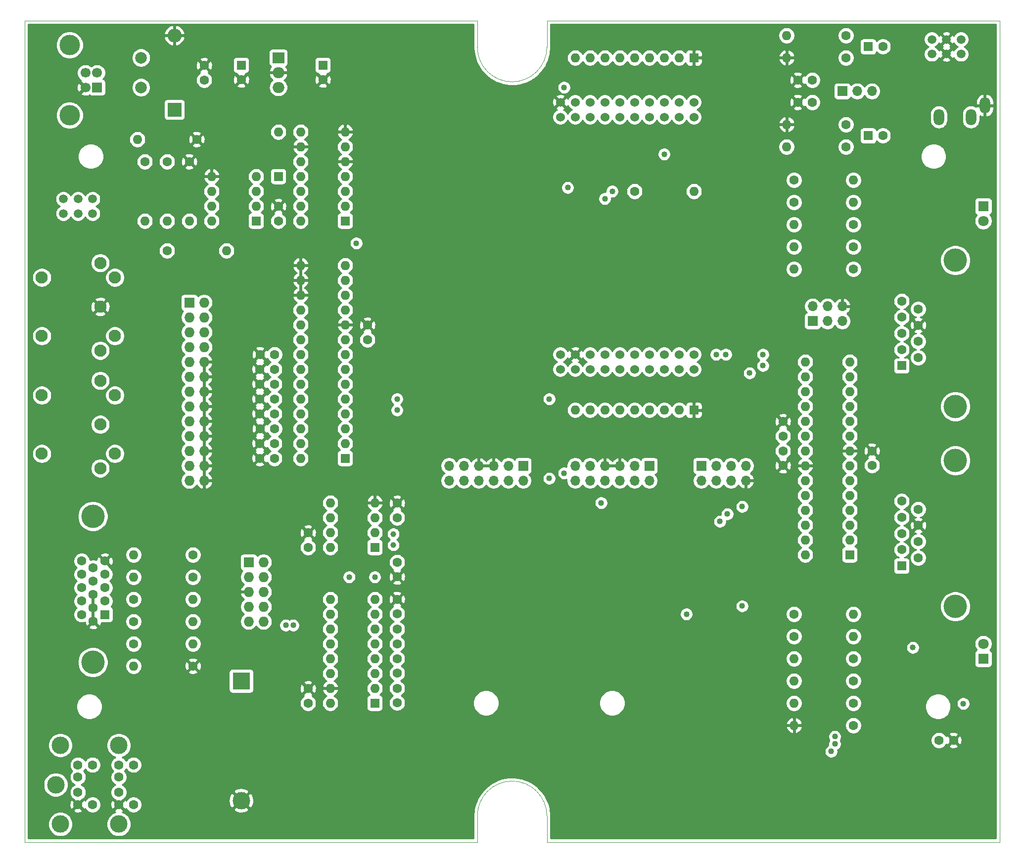
<source format=gbr>
G04 #@! TF.GenerationSoftware,KiCad,Pcbnew,5.0.1-33cea8e~67~ubuntu18.04.1*
G04 #@! TF.CreationDate,2020-01-20T06:57:41+00:00*
G04 #@! TF.ProjectId,neotron-32,6E656F74726F6E2D33322E6B69636164,[v1.2.1]*
G04 #@! TF.SameCoordinates,Original*
G04 #@! TF.FileFunction,Copper,L2,Inr,Signal*
G04 #@! TF.FilePolarity,Positive*
%FSLAX46Y46*%
G04 Gerber Fmt 4.6, Leading zero omitted, Abs format (unit mm)*
G04 Created by KiCad (PCBNEW 5.0.1-33cea8e~67~ubuntu18.04.1) date Mon Jan 20 06:57:41 2020*
%MOMM*%
%LPD*%
G01*
G04 APERTURE LIST*
G04 #@! TA.AperFunction,NonConductor*
%ADD10C,0.050000*%
G04 #@! TD*
G04 #@! TA.AperFunction,ViaPad*
%ADD11C,2.000000*%
G04 #@! TD*
G04 #@! TA.AperFunction,ViaPad*
%ADD12C,2.990000*%
G04 #@! TD*
G04 #@! TA.AperFunction,ViaPad*
%ADD13C,1.600000*%
G04 #@! TD*
G04 #@! TA.AperFunction,ViaPad*
%ADD14O,1.700000X1.700000*%
G04 #@! TD*
G04 #@! TA.AperFunction,ViaPad*
%ADD15R,1.700000X1.700000*%
G04 #@! TD*
G04 #@! TA.AperFunction,ViaPad*
%ADD16O,1.727200X1.727200*%
G04 #@! TD*
G04 #@! TA.AperFunction,ViaPad*
%ADD17R,1.727200X1.727200*%
G04 #@! TD*
G04 #@! TA.AperFunction,ViaPad*
%ADD18C,1.524000*%
G04 #@! TD*
G04 #@! TA.AperFunction,ViaPad*
%ADD19O,1.600000X1.600000*%
G04 #@! TD*
G04 #@! TA.AperFunction,ViaPad*
%ADD20C,1.500000*%
G04 #@! TD*
G04 #@! TA.AperFunction,ViaPad*
%ADD21C,1.800000*%
G04 #@! TD*
G04 #@! TA.AperFunction,ViaPad*
%ADD22R,1.800000X1.800000*%
G04 #@! TD*
G04 #@! TA.AperFunction,ViaPad*
%ADD23R,3.000000X3.000000*%
G04 #@! TD*
G04 #@! TA.AperFunction,ViaPad*
%ADD24C,3.000000*%
G04 #@! TD*
G04 #@! TA.AperFunction,ViaPad*
%ADD25C,2.100000*%
G04 #@! TD*
G04 #@! TA.AperFunction,ViaPad*
%ADD26C,4.000000*%
G04 #@! TD*
G04 #@! TA.AperFunction,ViaPad*
%ADD27R,1.600000X1.600000*%
G04 #@! TD*
G04 #@! TA.AperFunction,ViaPad*
%ADD28C,1.000000*%
G04 #@! TD*
G04 #@! TA.AperFunction,ViaPad*
%ADD29O,2.000000X1.905000*%
G04 #@! TD*
G04 #@! TA.AperFunction,ViaPad*
%ADD30R,2.000000X1.905000*%
G04 #@! TD*
G04 #@! TA.AperFunction,ViaPad*
%ADD31C,3.500001*%
G04 #@! TD*
G04 #@! TA.AperFunction,ViaPad*
%ADD32C,1.700000*%
G04 #@! TD*
G04 #@! TA.AperFunction,ViaPad*
%ADD33O,1.800000X2.800000*%
G04 #@! TD*
G04 #@! TA.AperFunction,ViaPad*
%ADD34O,2.400000X2.400000*%
G04 #@! TD*
G04 #@! TA.AperFunction,ViaPad*
%ADD35R,2.400000X2.400000*%
G04 #@! TD*
G04 #@! TA.AperFunction,ViaPad*
%ADD36C,1.016000*%
G04 #@! TD*
G04 #@! TA.AperFunction,Conductor*
%ADD37C,0.508000*%
G04 #@! TD*
G04 #@! TA.AperFunction,Conductor*
%ADD38C,0.254000*%
G04 #@! TD*
G04 APERTURE END LIST*
D10*
X160266000Y-158450000D02*
X237766000Y-158450000D01*
X148366000Y-158450000D02*
X148366000Y-158450000D01*
X160266000Y-153920000D02*
X160266000Y-158450000D01*
X148366000Y-153920000D02*
X148366000Y-158450000D01*
X160266000Y-153920000D02*
G75*
G03X148366000Y-153920000I-5950000J0D01*
G01*
X160266000Y-17780000D02*
X237766000Y-17780000D01*
X160266000Y-22310000D02*
X160266000Y-17780000D01*
X148366000Y-22310000D02*
X148366000Y-17780000D01*
X160266000Y-22310000D02*
G75*
G02X148366000Y-22310000I-5950000J0D01*
G01*
X237766000Y-17780000D02*
X237766000Y-158450000D01*
X70866000Y-158450000D02*
X148366000Y-158450000D01*
X70866000Y-17780000D02*
X148366000Y-17780000D01*
X70866000Y-17780000D02*
X70866000Y-158450000D01*
D11*
G04 #@! TO.N,/Power/UNFUSED_5V*
G04 #@! TO.C,F1*
X90805000Y-24130000D03*
G04 #@! TO.N,+5V*
X90795000Y-29210000D03*
G04 #@! TD*
D12*
G04 #@! TO.N,N/C*
G04 #@! TO.C,J15*
X87000000Y-155340000D03*
X87000000Y-141840000D03*
D13*
G04 #@! TO.N,/Keyboard\002C Mouse and Joystick/MS_CLK*
X89500000Y-151990000D03*
G04 #@! TO.N,GND*
X87000000Y-151990000D03*
G04 #@! TO.N,N/C*
X87000000Y-147290000D03*
X89500000Y-145190000D03*
G04 #@! TO.N,/Keyboard\002C Mouse and Joystick/MS_DAT*
X87000000Y-149890000D03*
G04 #@! TO.N,+5V*
X87000000Y-145190000D03*
G04 #@! TO.N,GND*
X80000000Y-151990000D03*
G04 #@! TO.N,N/C*
X80000000Y-147290000D03*
G04 #@! TO.N,+5V*
X80000000Y-145190000D03*
G04 #@! TO.N,/Keyboard\002C Mouse and Joystick/KB_DAT*
X80000000Y-149890000D03*
D12*
G04 #@! TO.N,N/C*
X77000000Y-141840000D03*
X76200000Y-148590000D03*
X77000000Y-155340000D03*
D13*
G04 #@! TO.N,/Keyboard\002C Mouse and Joystick/KB_CLK*
X82500000Y-151990000D03*
G04 #@! TO.N,N/C*
X82500000Y-145190000D03*
G04 #@! TD*
D14*
G04 #@! TO.N,GND*
G04 #@! TO.C,J3*
X194310000Y-96520000D03*
G04 #@! TO.N,/PD6_U2RX*
X194310000Y-93980000D03*
G04 #@! TO.N,N/C*
X191770000Y-96520000D03*
X191770000Y-93980000D03*
X189230000Y-96520000D03*
X189230000Y-93980000D03*
G04 #@! TO.N,/PD7_U2TX*
X186690000Y-96520000D03*
D15*
G04 #@! TO.N,+3V3*
X186690000Y-93980000D03*
G04 #@! TD*
D16*
G04 #@! TO.N,GND*
G04 #@! TO.C,J11*
X101600000Y-96520000D03*
G04 #@! TO.N,/Parallel Printer/SELECT*
X99060000Y-96520000D03*
G04 #@! TO.N,GND*
X101600000Y-93980000D03*
G04 #@! TO.N,/Parallel Printer/POUT*
X99060000Y-93980000D03*
G04 #@! TO.N,GND*
X101600000Y-91440000D03*
G04 #@! TO.N,/Parallel Printer/~BUSY*
X99060000Y-91440000D03*
G04 #@! TO.N,GND*
X101600000Y-88900000D03*
G04 #@! TO.N,/Parallel Printer/ACK*
X99060000Y-88900000D03*
G04 #@! TO.N,GND*
X101600000Y-86360000D03*
G04 #@! TO.N,/Parallel Printer/D7*
X99060000Y-86360000D03*
G04 #@! TO.N,GND*
X101600000Y-83820000D03*
G04 #@! TO.N,/Parallel Printer/D6*
X99060000Y-83820000D03*
G04 #@! TO.N,GND*
X101600000Y-81280000D03*
G04 #@! TO.N,/Parallel Printer/D5*
X99060000Y-81280000D03*
G04 #@! TO.N,GND*
X101600000Y-78740000D03*
G04 #@! TO.N,/Parallel Printer/D4*
X99060000Y-78740000D03*
G04 #@! TO.N,GND*
X101600000Y-76200000D03*
G04 #@! TO.N,/Parallel Printer/D3*
X99060000Y-76200000D03*
G04 #@! TO.N,/Parallel Printer/~SELPRI*
X101600000Y-73660000D03*
G04 #@! TO.N,/Parallel Printer/D2*
X99060000Y-73660000D03*
G04 #@! TO.N,/Parallel Printer/RESET*
X101600000Y-71120000D03*
G04 #@! TO.N,/Parallel Printer/D1*
X99060000Y-71120000D03*
G04 #@! TO.N,/Parallel Printer/ERROR*
X101600000Y-68580000D03*
G04 #@! TO.N,/Parallel Printer/D0*
X99060000Y-68580000D03*
G04 #@! TO.N,/Parallel Printer/~LF*
X101600000Y-66040000D03*
D17*
G04 #@! TO.N,/~PB2_STROBE*
X99060000Y-66040000D03*
G04 #@! TD*
D18*
G04 #@! TO.N,/PA2_SPI_CLK*
G04 #@! TO.C,U1*
X185420000Y-31750000D03*
G04 #@! TO.N,/~PA3_SPI_CS0*
X182880000Y-31750000D03*
G04 #@! TO.N,/PA4_SPI_MISO*
X180340000Y-31750000D03*
G04 #@! TO.N,/~PB6_SPI_CS2*
X177800000Y-31750000D03*
G04 #@! TO.N,/PB7_VGA_GREEN*
X175260000Y-31750000D03*
G04 #@! TO.N,/~RESET*
X172720000Y-31750000D03*
G04 #@! TO.N,/~PF0_IRQ1*
X170180000Y-31750000D03*
G04 #@! TO.N,/PE0_U7RX*
X167640000Y-31750000D03*
G04 #@! TO.N,/~PB2_STROBE*
X165100000Y-31750000D03*
G04 #@! TO.N,GND*
X162560000Y-31750000D03*
G04 #@! TO.N,N/C*
X185420000Y-34290000D03*
G04 #@! TO.N,/PD7_U2TX*
X182880000Y-34290000D03*
G04 #@! TO.N,/PD6_U2RX*
X180340000Y-34290000D03*
G04 #@! TO.N,/PC7_MIDI_OUT*
X177800000Y-34290000D03*
G04 #@! TO.N,/PC6_MIDI_IN*
X175260000Y-34290000D03*
G04 #@! TO.N,/PC5_U1CTS*
X172720000Y-34290000D03*
G04 #@! TO.N,/PC4_U1RTS*
X170180000Y-34290000D03*
G04 #@! TO.N,/~PB3_SPI_CS1*
X167640000Y-34290000D03*
G04 #@! TO.N,N/C*
X165100000Y-34290000D03*
X162560000Y-34290000D03*
G04 #@! TO.N,+5V*
X162560000Y-74930000D03*
G04 #@! TO.N,N/C*
X170180000Y-74930000D03*
G04 #@! TO.N,/PD3_VGA_BLUE*
X175260000Y-74930000D03*
G04 #@! TO.N,/~PE2_SPI_CS3*
X180340000Y-74930000D03*
G04 #@! TO.N,/~PE3_IRQ2*
X182880000Y-74930000D03*
G04 #@! TO.N,/PF1_VGA_RED*
X185420000Y-74930000D03*
G04 #@! TO.N,/PE1_U7TX*
X177800000Y-74930000D03*
G04 #@! TO.N,/~PD2_IRQ3*
X172720000Y-74930000D03*
G04 #@! TO.N,GND*
X165100000Y-74930000D03*
G04 #@! TO.N,N/C*
X167640000Y-74930000D03*
G04 #@! TO.N,/PA7_I2C_SDA*
X185420000Y-77470000D03*
G04 #@! TO.N,/PA6_I2C_SCL*
X182880000Y-77470000D03*
G04 #@! TO.N,/PA5_SPI_MOSI*
X180340000Y-77470000D03*
G04 #@! TO.N,/PB4_VGA_HSYNC*
X177800000Y-77470000D03*
G04 #@! TO.N,/PE5_AUDIO_R*
X175260000Y-77470000D03*
G04 #@! TO.N,/PE4_AUDIO_L*
X172720000Y-77470000D03*
G04 #@! TO.N,/PB1_U1TX*
X170180000Y-77470000D03*
G04 #@! TO.N,/PB0_U1RX*
X167640000Y-77470000D03*
G04 #@! TO.N,/PB5_VGA_VSYNC*
X165100000Y-77470000D03*
G04 #@! TO.N,N/C*
X162560000Y-77470000D03*
G04 #@! TD*
D19*
G04 #@! TO.N,+3V3*
G04 #@! TO.C,R2*
X212725000Y-119380000D03*
D13*
G04 #@! TO.N,/PA7_I2C_SDA*
X202565000Y-119380000D03*
G04 #@! TD*
D20*
G04 #@! TO.N,N/C*
G04 #@! TO.C,SW2*
X231140000Y-20995000D03*
G04 #@! TO.N,GND*
X228640000Y-20995000D03*
G04 #@! TO.N,Net-(R28-Pad2)*
X226140000Y-20995000D03*
G04 #@! TO.N,Net-(R4-Pad2)*
X231140000Y-23495000D03*
G04 #@! TO.N,GND*
X228640000Y-23495000D03*
G04 #@! TO.N,N/C*
X226140000Y-23495000D03*
G04 #@! TD*
D19*
G04 #@! TO.N,Net-(R4-Pad2)*
G04 #@! TO.C,R4*
X212725000Y-45085000D03*
D13*
G04 #@! TO.N,Net-(D4-Pad1)*
X202565000Y-45085000D03*
G04 #@! TD*
D21*
G04 #@! TO.N,+5V*
G04 #@! TO.C,D4*
X234950000Y-52070000D03*
D22*
G04 #@! TO.N,Net-(D4-Pad1)*
X234950000Y-49530000D03*
G04 #@! TD*
D20*
G04 #@! TO.N,N/C*
G04 #@! TO.C,SW1*
X77510000Y-50800000D03*
G04 #@! TO.N,/Power/VUSB*
X80010000Y-50800000D03*
G04 #@! TO.N,/Power/UNFUSED_5V*
X82510000Y-50800000D03*
G04 #@! TO.N,N/C*
X77510000Y-48300000D03*
G04 #@! TO.N,/Power/VUSB*
X80010000Y-48300000D03*
G04 #@! TO.N,/Power/UNFUSED_5V*
X82510000Y-48300000D03*
G04 #@! TD*
D23*
G04 #@! TO.N,+BATT*
G04 #@! TO.C,BT1*
X107950000Y-130810000D03*
D24*
G04 #@! TO.N,GND*
X107950000Y-151300000D03*
G04 #@! TD*
D16*
G04 #@! TO.N,N/C*
G04 #@! TO.C,J18*
X111760000Y-120650000D03*
X109220000Y-120650000D03*
G04 #@! TO.N,/RS-232 Serial Port/RS232_CTS_IN*
X111760000Y-118110000D03*
G04 #@! TO.N,/RS-232 Serial Port/RS232_RTS_OUT*
X109220000Y-118110000D03*
G04 #@! TO.N,N/C*
X111760000Y-115570000D03*
G04 #@! TO.N,GND*
X109220000Y-115570000D03*
G04 #@! TO.N,N/C*
X111760000Y-113030000D03*
G04 #@! TO.N,/RS-232 Serial Port/RS232_TX_OUT*
X109220000Y-113030000D03*
G04 #@! TO.N,/RS-232 Serial Port/RS232_RX_IN*
X111760000Y-110490000D03*
D17*
G04 #@! TO.N,N/C*
X109220000Y-110490000D03*
G04 #@! TD*
D25*
G04 #@! TO.N,N/C*
G04 #@! TO.C,J5*
X73820000Y-81915000D03*
X73820000Y-91915000D03*
G04 #@! TO.N,Net-(J5-Pad4)*
X86320000Y-91915000D03*
G04 #@! TO.N,Net-(D1-Pad2)*
X86320000Y-81915000D03*
G04 #@! TO.N,N/C*
X83820000Y-86915000D03*
X83820000Y-79415000D03*
X83820000Y-94415000D03*
G04 #@! TD*
G04 #@! TO.N,N/C*
G04 #@! TO.C,J4*
X73820000Y-61755000D03*
X73820000Y-71755000D03*
G04 #@! TO.N,Net-(J4-Pad4)*
X86320000Y-71755000D03*
G04 #@! TO.N,Net-(J4-Pad5)*
X86320000Y-61755000D03*
G04 #@! TO.N,GND*
X83820000Y-66755000D03*
G04 #@! TO.N,N/C*
X83820000Y-59255000D03*
X83820000Y-74255000D03*
G04 #@! TD*
D26*
G04 #@! TO.N,Net-(J17-Pad0)*
G04 #@! TO.C,J17*
X82550000Y-127635000D03*
X82550000Y-102635000D03*
D13*
G04 #@! TO.N,N/C*
X80640000Y-110290000D03*
G04 #@! TO.N,Net-(J17-Pad14)*
X80640000Y-112580000D03*
G04 #@! TO.N,Net-(J17-Pad13)*
X80640000Y-114870000D03*
G04 #@! TO.N,N/C*
X80640000Y-117160000D03*
X80640000Y-119450000D03*
X82620000Y-111435000D03*
X82620000Y-113725000D03*
G04 #@! TO.N,GND*
X82620000Y-116015000D03*
X82620000Y-118305000D03*
X82620000Y-120595000D03*
X84600000Y-110290000D03*
G04 #@! TO.N,N/C*
X84600000Y-112580000D03*
G04 #@! TO.N,Net-(J17-Pad3)*
X84600000Y-114870000D03*
G04 #@! TO.N,Net-(J17-Pad2)*
X84600000Y-117160000D03*
D27*
G04 #@! TO.N,Net-(J17-Pad1)*
X84600000Y-119450000D03*
G04 #@! TD*
D26*
G04 #@! TO.N,N/C*
G04 #@! TO.C,J13*
X230180000Y-58820000D03*
X230180000Y-83820000D03*
D13*
G04 #@! TO.N,/Keyboard\002C Mouse and Joystick/START_C_JS2*
X223820000Y-67165000D03*
G04 #@! TO.N,GND*
X223820000Y-69935000D03*
G04 #@! TO.N,/Keyboard\002C Mouse and Joystick/SELECT_JS2*
X223820000Y-72705000D03*
G04 #@! TO.N,/Keyboard\002C Mouse and Joystick/A_B_JS2*
X223820000Y-75475000D03*
G04 #@! TO.N,+5V*
X220980000Y-65780000D03*
G04 #@! TO.N,/Keyboard\002C Mouse and Joystick/RIGHT_GND_JS2*
X220980000Y-68550000D03*
G04 #@! TO.N,/Keyboard\002C Mouse and Joystick/LEFT_GND_JS2*
X220980000Y-71320000D03*
G04 #@! TO.N,/Keyboard\002C Mouse and Joystick/DOWN_JS2*
X220980000Y-74090000D03*
D27*
G04 #@! TO.N,/Keyboard\002C Mouse and Joystick/UP_JS2*
X220980000Y-76860000D03*
G04 #@! TD*
G04 #@! TO.N,/Keyboard\002C Mouse and Joystick/UP_JS1*
G04 #@! TO.C,J14*
X220980000Y-111125000D03*
D13*
G04 #@! TO.N,/Keyboard\002C Mouse and Joystick/DOWN_JS1*
X220980000Y-108355000D03*
G04 #@! TO.N,/Keyboard\002C Mouse and Joystick/LEFT_GND_JS1*
X220980000Y-105585000D03*
G04 #@! TO.N,/Keyboard\002C Mouse and Joystick/RIGHT_GND_JS1*
X220980000Y-102815000D03*
G04 #@! TO.N,+5V*
X220980000Y-100045000D03*
G04 #@! TO.N,/Keyboard\002C Mouse and Joystick/A_B_JS1*
X223820000Y-109740000D03*
G04 #@! TO.N,/Keyboard\002C Mouse and Joystick/SELECT_JS1*
X223820000Y-106970000D03*
G04 #@! TO.N,GND*
X223820000Y-104200000D03*
G04 #@! TO.N,/Keyboard\002C Mouse and Joystick/START_C_JS1*
X223820000Y-101430000D03*
D26*
G04 #@! TO.N,N/C*
X230180000Y-118085000D03*
X230180000Y-93085000D03*
G04 #@! TD*
D19*
G04 #@! TO.N,/Parallel Printer/D7*
G04 #@! TO.C,U5*
X118110000Y-92710000D03*
G04 #@! TO.N,/PA4_SPI_MISO*
X125730000Y-59690000D03*
G04 #@! TO.N,/Parallel Printer/D6*
X118110000Y-90170000D03*
G04 #@! TO.N,/PA5_SPI_MOSI*
X125730000Y-62230000D03*
G04 #@! TO.N,/Parallel Printer/D5*
X118110000Y-87630000D03*
G04 #@! TO.N,/PA2_SPI_CLK*
X125730000Y-64770000D03*
G04 #@! TO.N,/Parallel Printer/D4*
X118110000Y-85090000D03*
G04 #@! TO.N,/~PB3_SPI_CS1*
X125730000Y-67310000D03*
G04 #@! TO.N,/Parallel Printer/D3*
X118110000Y-82550000D03*
G04 #@! TO.N,GND*
X125730000Y-69850000D03*
G04 #@! TO.N,/Parallel Printer/D2*
X118110000Y-80010000D03*
G04 #@! TO.N,+3V3*
X125730000Y-72390000D03*
G04 #@! TO.N,/Parallel Printer/D1*
X118110000Y-77470000D03*
G04 #@! TO.N,/Parallel Printer/~SELPRI*
X125730000Y-74930000D03*
G04 #@! TO.N,/Parallel Printer/D0*
X118110000Y-74930000D03*
G04 #@! TO.N,/Parallel Printer/RESET*
X125730000Y-77470000D03*
G04 #@! TO.N,/~PF0_IRQ1*
X118110000Y-72390000D03*
G04 #@! TO.N,/Parallel Printer/ERROR*
X125730000Y-80010000D03*
G04 #@! TO.N,N/C*
X118110000Y-69850000D03*
G04 #@! TO.N,/Parallel Printer/~LF*
X125730000Y-82550000D03*
G04 #@! TO.N,/~RESET*
X118110000Y-67310000D03*
G04 #@! TO.N,/Parallel Printer/SELECT*
X125730000Y-85090000D03*
G04 #@! TO.N,GND*
X118110000Y-64770000D03*
G04 #@! TO.N,/Parallel Printer/POUT*
X125730000Y-87630000D03*
G04 #@! TO.N,GND*
X118110000Y-62230000D03*
G04 #@! TO.N,/Parallel Printer/~BUSY*
X125730000Y-90170000D03*
G04 #@! TO.N,GND*
X118110000Y-59690000D03*
D27*
G04 #@! TO.N,/Parallel Printer/ACK*
X125730000Y-92710000D03*
G04 #@! TD*
D14*
G04 #@! TO.N,/PA6_I2C_SCL*
G04 #@! TO.C,J1*
X143510000Y-96520000D03*
G04 #@! TO.N,/PA7_I2C_SDA*
X143510000Y-93980000D03*
G04 #@! TO.N,/~PB6_SPI_CS2*
X146050000Y-96520000D03*
G04 #@! TO.N,/~RESET*
X146050000Y-93980000D03*
G04 #@! TO.N,/PA2_SPI_CLK*
X148590000Y-96520000D03*
G04 #@! TO.N,GND*
X148590000Y-93980000D03*
G04 #@! TO.N,/PA4_SPI_MISO*
X151130000Y-96520000D03*
G04 #@! TO.N,GND*
X151130000Y-93980000D03*
G04 #@! TO.N,/PA5_SPI_MOSI*
X153670000Y-96520000D03*
G04 #@! TO.N,+3V3*
X153670000Y-93980000D03*
G04 #@! TO.N,/~PE3_IRQ2*
X156210000Y-96520000D03*
D15*
G04 #@! TO.N,+5V*
X156210000Y-93980000D03*
G04 #@! TD*
D19*
G04 #@! TO.N,Net-(J4-Pad5)*
G04 #@! TO.C,R6*
X91440000Y-52070000D03*
D13*
G04 #@! TO.N,Net-(R6-Pad1)*
X91440000Y-41910000D03*
G04 #@! TD*
D19*
G04 #@! TO.N,+3V3*
G04 #@! TO.C,R16*
X202565000Y-134620000D03*
D13*
G04 #@! TO.N,Net-(J10-Pad8)*
X212725000Y-134620000D03*
G04 #@! TD*
D19*
G04 #@! TO.N,/Keyboard\002C Mouse and Joystick/SELECT_JS1*
G04 #@! TO.C,U6*
X204470000Y-109220000D03*
G04 #@! TO.N,N/C*
X212090000Y-76200000D03*
G04 #@! TO.N,/Keyboard\002C Mouse and Joystick/SELECT_JS2*
X204470000Y-106680000D03*
G04 #@! TO.N,/Keyboard\002C Mouse and Joystick/UP_JS1*
X212090000Y-78740000D03*
G04 #@! TO.N,/Keyboard\002C Mouse and Joystick/MS_DAT*
X204470000Y-104140000D03*
G04 #@! TO.N,/Keyboard\002C Mouse and Joystick/A_B_JS1*
X212090000Y-81280000D03*
G04 #@! TO.N,/Keyboard\002C Mouse and Joystick/MS_CLK*
X204470000Y-101600000D03*
G04 #@! TO.N,/Keyboard\002C Mouse and Joystick/DOWN_JS1*
X212090000Y-83820000D03*
G04 #@! TO.N,/Keyboard\002C Mouse and Joystick/KB_DAT*
X204470000Y-99060000D03*
G04 #@! TO.N,/Keyboard\002C Mouse and Joystick/UP_JS2*
X212090000Y-86360000D03*
G04 #@! TO.N,/Keyboard\002C Mouse and Joystick/KB_CLK*
X204470000Y-96520000D03*
G04 #@! TO.N,/Keyboard\002C Mouse and Joystick/A_B_JS2*
X212090000Y-88900000D03*
G04 #@! TO.N,GND*
X204470000Y-93980000D03*
X212090000Y-91440000D03*
G04 #@! TO.N,Net-(C20-Pad2)*
X204470000Y-91440000D03*
G04 #@! TO.N,+5V*
X212090000Y-93980000D03*
X204470000Y-88900000D03*
G04 #@! TO.N,/Keyboard\002C Mouse and Joystick/LEFT_GND_JS1*
X212090000Y-96520000D03*
G04 #@! TO.N,/Keyboard\002C Mouse and Joystick/AT_MOSI*
X204470000Y-86360000D03*
G04 #@! TO.N,/Keyboard\002C Mouse and Joystick/RIGHT_GND_JS1*
X212090000Y-99060000D03*
G04 #@! TO.N,/Keyboard\002C Mouse and Joystick/AT_MISO*
X204470000Y-83820000D03*
G04 #@! TO.N,/Keyboard\002C Mouse and Joystick/START_C_JS1*
X212090000Y-101600000D03*
G04 #@! TO.N,/Keyboard\002C Mouse and Joystick/AT_SCK*
X204470000Y-81280000D03*
G04 #@! TO.N,/PE1_U7TX*
X212090000Y-104140000D03*
G04 #@! TO.N,/Keyboard\002C Mouse and Joystick/START_C_JS2*
X204470000Y-78740000D03*
G04 #@! TO.N,/PE0_U7RX*
X212090000Y-106680000D03*
G04 #@! TO.N,N/C*
X204470000Y-76200000D03*
D27*
G04 #@! TO.N,/~RESET*
X212090000Y-109220000D03*
G04 #@! TD*
D19*
G04 #@! TO.N,Net-(R28-Pad2)*
G04 #@! TO.C,R28*
X212725000Y-48895000D03*
D13*
G04 #@! TO.N,/~RESET*
X202565000Y-48895000D03*
G04 #@! TD*
D19*
G04 #@! TO.N,Net-(J17-Pad14)*
G04 #@! TO.C,R27*
X89535000Y-113030000D03*
D13*
G04 #@! TO.N,/PB5_VGA_VSYNC*
X99695000Y-113030000D03*
G04 #@! TD*
D19*
G04 #@! TO.N,Net-(J17-Pad13)*
G04 #@! TO.C,R26*
X89535000Y-109220000D03*
D13*
G04 #@! TO.N,/PB4_VGA_HSYNC*
X99695000Y-109220000D03*
G04 #@! TD*
D19*
G04 #@! TO.N,Net-(J17-Pad0)*
G04 #@! TO.C,R25*
X89535000Y-128270000D03*
D13*
G04 #@! TO.N,GND*
X99695000Y-128270000D03*
G04 #@! TD*
D19*
G04 #@! TO.N,/PD3_VGA_BLUE*
G04 #@! TO.C,R24*
X99695000Y-116840000D03*
D13*
G04 #@! TO.N,Net-(J17-Pad3)*
X89535000Y-116840000D03*
G04 #@! TD*
D19*
G04 #@! TO.N,/PB7_VGA_GREEN*
G04 #@! TO.C,R23*
X99695000Y-120650000D03*
D13*
G04 #@! TO.N,Net-(J17-Pad2)*
X89535000Y-120650000D03*
G04 #@! TD*
D19*
G04 #@! TO.N,/PF1_VGA_RED*
G04 #@! TO.C,R22*
X99695000Y-124460000D03*
D13*
G04 #@! TO.N,Net-(J17-Pad1)*
X89535000Y-124460000D03*
G04 #@! TD*
D19*
G04 #@! TO.N,/Keyboard\002C Mouse and Joystick/AT_MOSI*
G04 #@! TO.C,R21*
X202565000Y-60325000D03*
D13*
G04 #@! TO.N,/Keyboard\002C Mouse and Joystick/DOWN_JS2*
X212725000Y-60325000D03*
G04 #@! TD*
D19*
G04 #@! TO.N,/Keyboard\002C Mouse and Joystick/AT_MISO*
G04 #@! TO.C,R20*
X202565000Y-52705000D03*
D13*
G04 #@! TO.N,/Keyboard\002C Mouse and Joystick/LEFT_GND_JS2*
X212725000Y-52705000D03*
G04 #@! TD*
D19*
G04 #@! TO.N,/Keyboard\002C Mouse and Joystick/AT_SCK*
G04 #@! TO.C,R19*
X202565000Y-56515000D03*
D13*
G04 #@! TO.N,/Keyboard\002C Mouse and Joystick/RIGHT_GND_JS2*
X212725000Y-56515000D03*
G04 #@! TD*
D19*
G04 #@! TO.N,GND*
G04 #@! TO.C,R18*
X202565000Y-138430000D03*
D13*
G04 #@! TO.N,Net-(J10-Pad9)*
X212725000Y-138430000D03*
G04 #@! TD*
D19*
G04 #@! TO.N,Net-(R17-Pad2)*
G04 #@! TO.C,R17*
X202565000Y-130810000D03*
D13*
G04 #@! TO.N,Net-(D3-Pad1)*
X212725000Y-130810000D03*
G04 #@! TD*
D19*
G04 #@! TO.N,+3V3*
G04 #@! TO.C,R15*
X202565000Y-127000000D03*
D13*
G04 #@! TO.N,Net-(J10-Pad1)*
X212725000Y-127000000D03*
G04 #@! TD*
D19*
G04 #@! TO.N,Net-(J9-Pad5)*
G04 #@! TO.C,R14*
X90170000Y-38100000D03*
D13*
G04 #@! TO.N,GND*
X100330000Y-38100000D03*
G04 #@! TD*
D19*
G04 #@! TO.N,GND*
G04 #@! TO.C,R13*
X201295000Y-35560000D03*
D13*
G04 #@! TO.N,Net-(C3-Pad2)*
X211455000Y-35560000D03*
G04 #@! TD*
D19*
G04 #@! TO.N,GND*
G04 #@! TO.C,R12*
X201295000Y-24130000D03*
D13*
G04 #@! TO.N,Net-(C2-Pad2)*
X211455000Y-24130000D03*
G04 #@! TD*
D19*
G04 #@! TO.N,/PE4_AUDIO_L*
G04 #@! TO.C,R11*
X201295000Y-39370000D03*
D13*
G04 #@! TO.N,Net-(C3-Pad2)*
X211455000Y-39370000D03*
G04 #@! TD*
D19*
G04 #@! TO.N,/PE5_AUDIO_R*
G04 #@! TO.C,R10*
X201295000Y-20320000D03*
D13*
G04 #@! TO.N,Net-(C2-Pad2)*
X211455000Y-20320000D03*
G04 #@! TD*
D19*
G04 #@! TO.N,+3V3*
G04 #@! TO.C,R9*
X185420000Y-46990000D03*
D13*
G04 #@! TO.N,/PC6_MIDI_IN*
X175260000Y-46990000D03*
G04 #@! TD*
D19*
G04 #@! TO.N,Net-(R8-Pad2)*
G04 #@! TO.C,R8*
X99060000Y-52070000D03*
D13*
G04 #@! TO.N,GND*
X99060000Y-41910000D03*
G04 #@! TD*
D19*
G04 #@! TO.N,Net-(J5-Pad4)*
G04 #@! TO.C,R5*
X95250000Y-52070000D03*
D13*
G04 #@! TO.N,Net-(D1-Pad1)*
X95250000Y-41910000D03*
G04 #@! TD*
D19*
G04 #@! TO.N,+5V*
G04 #@! TO.C,R3*
X105410000Y-57150000D03*
D13*
G04 #@! TO.N,Net-(J4-Pad4)*
X95250000Y-57150000D03*
G04 #@! TD*
D19*
G04 #@! TO.N,+3V3*
G04 #@! TO.C,R1*
X212725000Y-123190000D03*
D13*
G04 #@! TO.N,/PA6_I2C_SCL*
X202565000Y-123190000D03*
G04 #@! TD*
G04 #@! TO.N,GND*
G04 #@! TO.C,C8*
X121920000Y-27900000D03*
D27*
G04 #@! TO.N,+3V3*
X121920000Y-25400000D03*
G04 #@! TD*
D13*
G04 #@! TO.N,GND*
G04 #@! TO.C,C6*
X107950000Y-27900000D03*
D27*
G04 #@! TO.N,+5V*
X107950000Y-25400000D03*
G04 #@! TD*
D13*
G04 #@! TO.N,/Audio/LEFT_CHAN*
G04 #@! TO.C,C5*
X217765000Y-37465000D03*
D27*
G04 #@! TO.N,Net-(C3-Pad2)*
X215265000Y-37465000D03*
G04 #@! TD*
D13*
G04 #@! TO.N,/Audio/RIGHT_CHAN*
G04 #@! TO.C,C4*
X217765000Y-22225000D03*
D27*
G04 #@! TO.N,Net-(C2-Pad2)*
X215265000Y-22225000D03*
G04 #@! TD*
D19*
G04 #@! TO.N,+5V*
G04 #@! TO.C,U3*
X102870000Y-52070000D03*
G04 #@! TO.N,N/C*
X110490000Y-44450000D03*
G04 #@! TO.N,Net-(R8-Pad2)*
X102870000Y-49530000D03*
G04 #@! TO.N,Net-(D1-Pad2)*
X110490000Y-46990000D03*
G04 #@! TO.N,/PC6_MIDI_IN*
X102870000Y-46990000D03*
G04 #@! TO.N,Net-(D1-Pad1)*
X110490000Y-49530000D03*
G04 #@! TO.N,GND*
X102870000Y-44450000D03*
D27*
G04 #@! TO.N,N/C*
X110490000Y-52070000D03*
G04 #@! TD*
D28*
G04 #@! TO.N,Net-(C22-Pad1)*
G04 #@! TO.C,Y1*
X133985000Y-105664000D03*
G04 #@! TO.N,Net-(C21-Pad2)*
X133985000Y-107564000D03*
G04 #@! TD*
D19*
G04 #@! TO.N,+3V3*
G04 #@! TO.C,U8*
X123190000Y-134620000D03*
G04 #@! TO.N,/RS-232 Serial Port/RS232_CTS_IN*
X130810000Y-116840000D03*
G04 #@! TO.N,GND*
X123190000Y-132080000D03*
G04 #@! TO.N,/RS-232 Serial Port/RS232_RTS_OUT*
X130810000Y-119380000D03*
G04 #@! TO.N,/RS-232 Serial Port/RS232_TX_OUT*
X123190000Y-129540000D03*
G04 #@! TO.N,Net-(C27-Pad2)*
X130810000Y-121920000D03*
G04 #@! TO.N,/RS-232 Serial Port/RS232_RX_IN*
X123190000Y-127000000D03*
G04 #@! TO.N,Net-(C26-Pad2)*
X130810000Y-124460000D03*
G04 #@! TO.N,/PB0_U1RX*
X123190000Y-124460000D03*
G04 #@! TO.N,Net-(C26-Pad1)*
X130810000Y-127000000D03*
G04 #@! TO.N,/PB1_U1TX*
X123190000Y-121920000D03*
G04 #@! TO.N,Net-(C25-Pad1)*
X130810000Y-129540000D03*
G04 #@! TO.N,/PC4_U1RTS*
X123190000Y-119380000D03*
G04 #@! TO.N,Net-(C28-Pad2)*
X130810000Y-132080000D03*
G04 #@! TO.N,/PC5_U1CTS*
X123190000Y-116840000D03*
D27*
G04 #@! TO.N,Net-(C25-Pad2)*
X130810000Y-134620000D03*
G04 #@! TD*
D19*
G04 #@! TO.N,+3V3*
G04 #@! TO.C,U7*
X123190000Y-107950000D03*
G04 #@! TO.N,GND*
X130810000Y-100330000D03*
G04 #@! TO.N,N/C*
X123190000Y-105410000D03*
G04 #@! TO.N,+BATT*
X130810000Y-102870000D03*
G04 #@! TO.N,/PA6_I2C_SCL*
X123190000Y-102870000D03*
G04 #@! TO.N,Net-(C22-Pad1)*
X130810000Y-105410000D03*
G04 #@! TO.N,/PA7_I2C_SDA*
X123190000Y-100330000D03*
D27*
G04 #@! TO.N,Net-(C21-Pad2)*
X130810000Y-107950000D03*
G04 #@! TD*
D29*
G04 #@! TO.N,+3V3*
G04 #@! TO.C,U4*
X114300000Y-29210000D03*
G04 #@! TO.N,GND*
X114300000Y-26670000D03*
D30*
G04 #@! TO.N,+5V*
X114300000Y-24130000D03*
G04 #@! TD*
D19*
G04 #@! TO.N,+5V*
G04 #@! TO.C,U2*
X118110000Y-52070000D03*
G04 #@! TO.N,GND*
X125730000Y-36830000D03*
G04 #@! TO.N,/~PA3_SPI_CS0*
X118110000Y-49530000D03*
G04 #@! TO.N,N/C*
X125730000Y-39370000D03*
G04 #@! TO.N,Net-(U2-Pad11)*
X118110000Y-46990000D03*
G04 #@! TO.N,GND*
X125730000Y-41910000D03*
G04 #@! TO.N,Net-(U2-Pad11)*
X118110000Y-44450000D03*
G04 #@! TO.N,Net-(U2-Pad1)*
X125730000Y-44450000D03*
G04 #@! TO.N,Net-(R17-Pad2)*
X118110000Y-41910000D03*
G04 #@! TO.N,/PC7_MIDI_OUT*
X125730000Y-46990000D03*
G04 #@! TO.N,GND*
X118110000Y-39370000D03*
G04 #@! TO.N,Net-(R6-Pad1)*
X125730000Y-49530000D03*
G04 #@! TO.N,N/C*
X118110000Y-36830000D03*
D27*
G04 #@! TO.N,Net-(U2-Pad1)*
X125730000Y-52070000D03*
G04 #@! TD*
D19*
G04 #@! TO.N,/~PF0_IRQ1*
G04 #@! TO.C,RN2*
X165100000Y-24130000D03*
G04 #@! TO.N,/~PB3_SPI_CS1*
X167640000Y-24130000D03*
G04 #@! TO.N,/PC4_U1RTS*
X170180000Y-24130000D03*
G04 #@! TO.N,/~RESET*
X172720000Y-24130000D03*
G04 #@! TO.N,/~PB6_SPI_CS2*
X175260000Y-24130000D03*
G04 #@! TO.N,/PC7_MIDI_OUT*
X177800000Y-24130000D03*
G04 #@! TO.N,/~PA3_SPI_CS0*
X180340000Y-24130000D03*
G04 #@! TO.N,/PD7_U2TX*
X182880000Y-24130000D03*
D27*
G04 #@! TO.N,GND*
X185420000Y-24130000D03*
G04 #@! TD*
D19*
G04 #@! TO.N,/PB1_U1TX*
G04 #@! TO.C,RN1*
X165100000Y-84455000D03*
G04 #@! TO.N,/~PD2_IRQ3*
X167640000Y-84455000D03*
G04 #@! TO.N,/PE1_U7TX*
X170180000Y-84455000D03*
G04 #@! TO.N,/PA5_SPI_MOSI*
X172720000Y-84455000D03*
G04 #@! TO.N,/~PE2_SPI_CS3*
X175260000Y-84455000D03*
G04 #@! TO.N,/~PE3_IRQ2*
X177800000Y-84455000D03*
G04 #@! TO.N,/PA2_SPI_CLK*
X180340000Y-84455000D03*
G04 #@! TO.N,/PA4_SPI_MISO*
X182880000Y-84455000D03*
D27*
G04 #@! TO.N,GND*
X185420000Y-84455000D03*
G04 #@! TD*
D14*
G04 #@! TO.N,GND*
G04 #@! TO.C,J12*
X210820000Y-66675000D03*
G04 #@! TO.N,/~RESET*
X210820000Y-69215000D03*
G04 #@! TO.N,/Keyboard\002C Mouse and Joystick/AT_MOSI*
X208280000Y-66675000D03*
G04 #@! TO.N,/Keyboard\002C Mouse and Joystick/AT_SCK*
X208280000Y-69215000D03*
G04 #@! TO.N,+5V*
X205740000Y-66675000D03*
D15*
G04 #@! TO.N,/Keyboard\002C Mouse and Joystick/AT_MISO*
X205740000Y-69215000D03*
G04 #@! TD*
D31*
G04 #@! TO.N,Net-(J9-Pad5)*
G04 #@! TO.C,J9*
X78570000Y-21940000D03*
X78570000Y-33980000D03*
D32*
G04 #@! TO.N,GND*
X81280000Y-29210000D03*
G04 #@! TO.N,N/C*
X81280000Y-26710000D03*
X83280000Y-26710000D03*
D15*
G04 #@! TO.N,/Power/VUSB*
X83280000Y-29210000D03*
G04 #@! TD*
D14*
G04 #@! TO.N,/Audio/RIGHT_CHAN*
G04 #@! TO.C,J8*
X215900000Y-29845000D03*
G04 #@! TO.N,/Audio/RIGHT_SPKR*
X213360000Y-29845000D03*
D15*
G04 #@! TO.N,/Audio/LEFT_CHAN*
X210820000Y-29845000D03*
G04 #@! TD*
D33*
G04 #@! TO.N,/Audio/RIGHT_SPKR*
G04 #@! TO.C,J7*
X227330000Y-34290000D03*
G04 #@! TO.N,/Audio/LEFT_CHAN*
X232830000Y-34290000D03*
G04 #@! TO.N,GND*
X235230000Y-32290000D03*
G04 #@! TD*
D15*
G04 #@! TO.N,+5V*
G04 #@! TO.C,J2*
X177800000Y-93980000D03*
D14*
G04 #@! TO.N,/~PD2_IRQ3*
X177800000Y-96520000D03*
G04 #@! TO.N,+3V3*
X175260000Y-93980000D03*
G04 #@! TO.N,/PA5_SPI_MOSI*
X175260000Y-96520000D03*
G04 #@! TO.N,GND*
X172720000Y-93980000D03*
G04 #@! TO.N,/PA4_SPI_MISO*
X172720000Y-96520000D03*
G04 #@! TO.N,GND*
X170180000Y-93980000D03*
G04 #@! TO.N,/PA2_SPI_CLK*
X170180000Y-96520000D03*
G04 #@! TO.N,/~RESET*
X167640000Y-93980000D03*
G04 #@! TO.N,/~PE2_SPI_CS3*
X167640000Y-96520000D03*
G04 #@! TO.N,/PA7_I2C_SDA*
X165100000Y-93980000D03*
G04 #@! TO.N,/PA6_I2C_SCL*
X165100000Y-96520000D03*
G04 #@! TD*
D21*
G04 #@! TO.N,+5V*
G04 #@! TO.C,D3*
X234950000Y-124460000D03*
D22*
G04 #@! TO.N,Net-(D3-Pad1)*
X234950000Y-127000000D03*
G04 #@! TD*
D34*
G04 #@! TO.N,GND*
G04 #@! TO.C,D2*
X96520000Y-20320000D03*
D35*
G04 #@! TO.N,+5V*
X96520000Y-33020000D03*
G04 #@! TD*
D19*
G04 #@! TO.N,Net-(D1-Pad2)*
G04 #@! TO.C,D1*
X114300000Y-36830000D03*
D27*
G04 #@! TO.N,Net-(D1-Pad1)*
X114300000Y-44450000D03*
G04 #@! TD*
D13*
G04 #@! TO.N,GND*
G04 #@! TO.C,C29*
X200660000Y-86400000D03*
G04 #@! TO.N,+5V*
X200660000Y-88900000D03*
G04 #@! TD*
G04 #@! TO.N,Net-(C28-Pad2)*
G04 #@! TO.C,C28*
X134620000Y-129500000D03*
G04 #@! TO.N,+3V3*
X134620000Y-127000000D03*
G04 #@! TD*
G04 #@! TO.N,Net-(C27-Pad2)*
G04 #@! TO.C,C27*
X134620000Y-119340000D03*
G04 #@! TO.N,GND*
X134620000Y-116840000D03*
G04 #@! TD*
G04 #@! TO.N,Net-(C26-Pad2)*
G04 #@! TO.C,C26*
X134620000Y-121960000D03*
G04 #@! TO.N,Net-(C26-Pad1)*
X134620000Y-124460000D03*
G04 #@! TD*
G04 #@! TO.N,Net-(C25-Pad2)*
G04 #@! TO.C,C25*
X134620000Y-134580000D03*
G04 #@! TO.N,Net-(C25-Pad1)*
X134620000Y-132080000D03*
G04 #@! TD*
G04 #@! TO.N,+3V3*
G04 #@! TO.C,C24*
X119380000Y-134620000D03*
G04 #@! TO.N,GND*
X119380000Y-132120000D03*
G04 #@! TD*
G04 #@! TO.N,GND*
G04 #@! TO.C,C23*
X119380000Y-105450000D03*
G04 #@! TO.N,+3V3*
X119380000Y-107950000D03*
G04 #@! TD*
G04 #@! TO.N,GND*
G04 #@! TO.C,C22*
X134620000Y-100370000D03*
G04 #@! TO.N,Net-(C22-Pad1)*
X134620000Y-102870000D03*
G04 #@! TD*
G04 #@! TO.N,Net-(C21-Pad2)*
G04 #@! TO.C,C21*
X134620000Y-110490000D03*
G04 #@! TO.N,GND*
X134620000Y-112990000D03*
G04 #@! TD*
G04 #@! TO.N,Net-(C20-Pad2)*
G04 #@! TO.C,C20*
X200660000Y-91440000D03*
G04 #@! TO.N,GND*
X200660000Y-93940000D03*
G04 #@! TD*
G04 #@! TO.N,GND*
G04 #@! TO.C,C19*
X215900000Y-91440000D03*
G04 #@! TO.N,+5V*
X215900000Y-93940000D03*
G04 #@! TD*
G04 #@! TO.N,/Parallel Printer/D7*
G04 #@! TO.C,C18*
X113625000Y-92710000D03*
G04 #@! TO.N,GND*
X111125000Y-92710000D03*
G04 #@! TD*
G04 #@! TO.N,/Parallel Printer/D6*
G04 #@! TO.C,C17*
X113625000Y-90170000D03*
G04 #@! TO.N,GND*
X111125000Y-90170000D03*
G04 #@! TD*
G04 #@! TO.N,/Parallel Printer/D5*
G04 #@! TO.C,C16*
X113665000Y-87630000D03*
G04 #@! TO.N,GND*
X111165000Y-87630000D03*
G04 #@! TD*
G04 #@! TO.N,/Parallel Printer/D4*
G04 #@! TO.C,C15*
X113625000Y-85090000D03*
G04 #@! TO.N,GND*
X111125000Y-85090000D03*
G04 #@! TD*
G04 #@! TO.N,/Parallel Printer/D3*
G04 #@! TO.C,C14*
X113625000Y-82550000D03*
G04 #@! TO.N,GND*
X111125000Y-82550000D03*
G04 #@! TD*
G04 #@! TO.N,/Parallel Printer/D2*
G04 #@! TO.C,C13*
X113625000Y-80010000D03*
G04 #@! TO.N,GND*
X111125000Y-80010000D03*
G04 #@! TD*
G04 #@! TO.N,/Parallel Printer/D1*
G04 #@! TO.C,C12*
X113625000Y-77470000D03*
G04 #@! TO.N,GND*
X111125000Y-77470000D03*
G04 #@! TD*
G04 #@! TO.N,/Parallel Printer/D0*
G04 #@! TO.C,C11*
X113665000Y-74930000D03*
G04 #@! TO.N,GND*
X111165000Y-74930000D03*
G04 #@! TD*
G04 #@! TO.N,GND*
G04 #@! TO.C,C10*
X129540000Y-69890000D03*
G04 #@! TO.N,+3V3*
X129540000Y-72390000D03*
G04 #@! TD*
G04 #@! TO.N,GND*
G04 #@! TO.C,C9*
X229870000Y-140970000D03*
G04 #@! TO.N,+3V3*
X227370000Y-140970000D03*
G04 #@! TD*
G04 #@! TO.N,GND*
G04 #@! TO.C,C7*
X101600000Y-25440000D03*
G04 #@! TO.N,+5V*
X101600000Y-27940000D03*
G04 #@! TD*
G04 #@! TO.N,Net-(C3-Pad2)*
G04 #@! TO.C,C3*
X205700000Y-31750000D03*
G04 #@! TO.N,GND*
X203200000Y-31750000D03*
G04 #@! TD*
G04 #@! TO.N,Net-(C2-Pad2)*
G04 #@! TO.C,C2*
X205700000Y-27940000D03*
G04 #@! TO.N,GND*
X203200000Y-27940000D03*
G04 #@! TD*
G04 #@! TO.N,GND*
G04 #@! TO.C,C1*
X114300000Y-49570000D03*
G04 #@! TO.N,+5V*
X114300000Y-52070000D03*
G04 #@! TD*
D36*
G04 #@! TO.N,GND*
X231140000Y-136905000D03*
G04 #@! TO.N,+5V*
X209550000Y-140335000D03*
X209550000Y-141605000D03*
X208915000Y-142875000D03*
G04 #@! TO.N,/PA6_I2C_SCL*
X184150000Y-119386375D03*
G04 #@! TO.N,/PA7_I2C_SDA*
X189865000Y-103505000D03*
G04 #@! TO.N,/PA2_SPI_CLK*
X190881013Y-74930000D03*
X193675000Y-118003448D03*
X169545000Y-100330000D03*
G04 #@! TO.N,/PA4_SPI_MISO*
X189230000Y-74930000D03*
G04 #@! TO.N,/PA5_SPI_MOSI*
X191135000Y-102235000D03*
G04 #@! TO.N,+3V3*
X231521000Y-134705000D03*
G04 #@! TO.N,Net-(J10-Pad1)*
X222885000Y-125095000D03*
G04 #@! TO.N,/~RESET*
X163195000Y-95249988D03*
X193675000Y-100965000D03*
G04 #@! TO.N,/PB7_VGA_GREEN*
X160655000Y-82550000D03*
X134620000Y-82550000D03*
G04 #@! TO.N,/PC7_MIDI_OUT*
X163195000Y-29210000D03*
G04 #@! TO.N,/PC5_U1CTS*
X171450000Y-46990000D03*
G04 #@! TO.N,/PC4_U1RTS*
X170180000Y-48260000D03*
G04 #@! TO.N,/PD3_VGA_BLUE*
X126416199Y-113030000D03*
G04 #@! TO.N,/PE1_U7TX*
X197231000Y-76835000D03*
G04 #@! TO.N,/PE5_AUDIO_R*
X194945030Y-78105000D03*
G04 #@! TO.N,/PE4_AUDIO_L*
X197231000Y-74930000D03*
G04 #@! TO.N,/PB0_U1RX*
X134620000Y-84455000D03*
G04 #@! TO.N,/PB5_VGA_VSYNC*
X130810000Y-113030000D03*
G04 #@! TO.N,/~PB6_SPI_CS2*
X160655000Y-96139010D03*
G04 #@! TO.N,/PD6_U2RX*
X180340000Y-40640008D03*
G04 #@! TO.N,/~PB2_STROBE*
X163830000Y-46355000D03*
G04 #@! TO.N,/RS-232 Serial Port/RS232_TX_OUT*
X115570000Y-121285000D03*
G04 #@! TO.N,/RS-232 Serial Port/RS232_RX_IN*
X116840000Y-121285000D03*
G04 #@! TO.N,/~PB3_SPI_CS1*
X127635000Y-55880000D03*
G04 #@! TD*
D37*
G04 #@! TO.N,GND*
X82620000Y-116015000D02*
X82620000Y-120595000D01*
G04 #@! TD*
D38*
G04 #@! TO.N,GND*
G36*
X147714000Y-22342021D02*
X147714391Y-22345995D01*
X147715825Y-22463336D01*
X147717969Y-22486018D01*
X147717969Y-22508795D01*
X147719468Y-22524655D01*
X147823083Y-23494203D01*
X147831609Y-23538897D01*
X147839035Y-23583756D01*
X147843104Y-23599159D01*
X148103680Y-24538764D01*
X148119386Y-24581451D01*
X148134044Y-24624508D01*
X148140574Y-24639039D01*
X148551112Y-25523469D01*
X148573583Y-25563024D01*
X148595073Y-25603104D01*
X148603889Y-25616373D01*
X149153366Y-26421875D01*
X149181991Y-26457224D01*
X149209742Y-26493259D01*
X149220607Y-26504911D01*
X149894264Y-27209854D01*
X149928282Y-27240056D01*
X149961543Y-27271073D01*
X149974165Y-27280794D01*
X150753912Y-27866244D01*
X150792431Y-27890501D01*
X150830286Y-27915651D01*
X150844322Y-27923178D01*
X150844327Y-27923181D01*
X150844332Y-27923183D01*
X151709221Y-28373417D01*
X151751159Y-28391046D01*
X151792640Y-28409688D01*
X151807721Y-28414822D01*
X152734539Y-28717752D01*
X152778772Y-28728290D01*
X152822760Y-28739912D01*
X152838478Y-28742514D01*
X153802326Y-28890004D01*
X153847703Y-28893177D01*
X153892983Y-28897457D01*
X153908914Y-28897457D01*
X154883909Y-28885545D01*
X154929190Y-28881265D01*
X154974566Y-28878092D01*
X154990282Y-28875490D01*
X154990284Y-28875490D01*
X154990286Y-28875489D01*
X155950242Y-28704495D01*
X155994236Y-28692871D01*
X156038462Y-28682335D01*
X156053541Y-28677202D01*
X156053545Y-28677201D01*
X156053549Y-28677199D01*
X156972683Y-28351717D01*
X157014164Y-28333075D01*
X157056102Y-28315446D01*
X157070142Y-28307918D01*
X157608891Y-28010512D01*
X201759783Y-28010512D01*
X201801213Y-28290130D01*
X201896397Y-28556292D01*
X201963329Y-28681514D01*
X202207298Y-28753097D01*
X203020395Y-27940000D01*
X203379605Y-27940000D01*
X204192702Y-28753097D01*
X204436671Y-28681514D01*
X204454313Y-28644230D01*
X204591576Y-28849660D01*
X204790340Y-29048424D01*
X205024062Y-29204591D01*
X205283759Y-29312162D01*
X205559453Y-29367000D01*
X205840547Y-29367000D01*
X206116241Y-29312162D01*
X206375938Y-29204591D01*
X206609660Y-29048424D01*
X206663084Y-28995000D01*
X209339967Y-28995000D01*
X209339967Y-30695000D01*
X209352073Y-30817913D01*
X209387925Y-30936103D01*
X209446147Y-31045028D01*
X209524499Y-31140501D01*
X209619972Y-31218853D01*
X209728897Y-31277075D01*
X209847087Y-31312927D01*
X209970000Y-31325033D01*
X211670000Y-31325033D01*
X211792913Y-31312927D01*
X211911103Y-31277075D01*
X212020028Y-31218853D01*
X212115501Y-31140501D01*
X212193853Y-31045028D01*
X212252075Y-30936103D01*
X212277731Y-30851525D01*
X212418467Y-30992261D01*
X212660378Y-31153901D01*
X212929175Y-31265240D01*
X213214528Y-31322000D01*
X213505472Y-31322000D01*
X213790825Y-31265240D01*
X214059622Y-31153901D01*
X214301533Y-30992261D01*
X214507261Y-30786533D01*
X214630000Y-30602841D01*
X214752739Y-30786533D01*
X214958467Y-30992261D01*
X215200378Y-31153901D01*
X215469175Y-31265240D01*
X215754528Y-31322000D01*
X216045472Y-31322000D01*
X216330825Y-31265240D01*
X216599622Y-31153901D01*
X216841533Y-30992261D01*
X217047261Y-30786533D01*
X217208901Y-30544622D01*
X217320240Y-30275825D01*
X217377000Y-29990472D01*
X217377000Y-29699528D01*
X217320240Y-29414175D01*
X217208901Y-29145378D01*
X217047261Y-28903467D01*
X216841533Y-28697739D01*
X216599622Y-28536099D01*
X216330825Y-28424760D01*
X216045472Y-28368000D01*
X215754528Y-28368000D01*
X215469175Y-28424760D01*
X215200378Y-28536099D01*
X214958467Y-28697739D01*
X214752739Y-28903467D01*
X214630000Y-29087159D01*
X214507261Y-28903467D01*
X214301533Y-28697739D01*
X214059622Y-28536099D01*
X213790825Y-28424760D01*
X213505472Y-28368000D01*
X213214528Y-28368000D01*
X212929175Y-28424760D01*
X212660378Y-28536099D01*
X212418467Y-28697739D01*
X212277731Y-28838475D01*
X212252075Y-28753897D01*
X212193853Y-28644972D01*
X212115501Y-28549499D01*
X212020028Y-28471147D01*
X211911103Y-28412925D01*
X211792913Y-28377073D01*
X211670000Y-28364967D01*
X209970000Y-28364967D01*
X209847087Y-28377073D01*
X209728897Y-28412925D01*
X209619972Y-28471147D01*
X209524499Y-28549499D01*
X209446147Y-28644972D01*
X209387925Y-28753897D01*
X209352073Y-28872087D01*
X209339967Y-28995000D01*
X206663084Y-28995000D01*
X206808424Y-28849660D01*
X206964591Y-28615938D01*
X207072162Y-28356241D01*
X207127000Y-28080547D01*
X207127000Y-27799453D01*
X207072162Y-27523759D01*
X206964591Y-27264062D01*
X206808424Y-27030340D01*
X206609660Y-26831576D01*
X206375938Y-26675409D01*
X206116241Y-26567838D01*
X205840547Y-26513000D01*
X205559453Y-26513000D01*
X205283759Y-26567838D01*
X205024062Y-26675409D01*
X204790340Y-26831576D01*
X204591576Y-27030340D01*
X204455583Y-27233869D01*
X204436671Y-27198486D01*
X204192702Y-27126903D01*
X203379605Y-27940000D01*
X203020395Y-27940000D01*
X202207298Y-27126903D01*
X201963329Y-27198486D01*
X201842429Y-27453996D01*
X201773700Y-27728184D01*
X201759783Y-28010512D01*
X157608891Y-28010512D01*
X157923780Y-27836684D01*
X157961699Y-27811491D01*
X158000153Y-27787275D01*
X158012770Y-27777560D01*
X158012777Y-27777555D01*
X158012783Y-27777550D01*
X158777986Y-27173230D01*
X158811271Y-27142190D01*
X158845264Y-27112010D01*
X158856130Y-27100359D01*
X158995404Y-26947298D01*
X202386903Y-26947298D01*
X203200000Y-27760395D01*
X204013097Y-26947298D01*
X203941514Y-26703329D01*
X203686004Y-26582429D01*
X203411816Y-26513700D01*
X203129488Y-26499783D01*
X202849870Y-26541213D01*
X202583708Y-26636397D01*
X202458486Y-26703329D01*
X202386903Y-26947298D01*
X158995404Y-26947298D01*
X159512362Y-26379168D01*
X159540114Y-26343132D01*
X159568738Y-26307783D01*
X159577555Y-26294514D01*
X160107188Y-25475827D01*
X160128688Y-25435729D01*
X160151148Y-25396192D01*
X160157679Y-25381661D01*
X160546486Y-24487465D01*
X160561148Y-24444395D01*
X160576850Y-24401720D01*
X160580920Y-24386318D01*
X160680605Y-23989453D01*
X163673000Y-23989453D01*
X163673000Y-24270547D01*
X163727838Y-24546241D01*
X163835409Y-24805938D01*
X163991576Y-25039660D01*
X164190340Y-25238424D01*
X164424062Y-25394591D01*
X164683759Y-25502162D01*
X164959453Y-25557000D01*
X165240547Y-25557000D01*
X165516241Y-25502162D01*
X165775938Y-25394591D01*
X166009660Y-25238424D01*
X166208424Y-25039660D01*
X166364591Y-24805938D01*
X166370000Y-24792880D01*
X166375409Y-24805938D01*
X166531576Y-25039660D01*
X166730340Y-25238424D01*
X166964062Y-25394591D01*
X167223759Y-25502162D01*
X167499453Y-25557000D01*
X167780547Y-25557000D01*
X168056241Y-25502162D01*
X168315938Y-25394591D01*
X168549660Y-25238424D01*
X168748424Y-25039660D01*
X168904591Y-24805938D01*
X168910000Y-24792880D01*
X168915409Y-24805938D01*
X169071576Y-25039660D01*
X169270340Y-25238424D01*
X169504062Y-25394591D01*
X169763759Y-25502162D01*
X170039453Y-25557000D01*
X170320547Y-25557000D01*
X170596241Y-25502162D01*
X170855938Y-25394591D01*
X171089660Y-25238424D01*
X171288424Y-25039660D01*
X171444591Y-24805938D01*
X171450000Y-24792880D01*
X171455409Y-24805938D01*
X171611576Y-25039660D01*
X171810340Y-25238424D01*
X172044062Y-25394591D01*
X172303759Y-25502162D01*
X172579453Y-25557000D01*
X172860547Y-25557000D01*
X173136241Y-25502162D01*
X173395938Y-25394591D01*
X173629660Y-25238424D01*
X173828424Y-25039660D01*
X173984591Y-24805938D01*
X173990000Y-24792880D01*
X173995409Y-24805938D01*
X174151576Y-25039660D01*
X174350340Y-25238424D01*
X174584062Y-25394591D01*
X174843759Y-25502162D01*
X175119453Y-25557000D01*
X175400547Y-25557000D01*
X175676241Y-25502162D01*
X175935938Y-25394591D01*
X176169660Y-25238424D01*
X176368424Y-25039660D01*
X176524591Y-24805938D01*
X176530000Y-24792880D01*
X176535409Y-24805938D01*
X176691576Y-25039660D01*
X176890340Y-25238424D01*
X177124062Y-25394591D01*
X177383759Y-25502162D01*
X177659453Y-25557000D01*
X177940547Y-25557000D01*
X178216241Y-25502162D01*
X178475938Y-25394591D01*
X178709660Y-25238424D01*
X178908424Y-25039660D01*
X179064591Y-24805938D01*
X179070000Y-24792880D01*
X179075409Y-24805938D01*
X179231576Y-25039660D01*
X179430340Y-25238424D01*
X179664062Y-25394591D01*
X179923759Y-25502162D01*
X180199453Y-25557000D01*
X180480547Y-25557000D01*
X180756241Y-25502162D01*
X181015938Y-25394591D01*
X181249660Y-25238424D01*
X181448424Y-25039660D01*
X181604591Y-24805938D01*
X181610000Y-24792880D01*
X181615409Y-24805938D01*
X181771576Y-25039660D01*
X181970340Y-25238424D01*
X182204062Y-25394591D01*
X182463759Y-25502162D01*
X182739453Y-25557000D01*
X183020547Y-25557000D01*
X183296241Y-25502162D01*
X183555938Y-25394591D01*
X183789660Y-25238424D01*
X183988424Y-25039660D01*
X183992175Y-25034046D01*
X183994188Y-25054482D01*
X184030498Y-25174180D01*
X184089463Y-25284494D01*
X184168815Y-25381185D01*
X184265506Y-25460537D01*
X184375820Y-25519502D01*
X184495518Y-25555812D01*
X184620000Y-25568072D01*
X185134250Y-25565000D01*
X185293000Y-25406250D01*
X185293000Y-24257000D01*
X185547000Y-24257000D01*
X185547000Y-25406250D01*
X185705750Y-25565000D01*
X186220000Y-25568072D01*
X186344482Y-25555812D01*
X186464180Y-25519502D01*
X186574494Y-25460537D01*
X186671185Y-25381185D01*
X186750537Y-25284494D01*
X186809502Y-25174180D01*
X186845812Y-25054482D01*
X186858072Y-24930000D01*
X186855379Y-24479039D01*
X199903096Y-24479039D01*
X199943754Y-24613087D01*
X200063963Y-24867420D01*
X200231481Y-25093414D01*
X200439869Y-25282385D01*
X200681119Y-25427070D01*
X200945960Y-25521909D01*
X201168000Y-25400624D01*
X201168000Y-24257000D01*
X201422000Y-24257000D01*
X201422000Y-25400624D01*
X201644040Y-25521909D01*
X201908881Y-25427070D01*
X202150131Y-25282385D01*
X202358519Y-25093414D01*
X202526037Y-24867420D01*
X202646246Y-24613087D01*
X202686904Y-24479039D01*
X202564915Y-24257000D01*
X201422000Y-24257000D01*
X201168000Y-24257000D01*
X200025085Y-24257000D01*
X199903096Y-24479039D01*
X186855379Y-24479039D01*
X186855000Y-24415750D01*
X186696250Y-24257000D01*
X185547000Y-24257000D01*
X185293000Y-24257000D01*
X185273000Y-24257000D01*
X185273000Y-24003000D01*
X185293000Y-24003000D01*
X185293000Y-22853750D01*
X185547000Y-22853750D01*
X185547000Y-24003000D01*
X186696250Y-24003000D01*
X186855000Y-23844250D01*
X186855378Y-23780961D01*
X199903096Y-23780961D01*
X200025085Y-24003000D01*
X201168000Y-24003000D01*
X201168000Y-22859376D01*
X201422000Y-22859376D01*
X201422000Y-24003000D01*
X202564915Y-24003000D01*
X202572357Y-23989453D01*
X210028000Y-23989453D01*
X210028000Y-24270547D01*
X210082838Y-24546241D01*
X210190409Y-24805938D01*
X210346576Y-25039660D01*
X210545340Y-25238424D01*
X210779062Y-25394591D01*
X211038759Y-25502162D01*
X211314453Y-25557000D01*
X211595547Y-25557000D01*
X211871241Y-25502162D01*
X212130938Y-25394591D01*
X212364660Y-25238424D01*
X212563424Y-25039660D01*
X212719591Y-24805938D01*
X212827162Y-24546241D01*
X212882000Y-24270547D01*
X212882000Y-23989453D01*
X212827162Y-23713759D01*
X212719591Y-23454062D01*
X212563424Y-23220340D01*
X212364660Y-23021576D01*
X212130938Y-22865409D01*
X211871241Y-22757838D01*
X211595547Y-22703000D01*
X211314453Y-22703000D01*
X211038759Y-22757838D01*
X210779062Y-22865409D01*
X210545340Y-23021576D01*
X210346576Y-23220340D01*
X210190409Y-23454062D01*
X210082838Y-23713759D01*
X210028000Y-23989453D01*
X202572357Y-23989453D01*
X202686904Y-23780961D01*
X202646246Y-23646913D01*
X202526037Y-23392580D01*
X202358519Y-23166586D01*
X202150131Y-22977615D01*
X201908881Y-22832930D01*
X201644040Y-22738091D01*
X201422000Y-22859376D01*
X201168000Y-22859376D01*
X200945960Y-22738091D01*
X200681119Y-22832930D01*
X200439869Y-22977615D01*
X200231481Y-23166586D01*
X200063963Y-23392580D01*
X199943754Y-23646913D01*
X199903096Y-23780961D01*
X186855378Y-23780961D01*
X186858072Y-23330000D01*
X186845812Y-23205518D01*
X186809502Y-23085820D01*
X186750537Y-22975506D01*
X186671185Y-22878815D01*
X186574494Y-22799463D01*
X186464180Y-22740498D01*
X186344482Y-22704188D01*
X186220000Y-22691928D01*
X185705750Y-22695000D01*
X185547000Y-22853750D01*
X185293000Y-22853750D01*
X185134250Y-22695000D01*
X184620000Y-22691928D01*
X184495518Y-22704188D01*
X184375820Y-22740498D01*
X184265506Y-22799463D01*
X184168815Y-22878815D01*
X184089463Y-22975506D01*
X184030498Y-23085820D01*
X183994188Y-23205518D01*
X183992175Y-23225954D01*
X183988424Y-23220340D01*
X183789660Y-23021576D01*
X183555938Y-22865409D01*
X183296241Y-22757838D01*
X183020547Y-22703000D01*
X182739453Y-22703000D01*
X182463759Y-22757838D01*
X182204062Y-22865409D01*
X181970340Y-23021576D01*
X181771576Y-23220340D01*
X181615409Y-23454062D01*
X181610000Y-23467120D01*
X181604591Y-23454062D01*
X181448424Y-23220340D01*
X181249660Y-23021576D01*
X181015938Y-22865409D01*
X180756241Y-22757838D01*
X180480547Y-22703000D01*
X180199453Y-22703000D01*
X179923759Y-22757838D01*
X179664062Y-22865409D01*
X179430340Y-23021576D01*
X179231576Y-23220340D01*
X179075409Y-23454062D01*
X179070000Y-23467120D01*
X179064591Y-23454062D01*
X178908424Y-23220340D01*
X178709660Y-23021576D01*
X178475938Y-22865409D01*
X178216241Y-22757838D01*
X177940547Y-22703000D01*
X177659453Y-22703000D01*
X177383759Y-22757838D01*
X177124062Y-22865409D01*
X176890340Y-23021576D01*
X176691576Y-23220340D01*
X176535409Y-23454062D01*
X176530000Y-23467120D01*
X176524591Y-23454062D01*
X176368424Y-23220340D01*
X176169660Y-23021576D01*
X175935938Y-22865409D01*
X175676241Y-22757838D01*
X175400547Y-22703000D01*
X175119453Y-22703000D01*
X174843759Y-22757838D01*
X174584062Y-22865409D01*
X174350340Y-23021576D01*
X174151576Y-23220340D01*
X173995409Y-23454062D01*
X173990000Y-23467120D01*
X173984591Y-23454062D01*
X173828424Y-23220340D01*
X173629660Y-23021576D01*
X173395938Y-22865409D01*
X173136241Y-22757838D01*
X172860547Y-22703000D01*
X172579453Y-22703000D01*
X172303759Y-22757838D01*
X172044062Y-22865409D01*
X171810340Y-23021576D01*
X171611576Y-23220340D01*
X171455409Y-23454062D01*
X171450000Y-23467120D01*
X171444591Y-23454062D01*
X171288424Y-23220340D01*
X171089660Y-23021576D01*
X170855938Y-22865409D01*
X170596241Y-22757838D01*
X170320547Y-22703000D01*
X170039453Y-22703000D01*
X169763759Y-22757838D01*
X169504062Y-22865409D01*
X169270340Y-23021576D01*
X169071576Y-23220340D01*
X168915409Y-23454062D01*
X168910000Y-23467120D01*
X168904591Y-23454062D01*
X168748424Y-23220340D01*
X168549660Y-23021576D01*
X168315938Y-22865409D01*
X168056241Y-22757838D01*
X167780547Y-22703000D01*
X167499453Y-22703000D01*
X167223759Y-22757838D01*
X166964062Y-22865409D01*
X166730340Y-23021576D01*
X166531576Y-23220340D01*
X166375409Y-23454062D01*
X166370000Y-23467120D01*
X166364591Y-23454062D01*
X166208424Y-23220340D01*
X166009660Y-23021576D01*
X165775938Y-22865409D01*
X165516241Y-22757838D01*
X165240547Y-22703000D01*
X164959453Y-22703000D01*
X164683759Y-22757838D01*
X164424062Y-22865409D01*
X164190340Y-23021576D01*
X163991576Y-23220340D01*
X163835409Y-23454062D01*
X163727838Y-23713759D01*
X163673000Y-23989453D01*
X160680605Y-23989453D01*
X160818461Y-23440625D01*
X160825892Y-23395738D01*
X160834412Y-23351074D01*
X160835912Y-23335213D01*
X160915384Y-22368585D01*
X160918000Y-22342022D01*
X160918000Y-20179453D01*
X199868000Y-20179453D01*
X199868000Y-20460547D01*
X199922838Y-20736241D01*
X200030409Y-20995938D01*
X200186576Y-21229660D01*
X200385340Y-21428424D01*
X200619062Y-21584591D01*
X200878759Y-21692162D01*
X201154453Y-21747000D01*
X201435547Y-21747000D01*
X201711241Y-21692162D01*
X201970938Y-21584591D01*
X202204660Y-21428424D01*
X202403424Y-21229660D01*
X202559591Y-20995938D01*
X202667162Y-20736241D01*
X202722000Y-20460547D01*
X202722000Y-20179453D01*
X210028000Y-20179453D01*
X210028000Y-20460547D01*
X210082838Y-20736241D01*
X210190409Y-20995938D01*
X210346576Y-21229660D01*
X210545340Y-21428424D01*
X210779062Y-21584591D01*
X211038759Y-21692162D01*
X211314453Y-21747000D01*
X211595547Y-21747000D01*
X211871241Y-21692162D01*
X212130938Y-21584591D01*
X212364660Y-21428424D01*
X212368084Y-21425000D01*
X213834967Y-21425000D01*
X213834967Y-23025000D01*
X213847073Y-23147913D01*
X213882925Y-23266103D01*
X213941147Y-23375028D01*
X214019499Y-23470501D01*
X214114972Y-23548853D01*
X214223897Y-23607075D01*
X214342087Y-23642927D01*
X214465000Y-23655033D01*
X216065000Y-23655033D01*
X216187913Y-23642927D01*
X216306103Y-23607075D01*
X216415028Y-23548853D01*
X216510501Y-23470501D01*
X216588853Y-23375028D01*
X216647075Y-23266103D01*
X216679879Y-23157963D01*
X216855340Y-23333424D01*
X217089062Y-23489591D01*
X217348759Y-23597162D01*
X217624453Y-23652000D01*
X217905547Y-23652000D01*
X218181241Y-23597162D01*
X218440938Y-23489591D01*
X218674660Y-23333424D01*
X218873424Y-23134660D01*
X219029591Y-22900938D01*
X219137162Y-22641241D01*
X219192000Y-22365547D01*
X219192000Y-22084453D01*
X219137162Y-21808759D01*
X219029591Y-21549062D01*
X218873424Y-21315340D01*
X218674660Y-21116576D01*
X218440938Y-20960409D01*
X218197028Y-20859377D01*
X224763000Y-20859377D01*
X224763000Y-21130623D01*
X224815917Y-21396656D01*
X224919718Y-21647254D01*
X225070414Y-21872787D01*
X225262213Y-22064586D01*
X225487746Y-22215282D01*
X225559492Y-22245000D01*
X225487746Y-22274718D01*
X225262213Y-22425414D01*
X225070414Y-22617213D01*
X224919718Y-22842746D01*
X224815917Y-23093344D01*
X224763000Y-23359377D01*
X224763000Y-23630623D01*
X224815917Y-23896656D01*
X224919718Y-24147254D01*
X225070414Y-24372787D01*
X225262213Y-24564586D01*
X225487746Y-24715282D01*
X225738344Y-24819083D01*
X226004377Y-24872000D01*
X226275623Y-24872000D01*
X226541656Y-24819083D01*
X226792254Y-24715282D01*
X227017787Y-24564586D01*
X227130380Y-24451993D01*
X227862612Y-24451993D01*
X227928137Y-24690860D01*
X228175116Y-24806760D01*
X228439960Y-24872250D01*
X228712492Y-24884812D01*
X228982238Y-24843965D01*
X229238832Y-24751277D01*
X229351863Y-24690860D01*
X229417388Y-24451993D01*
X228640000Y-23674605D01*
X227862612Y-24451993D01*
X227130380Y-24451993D01*
X227209586Y-24372787D01*
X227360282Y-24147254D01*
X227383111Y-24092139D01*
X227383723Y-24093832D01*
X227444140Y-24206863D01*
X227683007Y-24272388D01*
X228460395Y-23495000D01*
X227683007Y-22717612D01*
X227444140Y-22783137D01*
X227386483Y-22906002D01*
X227360282Y-22842746D01*
X227209586Y-22617213D01*
X227017787Y-22425414D01*
X226792254Y-22274718D01*
X226720508Y-22245000D01*
X226792254Y-22215282D01*
X227017787Y-22064586D01*
X227130380Y-21951993D01*
X227862612Y-21951993D01*
X227928137Y-22190860D01*
X228036008Y-22241481D01*
X227928137Y-22299140D01*
X227862612Y-22538007D01*
X228640000Y-23315395D01*
X229417388Y-22538007D01*
X229351863Y-22299140D01*
X229243992Y-22248519D01*
X229351863Y-22190860D01*
X229417388Y-21951993D01*
X228640000Y-21174605D01*
X227862612Y-21951993D01*
X227130380Y-21951993D01*
X227209586Y-21872787D01*
X227360282Y-21647254D01*
X227383111Y-21592139D01*
X227383723Y-21593832D01*
X227444140Y-21706863D01*
X227683007Y-21772388D01*
X228460395Y-20995000D01*
X228819605Y-20995000D01*
X229596993Y-21772388D01*
X229835860Y-21706863D01*
X229893517Y-21583998D01*
X229919718Y-21647254D01*
X230070414Y-21872787D01*
X230262213Y-22064586D01*
X230487746Y-22215282D01*
X230559492Y-22245000D01*
X230487746Y-22274718D01*
X230262213Y-22425414D01*
X230070414Y-22617213D01*
X229919718Y-22842746D01*
X229896889Y-22897861D01*
X229896277Y-22896168D01*
X229835860Y-22783137D01*
X229596993Y-22717612D01*
X228819605Y-23495000D01*
X229596993Y-24272388D01*
X229835860Y-24206863D01*
X229893517Y-24083998D01*
X229919718Y-24147254D01*
X230070414Y-24372787D01*
X230262213Y-24564586D01*
X230487746Y-24715282D01*
X230738344Y-24819083D01*
X231004377Y-24872000D01*
X231275623Y-24872000D01*
X231541656Y-24819083D01*
X231792254Y-24715282D01*
X232017787Y-24564586D01*
X232209586Y-24372787D01*
X232360282Y-24147254D01*
X232464083Y-23896656D01*
X232517000Y-23630623D01*
X232517000Y-23359377D01*
X232464083Y-23093344D01*
X232360282Y-22842746D01*
X232209586Y-22617213D01*
X232017787Y-22425414D01*
X231792254Y-22274718D01*
X231720508Y-22245000D01*
X231792254Y-22215282D01*
X232017787Y-22064586D01*
X232209586Y-21872787D01*
X232360282Y-21647254D01*
X232464083Y-21396656D01*
X232517000Y-21130623D01*
X232517000Y-20859377D01*
X232464083Y-20593344D01*
X232360282Y-20342746D01*
X232209586Y-20117213D01*
X232017787Y-19925414D01*
X231792254Y-19774718D01*
X231541656Y-19670917D01*
X231275623Y-19618000D01*
X231004377Y-19618000D01*
X230738344Y-19670917D01*
X230487746Y-19774718D01*
X230262213Y-19925414D01*
X230070414Y-20117213D01*
X229919718Y-20342746D01*
X229896889Y-20397861D01*
X229896277Y-20396168D01*
X229835860Y-20283137D01*
X229596993Y-20217612D01*
X228819605Y-20995000D01*
X228460395Y-20995000D01*
X227683007Y-20217612D01*
X227444140Y-20283137D01*
X227386483Y-20406002D01*
X227360282Y-20342746D01*
X227209586Y-20117213D01*
X227130380Y-20038007D01*
X227862612Y-20038007D01*
X228640000Y-20815395D01*
X229417388Y-20038007D01*
X229351863Y-19799140D01*
X229104884Y-19683240D01*
X228840040Y-19617750D01*
X228567508Y-19605188D01*
X228297762Y-19646035D01*
X228041168Y-19738723D01*
X227928137Y-19799140D01*
X227862612Y-20038007D01*
X227130380Y-20038007D01*
X227017787Y-19925414D01*
X226792254Y-19774718D01*
X226541656Y-19670917D01*
X226275623Y-19618000D01*
X226004377Y-19618000D01*
X225738344Y-19670917D01*
X225487746Y-19774718D01*
X225262213Y-19925414D01*
X225070414Y-20117213D01*
X224919718Y-20342746D01*
X224815917Y-20593344D01*
X224763000Y-20859377D01*
X218197028Y-20859377D01*
X218181241Y-20852838D01*
X217905547Y-20798000D01*
X217624453Y-20798000D01*
X217348759Y-20852838D01*
X217089062Y-20960409D01*
X216855340Y-21116576D01*
X216679879Y-21292037D01*
X216647075Y-21183897D01*
X216588853Y-21074972D01*
X216510501Y-20979499D01*
X216415028Y-20901147D01*
X216306103Y-20842925D01*
X216187913Y-20807073D01*
X216065000Y-20794967D01*
X214465000Y-20794967D01*
X214342087Y-20807073D01*
X214223897Y-20842925D01*
X214114972Y-20901147D01*
X214019499Y-20979499D01*
X213941147Y-21074972D01*
X213882925Y-21183897D01*
X213847073Y-21302087D01*
X213834967Y-21425000D01*
X212368084Y-21425000D01*
X212563424Y-21229660D01*
X212719591Y-20995938D01*
X212827162Y-20736241D01*
X212882000Y-20460547D01*
X212882000Y-20179453D01*
X212827162Y-19903759D01*
X212719591Y-19644062D01*
X212563424Y-19410340D01*
X212364660Y-19211576D01*
X212130938Y-19055409D01*
X211871241Y-18947838D01*
X211595547Y-18893000D01*
X211314453Y-18893000D01*
X211038759Y-18947838D01*
X210779062Y-19055409D01*
X210545340Y-19211576D01*
X210346576Y-19410340D01*
X210190409Y-19644062D01*
X210082838Y-19903759D01*
X210028000Y-20179453D01*
X202722000Y-20179453D01*
X202667162Y-19903759D01*
X202559591Y-19644062D01*
X202403424Y-19410340D01*
X202204660Y-19211576D01*
X201970938Y-19055409D01*
X201711241Y-18947838D01*
X201435547Y-18893000D01*
X201154453Y-18893000D01*
X200878759Y-18947838D01*
X200619062Y-19055409D01*
X200385340Y-19211576D01*
X200186576Y-19410340D01*
X200030409Y-19644062D01*
X199922838Y-19903759D01*
X199868000Y-20179453D01*
X160918000Y-20179453D01*
X160918000Y-18432000D01*
X237114000Y-18432000D01*
X237114001Y-157798000D01*
X160918000Y-157798000D01*
X160918000Y-153887978D01*
X160917609Y-153884004D01*
X160916175Y-153766664D01*
X160914031Y-153743982D01*
X160914031Y-153721205D01*
X160912532Y-153705345D01*
X160808917Y-152735797D01*
X160800391Y-152691103D01*
X160792965Y-152646244D01*
X160788896Y-152630841D01*
X160528320Y-151691236D01*
X160512614Y-151648549D01*
X160497956Y-151605492D01*
X160491426Y-151590961D01*
X160080888Y-150706531D01*
X160058411Y-150666965D01*
X160036926Y-150626896D01*
X160028111Y-150613626D01*
X159478634Y-149808125D01*
X159449998Y-149772762D01*
X159422257Y-149736740D01*
X159411393Y-149725089D01*
X158737736Y-149020146D01*
X158703727Y-148989952D01*
X158670457Y-148958927D01*
X158657835Y-148949207D01*
X157878088Y-148363756D01*
X157839581Y-148339507D01*
X157801714Y-148314349D01*
X157787674Y-148306820D01*
X156922778Y-147856583D01*
X156880840Y-147838954D01*
X156839359Y-147820312D01*
X156824278Y-147815177D01*
X155897461Y-147512248D01*
X155853218Y-147501708D01*
X155809239Y-147490088D01*
X155793522Y-147487486D01*
X154829673Y-147339996D01*
X154784300Y-147336823D01*
X154739017Y-147332543D01*
X154723085Y-147332543D01*
X153748091Y-147344455D01*
X153702811Y-147348735D01*
X153657434Y-147351908D01*
X153641717Y-147354510D01*
X152681759Y-147525505D01*
X152637779Y-147537125D01*
X152593537Y-147547665D01*
X152578459Y-147552798D01*
X152578455Y-147552799D01*
X152578451Y-147552801D01*
X151659316Y-147878283D01*
X151617827Y-147896929D01*
X151575898Y-147914554D01*
X151561858Y-147922082D01*
X150708220Y-148393316D01*
X150670320Y-148418497D01*
X150631846Y-148442725D01*
X150619230Y-148452440D01*
X150619223Y-148452445D01*
X150619217Y-148452450D01*
X149854014Y-149056771D01*
X149820733Y-149087806D01*
X149786736Y-149117990D01*
X149775870Y-149129641D01*
X149119637Y-149850832D01*
X149091866Y-149886894D01*
X149063262Y-149922217D01*
X149054445Y-149935486D01*
X148524812Y-150754173D01*
X148503312Y-150794271D01*
X148480852Y-150833808D01*
X148474321Y-150848339D01*
X148085514Y-151742535D01*
X148070856Y-151785592D01*
X148055150Y-151828279D01*
X148051080Y-151843682D01*
X147813539Y-152789374D01*
X147806107Y-152834266D01*
X147797588Y-152878926D01*
X147796088Y-152894787D01*
X147716616Y-153861421D01*
X147714000Y-153887979D01*
X147714001Y-157798000D01*
X71518000Y-157798000D01*
X71518000Y-155131001D01*
X74878000Y-155131001D01*
X74878000Y-155548999D01*
X74959548Y-155958964D01*
X75119508Y-156345144D01*
X75351735Y-156692696D01*
X75647304Y-156988265D01*
X75994856Y-157220492D01*
X76381036Y-157380452D01*
X76791001Y-157462000D01*
X77208999Y-157462000D01*
X77618964Y-157380452D01*
X78005144Y-157220492D01*
X78352696Y-156988265D01*
X78648265Y-156692696D01*
X78880492Y-156345144D01*
X79040452Y-155958964D01*
X79122000Y-155548999D01*
X79122000Y-155131001D01*
X84878000Y-155131001D01*
X84878000Y-155548999D01*
X84959548Y-155958964D01*
X85119508Y-156345144D01*
X85351735Y-156692696D01*
X85647304Y-156988265D01*
X85994856Y-157220492D01*
X86381036Y-157380452D01*
X86791001Y-157462000D01*
X87208999Y-157462000D01*
X87618964Y-157380452D01*
X88005144Y-157220492D01*
X88352696Y-156988265D01*
X88648265Y-156692696D01*
X88880492Y-156345144D01*
X89040452Y-155958964D01*
X89122000Y-155548999D01*
X89122000Y-155131001D01*
X89040452Y-154721036D01*
X88880492Y-154334856D01*
X88648265Y-153987304D01*
X88352696Y-153691735D01*
X88005144Y-153459508D01*
X87618964Y-153299548D01*
X87606565Y-153297082D01*
X87616292Y-153293603D01*
X87741514Y-153226671D01*
X87813097Y-152982702D01*
X87000000Y-152169605D01*
X86186903Y-152982702D01*
X86258486Y-153226671D01*
X86403191Y-153295141D01*
X86381036Y-153299548D01*
X85994856Y-153459508D01*
X85647304Y-153691735D01*
X85351735Y-153987304D01*
X85119508Y-154334856D01*
X84959548Y-154721036D01*
X84878000Y-155131001D01*
X79122000Y-155131001D01*
X79040452Y-154721036D01*
X78880492Y-154334856D01*
X78648265Y-153987304D01*
X78352696Y-153691735D01*
X78005144Y-153459508D01*
X77618964Y-153299548D01*
X77208999Y-153218000D01*
X76791001Y-153218000D01*
X76381036Y-153299548D01*
X75994856Y-153459508D01*
X75647304Y-153691735D01*
X75351735Y-153987304D01*
X75119508Y-154334856D01*
X74959548Y-154721036D01*
X74878000Y-155131001D01*
X71518000Y-155131001D01*
X71518000Y-152982702D01*
X79186903Y-152982702D01*
X79258486Y-153226671D01*
X79513996Y-153347571D01*
X79788184Y-153416300D01*
X80070512Y-153430217D01*
X80350130Y-153388787D01*
X80616292Y-153293603D01*
X80741514Y-153226671D01*
X80813097Y-152982702D01*
X80000000Y-152169605D01*
X79186903Y-152982702D01*
X71518000Y-152982702D01*
X71518000Y-152060512D01*
X78559783Y-152060512D01*
X78601213Y-152340130D01*
X78696397Y-152606292D01*
X78763329Y-152731514D01*
X79007298Y-152803097D01*
X79820395Y-151990000D01*
X80179605Y-151990000D01*
X80992702Y-152803097D01*
X81236671Y-152731514D01*
X81254313Y-152694230D01*
X81391576Y-152899660D01*
X81590340Y-153098424D01*
X81824062Y-153254591D01*
X82083759Y-153362162D01*
X82359453Y-153417000D01*
X82640547Y-153417000D01*
X82916241Y-153362162D01*
X83175938Y-153254591D01*
X83409660Y-153098424D01*
X83608424Y-152899660D01*
X83764591Y-152665938D01*
X83872162Y-152406241D01*
X83927000Y-152130547D01*
X83927000Y-152060512D01*
X85559783Y-152060512D01*
X85601213Y-152340130D01*
X85696397Y-152606292D01*
X85763329Y-152731514D01*
X86007298Y-152803097D01*
X86820395Y-151990000D01*
X87179605Y-151990000D01*
X87992702Y-152803097D01*
X88236671Y-152731514D01*
X88254313Y-152694230D01*
X88391576Y-152899660D01*
X88590340Y-153098424D01*
X88824062Y-153254591D01*
X89083759Y-153362162D01*
X89359453Y-153417000D01*
X89640547Y-153417000D01*
X89916241Y-153362162D01*
X90175938Y-153254591D01*
X90409660Y-153098424D01*
X90608424Y-152899660D01*
X90680591Y-152791653D01*
X106637952Y-152791653D01*
X106793962Y-153107214D01*
X107168745Y-153298020D01*
X107573551Y-153412044D01*
X107992824Y-153444902D01*
X108410451Y-153395334D01*
X108810383Y-153265243D01*
X109106038Y-153107214D01*
X109262048Y-152791653D01*
X107950000Y-151479605D01*
X106637952Y-152791653D01*
X90680591Y-152791653D01*
X90764591Y-152665938D01*
X90872162Y-152406241D01*
X90927000Y-152130547D01*
X90927000Y-151849453D01*
X90872162Y-151573759D01*
X90776505Y-151342824D01*
X105805098Y-151342824D01*
X105854666Y-151760451D01*
X105984757Y-152160383D01*
X106142786Y-152456038D01*
X106458347Y-152612048D01*
X107770395Y-151300000D01*
X108129605Y-151300000D01*
X109441653Y-152612048D01*
X109757214Y-152456038D01*
X109948020Y-152081255D01*
X110062044Y-151676449D01*
X110094902Y-151257176D01*
X110045334Y-150839549D01*
X109915243Y-150439617D01*
X109757214Y-150143962D01*
X109441653Y-149987952D01*
X108129605Y-151300000D01*
X107770395Y-151300000D01*
X106458347Y-149987952D01*
X106142786Y-150143962D01*
X105951980Y-150518745D01*
X105837956Y-150923551D01*
X105805098Y-151342824D01*
X90776505Y-151342824D01*
X90764591Y-151314062D01*
X90608424Y-151080340D01*
X90409660Y-150881576D01*
X90175938Y-150725409D01*
X89916241Y-150617838D01*
X89640547Y-150563000D01*
X89359453Y-150563000D01*
X89083759Y-150617838D01*
X88824062Y-150725409D01*
X88590340Y-150881576D01*
X88391576Y-151080340D01*
X88255583Y-151283869D01*
X88236671Y-151248486D01*
X87992702Y-151176903D01*
X87179605Y-151990000D01*
X86820395Y-151990000D01*
X86007298Y-151176903D01*
X85763329Y-151248486D01*
X85642429Y-151503996D01*
X85573700Y-151778184D01*
X85559783Y-152060512D01*
X83927000Y-152060512D01*
X83927000Y-151849453D01*
X83872162Y-151573759D01*
X83764591Y-151314062D01*
X83608424Y-151080340D01*
X83409660Y-150881576D01*
X83175938Y-150725409D01*
X82916241Y-150617838D01*
X82640547Y-150563000D01*
X82359453Y-150563000D01*
X82083759Y-150617838D01*
X81824062Y-150725409D01*
X81590340Y-150881576D01*
X81391576Y-151080340D01*
X81255583Y-151283869D01*
X81236671Y-151248486D01*
X80992702Y-151176903D01*
X80179605Y-151990000D01*
X79820395Y-151990000D01*
X79007298Y-151176903D01*
X78763329Y-151248486D01*
X78642429Y-151503996D01*
X78573700Y-151778184D01*
X78559783Y-152060512D01*
X71518000Y-152060512D01*
X71518000Y-148381001D01*
X74078000Y-148381001D01*
X74078000Y-148798999D01*
X74159548Y-149208964D01*
X74319508Y-149595144D01*
X74551735Y-149942696D01*
X74847304Y-150238265D01*
X75194856Y-150470492D01*
X75581036Y-150630452D01*
X75991001Y-150712000D01*
X76408999Y-150712000D01*
X76818964Y-150630452D01*
X77205144Y-150470492D01*
X77552696Y-150238265D01*
X77848265Y-149942696D01*
X78080492Y-149595144D01*
X78240452Y-149208964D01*
X78322000Y-148798999D01*
X78322000Y-148381001D01*
X78240452Y-147971036D01*
X78080492Y-147584856D01*
X77848265Y-147237304D01*
X77552696Y-146941735D01*
X77205144Y-146709508D01*
X76818964Y-146549548D01*
X76408999Y-146468000D01*
X75991001Y-146468000D01*
X75581036Y-146549548D01*
X75194856Y-146709508D01*
X74847304Y-146941735D01*
X74551735Y-147237304D01*
X74319508Y-147584856D01*
X74159548Y-147971036D01*
X74078000Y-148381001D01*
X71518000Y-148381001D01*
X71518000Y-145049453D01*
X78573000Y-145049453D01*
X78573000Y-145330547D01*
X78627838Y-145606241D01*
X78735409Y-145865938D01*
X78891576Y-146099660D01*
X79031916Y-146240000D01*
X78891576Y-146380340D01*
X78735409Y-146614062D01*
X78627838Y-146873759D01*
X78573000Y-147149453D01*
X78573000Y-147430547D01*
X78627838Y-147706241D01*
X78735409Y-147965938D01*
X78891576Y-148199660D01*
X79090340Y-148398424D01*
X79324062Y-148554591D01*
X79409546Y-148590000D01*
X79324062Y-148625409D01*
X79090340Y-148781576D01*
X78891576Y-148980340D01*
X78735409Y-149214062D01*
X78627838Y-149473759D01*
X78573000Y-149749453D01*
X78573000Y-150030547D01*
X78627838Y-150306241D01*
X78735409Y-150565938D01*
X78891576Y-150799660D01*
X79090340Y-150998424D01*
X79324062Y-151154591D01*
X79358433Y-151168828D01*
X80000000Y-151810395D01*
X80641567Y-151168828D01*
X80675938Y-151154591D01*
X80909660Y-150998424D01*
X81108424Y-150799660D01*
X81264591Y-150565938D01*
X81372162Y-150306241D01*
X81427000Y-150030547D01*
X81427000Y-149749453D01*
X81372162Y-149473759D01*
X81264591Y-149214062D01*
X81108424Y-148980340D01*
X80909660Y-148781576D01*
X80675938Y-148625409D01*
X80590454Y-148590000D01*
X80675938Y-148554591D01*
X80909660Y-148398424D01*
X81108424Y-148199660D01*
X81264591Y-147965938D01*
X81372162Y-147706241D01*
X81427000Y-147430547D01*
X81427000Y-147149453D01*
X81372162Y-146873759D01*
X81264591Y-146614062D01*
X81108424Y-146380340D01*
X80968084Y-146240000D01*
X81108424Y-146099660D01*
X81250000Y-145887775D01*
X81391576Y-146099660D01*
X81590340Y-146298424D01*
X81824062Y-146454591D01*
X82083759Y-146562162D01*
X82359453Y-146617000D01*
X82640547Y-146617000D01*
X82916241Y-146562162D01*
X83175938Y-146454591D01*
X83409660Y-146298424D01*
X83608424Y-146099660D01*
X83764591Y-145865938D01*
X83872162Y-145606241D01*
X83927000Y-145330547D01*
X83927000Y-145049453D01*
X83872162Y-144773759D01*
X83764591Y-144514062D01*
X83608424Y-144280340D01*
X83409660Y-144081576D01*
X83175938Y-143925409D01*
X82916241Y-143817838D01*
X82640547Y-143763000D01*
X82359453Y-143763000D01*
X82083759Y-143817838D01*
X81824062Y-143925409D01*
X81590340Y-144081576D01*
X81391576Y-144280340D01*
X81250000Y-144492225D01*
X81108424Y-144280340D01*
X80909660Y-144081576D01*
X80675938Y-143925409D01*
X80416241Y-143817838D01*
X80140547Y-143763000D01*
X79859453Y-143763000D01*
X79583759Y-143817838D01*
X79324062Y-143925409D01*
X79090340Y-144081576D01*
X78891576Y-144280340D01*
X78735409Y-144514062D01*
X78627838Y-144773759D01*
X78573000Y-145049453D01*
X71518000Y-145049453D01*
X71518000Y-141631001D01*
X74878000Y-141631001D01*
X74878000Y-142048999D01*
X74959548Y-142458964D01*
X75119508Y-142845144D01*
X75351735Y-143192696D01*
X75647304Y-143488265D01*
X75994856Y-143720492D01*
X76381036Y-143880452D01*
X76791001Y-143962000D01*
X77208999Y-143962000D01*
X77618964Y-143880452D01*
X78005144Y-143720492D01*
X78352696Y-143488265D01*
X78648265Y-143192696D01*
X78880492Y-142845144D01*
X79040452Y-142458964D01*
X79122000Y-142048999D01*
X79122000Y-141631001D01*
X84878000Y-141631001D01*
X84878000Y-142048999D01*
X84959548Y-142458964D01*
X85119508Y-142845144D01*
X85351735Y-143192696D01*
X85647304Y-143488265D01*
X85994856Y-143720492D01*
X86381036Y-143880452D01*
X86415869Y-143887381D01*
X86324062Y-143925409D01*
X86090340Y-144081576D01*
X85891576Y-144280340D01*
X85735409Y-144514062D01*
X85627838Y-144773759D01*
X85573000Y-145049453D01*
X85573000Y-145330547D01*
X85627838Y-145606241D01*
X85735409Y-145865938D01*
X85891576Y-146099660D01*
X86031916Y-146240000D01*
X85891576Y-146380340D01*
X85735409Y-146614062D01*
X85627838Y-146873759D01*
X85573000Y-147149453D01*
X85573000Y-147430547D01*
X85627838Y-147706241D01*
X85735409Y-147965938D01*
X85891576Y-148199660D01*
X86090340Y-148398424D01*
X86324062Y-148554591D01*
X86409546Y-148590000D01*
X86324062Y-148625409D01*
X86090340Y-148781576D01*
X85891576Y-148980340D01*
X85735409Y-149214062D01*
X85627838Y-149473759D01*
X85573000Y-149749453D01*
X85573000Y-150030547D01*
X85627838Y-150306241D01*
X85735409Y-150565938D01*
X85891576Y-150799660D01*
X86090340Y-150998424D01*
X86324062Y-151154591D01*
X86358433Y-151168828D01*
X87000000Y-151810395D01*
X87641567Y-151168828D01*
X87675938Y-151154591D01*
X87909660Y-150998424D01*
X88108424Y-150799660D01*
X88264591Y-150565938D01*
X88372162Y-150306241D01*
X88427000Y-150030547D01*
X88427000Y-149808347D01*
X106637952Y-149808347D01*
X107950000Y-151120395D01*
X109262048Y-149808347D01*
X109106038Y-149492786D01*
X108731255Y-149301980D01*
X108326449Y-149187956D01*
X107907176Y-149155098D01*
X107489549Y-149204666D01*
X107089617Y-149334757D01*
X106793962Y-149492786D01*
X106637952Y-149808347D01*
X88427000Y-149808347D01*
X88427000Y-149749453D01*
X88372162Y-149473759D01*
X88264591Y-149214062D01*
X88108424Y-148980340D01*
X87909660Y-148781576D01*
X87675938Y-148625409D01*
X87590454Y-148590000D01*
X87675938Y-148554591D01*
X87909660Y-148398424D01*
X88108424Y-148199660D01*
X88264591Y-147965938D01*
X88372162Y-147706241D01*
X88427000Y-147430547D01*
X88427000Y-147149453D01*
X88372162Y-146873759D01*
X88264591Y-146614062D01*
X88108424Y-146380340D01*
X87968084Y-146240000D01*
X88108424Y-146099660D01*
X88250000Y-145887775D01*
X88391576Y-146099660D01*
X88590340Y-146298424D01*
X88824062Y-146454591D01*
X89083759Y-146562162D01*
X89359453Y-146617000D01*
X89640547Y-146617000D01*
X89916241Y-146562162D01*
X90175938Y-146454591D01*
X90409660Y-146298424D01*
X90608424Y-146099660D01*
X90764591Y-145865938D01*
X90872162Y-145606241D01*
X90927000Y-145330547D01*
X90927000Y-145049453D01*
X90872162Y-144773759D01*
X90764591Y-144514062D01*
X90608424Y-144280340D01*
X90409660Y-144081576D01*
X90175938Y-143925409D01*
X89916241Y-143817838D01*
X89640547Y-143763000D01*
X89359453Y-143763000D01*
X89083759Y-143817838D01*
X88824062Y-143925409D01*
X88590340Y-144081576D01*
X88391576Y-144280340D01*
X88250000Y-144492225D01*
X88108424Y-144280340D01*
X87909660Y-144081576D01*
X87675938Y-143925409D01*
X87584131Y-143887381D01*
X87618964Y-143880452D01*
X88005144Y-143720492D01*
X88352696Y-143488265D01*
X88648265Y-143192696D01*
X88880492Y-142845144D01*
X88914429Y-142763212D01*
X207780000Y-142763212D01*
X207780000Y-142986788D01*
X207823617Y-143206067D01*
X207909176Y-143412624D01*
X208033388Y-143598520D01*
X208191480Y-143756612D01*
X208377376Y-143880824D01*
X208583933Y-143966383D01*
X208803212Y-144010000D01*
X209026788Y-144010000D01*
X209246067Y-143966383D01*
X209452624Y-143880824D01*
X209638520Y-143756612D01*
X209796612Y-143598520D01*
X209920824Y-143412624D01*
X210006383Y-143206067D01*
X210050000Y-142986788D01*
X210050000Y-142763212D01*
X210024860Y-142636822D01*
X210087624Y-142610824D01*
X210273520Y-142486612D01*
X210431612Y-142328520D01*
X210555824Y-142142624D01*
X210641383Y-141936067D01*
X210685000Y-141716788D01*
X210685000Y-141493212D01*
X210641383Y-141273933D01*
X210555824Y-141067376D01*
X210490759Y-140970000D01*
X210555824Y-140872624D01*
X210573706Y-140829453D01*
X225943000Y-140829453D01*
X225943000Y-141110547D01*
X225997838Y-141386241D01*
X226105409Y-141645938D01*
X226261576Y-141879660D01*
X226460340Y-142078424D01*
X226694062Y-142234591D01*
X226953759Y-142342162D01*
X227229453Y-142397000D01*
X227510547Y-142397000D01*
X227786241Y-142342162D01*
X228045938Y-142234591D01*
X228279660Y-142078424D01*
X228395382Y-141962702D01*
X229056903Y-141962702D01*
X229128486Y-142206671D01*
X229383996Y-142327571D01*
X229658184Y-142396300D01*
X229940512Y-142410217D01*
X230220130Y-142368787D01*
X230486292Y-142273603D01*
X230611514Y-142206671D01*
X230683097Y-141962702D01*
X229870000Y-141149605D01*
X229056903Y-141962702D01*
X228395382Y-141962702D01*
X228478424Y-141879660D01*
X228614417Y-141676131D01*
X228633329Y-141711514D01*
X228877298Y-141783097D01*
X229690395Y-140970000D01*
X230049605Y-140970000D01*
X230862702Y-141783097D01*
X231106671Y-141711514D01*
X231227571Y-141456004D01*
X231296300Y-141181816D01*
X231310217Y-140899488D01*
X231268787Y-140619870D01*
X231173603Y-140353708D01*
X231106671Y-140228486D01*
X230862702Y-140156903D01*
X230049605Y-140970000D01*
X229690395Y-140970000D01*
X228877298Y-140156903D01*
X228633329Y-140228486D01*
X228615687Y-140265770D01*
X228478424Y-140060340D01*
X228395382Y-139977298D01*
X229056903Y-139977298D01*
X229870000Y-140790395D01*
X230683097Y-139977298D01*
X230611514Y-139733329D01*
X230356004Y-139612429D01*
X230081816Y-139543700D01*
X229799488Y-139529783D01*
X229519870Y-139571213D01*
X229253708Y-139666397D01*
X229128486Y-139733329D01*
X229056903Y-139977298D01*
X228395382Y-139977298D01*
X228279660Y-139861576D01*
X228045938Y-139705409D01*
X227786241Y-139597838D01*
X227510547Y-139543000D01*
X227229453Y-139543000D01*
X226953759Y-139597838D01*
X226694062Y-139705409D01*
X226460340Y-139861576D01*
X226261576Y-140060340D01*
X226105409Y-140294062D01*
X225997838Y-140553759D01*
X225943000Y-140829453D01*
X210573706Y-140829453D01*
X210641383Y-140666067D01*
X210685000Y-140446788D01*
X210685000Y-140223212D01*
X210641383Y-140003933D01*
X210555824Y-139797376D01*
X210431612Y-139611480D01*
X210273520Y-139453388D01*
X210087624Y-139329176D01*
X209881067Y-139243617D01*
X209661788Y-139200000D01*
X209438212Y-139200000D01*
X209218933Y-139243617D01*
X209012376Y-139329176D01*
X208826480Y-139453388D01*
X208668388Y-139611480D01*
X208544176Y-139797376D01*
X208458617Y-140003933D01*
X208415000Y-140223212D01*
X208415000Y-140446788D01*
X208458617Y-140666067D01*
X208544176Y-140872624D01*
X208609241Y-140970000D01*
X208544176Y-141067376D01*
X208458617Y-141273933D01*
X208415000Y-141493212D01*
X208415000Y-141716788D01*
X208440140Y-141843178D01*
X208377376Y-141869176D01*
X208191480Y-141993388D01*
X208033388Y-142151480D01*
X207909176Y-142337376D01*
X207823617Y-142543933D01*
X207780000Y-142763212D01*
X88914429Y-142763212D01*
X89040452Y-142458964D01*
X89122000Y-142048999D01*
X89122000Y-141631001D01*
X89040452Y-141221036D01*
X88880492Y-140834856D01*
X88648265Y-140487304D01*
X88352696Y-140191735D01*
X88005144Y-139959508D01*
X87618964Y-139799548D01*
X87208999Y-139718000D01*
X86791001Y-139718000D01*
X86381036Y-139799548D01*
X85994856Y-139959508D01*
X85647304Y-140191735D01*
X85351735Y-140487304D01*
X85119508Y-140834856D01*
X84959548Y-141221036D01*
X84878000Y-141631001D01*
X79122000Y-141631001D01*
X79040452Y-141221036D01*
X78880492Y-140834856D01*
X78648265Y-140487304D01*
X78352696Y-140191735D01*
X78005144Y-139959508D01*
X77618964Y-139799548D01*
X77208999Y-139718000D01*
X76791001Y-139718000D01*
X76381036Y-139799548D01*
X75994856Y-139959508D01*
X75647304Y-140191735D01*
X75351735Y-140487304D01*
X75119508Y-140834856D01*
X74959548Y-141221036D01*
X74878000Y-141631001D01*
X71518000Y-141631001D01*
X71518000Y-138779039D01*
X201173096Y-138779039D01*
X201213754Y-138913087D01*
X201333963Y-139167420D01*
X201501481Y-139393414D01*
X201709869Y-139582385D01*
X201951119Y-139727070D01*
X202215960Y-139821909D01*
X202438000Y-139700624D01*
X202438000Y-138557000D01*
X202692000Y-138557000D01*
X202692000Y-139700624D01*
X202914040Y-139821909D01*
X203178881Y-139727070D01*
X203420131Y-139582385D01*
X203628519Y-139393414D01*
X203796037Y-139167420D01*
X203916246Y-138913087D01*
X203956904Y-138779039D01*
X203834915Y-138557000D01*
X202692000Y-138557000D01*
X202438000Y-138557000D01*
X201295085Y-138557000D01*
X201173096Y-138779039D01*
X71518000Y-138779039D01*
X71518000Y-138080961D01*
X201173096Y-138080961D01*
X201295085Y-138303000D01*
X202438000Y-138303000D01*
X202438000Y-137159376D01*
X202692000Y-137159376D01*
X202692000Y-138303000D01*
X203834915Y-138303000D01*
X203842357Y-138289453D01*
X211298000Y-138289453D01*
X211298000Y-138570547D01*
X211352838Y-138846241D01*
X211460409Y-139105938D01*
X211616576Y-139339660D01*
X211815340Y-139538424D01*
X212049062Y-139694591D01*
X212308759Y-139802162D01*
X212584453Y-139857000D01*
X212865547Y-139857000D01*
X213141241Y-139802162D01*
X213400938Y-139694591D01*
X213634660Y-139538424D01*
X213833424Y-139339660D01*
X213989591Y-139105938D01*
X214097162Y-138846241D01*
X214152000Y-138570547D01*
X214152000Y-138289453D01*
X214097162Y-138013759D01*
X213989591Y-137754062D01*
X213833424Y-137520340D01*
X213634660Y-137321576D01*
X213400938Y-137165409D01*
X213141241Y-137057838D01*
X212865547Y-137003000D01*
X212584453Y-137003000D01*
X212308759Y-137057838D01*
X212049062Y-137165409D01*
X211815340Y-137321576D01*
X211616576Y-137520340D01*
X211460409Y-137754062D01*
X211352838Y-138013759D01*
X211298000Y-138289453D01*
X203842357Y-138289453D01*
X203956904Y-138080961D01*
X203916246Y-137946913D01*
X203796037Y-137692580D01*
X203628519Y-137466586D01*
X203420131Y-137277615D01*
X203178881Y-137132930D01*
X202914040Y-137038091D01*
X202692000Y-137159376D01*
X202438000Y-137159376D01*
X202215960Y-137038091D01*
X201951119Y-137132930D01*
X201709869Y-137277615D01*
X201501481Y-137466586D01*
X201333963Y-137692580D01*
X201213754Y-137946913D01*
X201173096Y-138080961D01*
X71518000Y-138080961D01*
X71518000Y-135000660D01*
X79733000Y-135000660D01*
X79733000Y-135439340D01*
X79818582Y-135869592D01*
X79986458Y-136274880D01*
X80230176Y-136639630D01*
X80540370Y-136949824D01*
X80905120Y-137193542D01*
X81310408Y-137361418D01*
X81740660Y-137447000D01*
X82179340Y-137447000D01*
X82609592Y-137361418D01*
X83014880Y-137193542D01*
X83379630Y-136949824D01*
X83689824Y-136639630D01*
X83933542Y-136274880D01*
X84101418Y-135869592D01*
X84187000Y-135439340D01*
X84187000Y-135000660D01*
X84101418Y-134570408D01*
X84063744Y-134479453D01*
X117953000Y-134479453D01*
X117953000Y-134760547D01*
X118007838Y-135036241D01*
X118115409Y-135295938D01*
X118271576Y-135529660D01*
X118470340Y-135728424D01*
X118704062Y-135884591D01*
X118963759Y-135992162D01*
X119239453Y-136047000D01*
X119520547Y-136047000D01*
X119796241Y-135992162D01*
X120055938Y-135884591D01*
X120289660Y-135728424D01*
X120488424Y-135529660D01*
X120644591Y-135295938D01*
X120752162Y-135036241D01*
X120807000Y-134760547D01*
X120807000Y-134479453D01*
X121763000Y-134479453D01*
X121763000Y-134760547D01*
X121817838Y-135036241D01*
X121925409Y-135295938D01*
X122081576Y-135529660D01*
X122280340Y-135728424D01*
X122514062Y-135884591D01*
X122773759Y-135992162D01*
X123049453Y-136047000D01*
X123330547Y-136047000D01*
X123606241Y-135992162D01*
X123865938Y-135884591D01*
X124099660Y-135728424D01*
X124298424Y-135529660D01*
X124454591Y-135295938D01*
X124562162Y-135036241D01*
X124617000Y-134760547D01*
X124617000Y-134479453D01*
X124562162Y-134203759D01*
X124454591Y-133944062D01*
X124371696Y-133820000D01*
X129379967Y-133820000D01*
X129379967Y-135420000D01*
X129392073Y-135542913D01*
X129427925Y-135661103D01*
X129486147Y-135770028D01*
X129564499Y-135865501D01*
X129659972Y-135943853D01*
X129768897Y-136002075D01*
X129887087Y-136037927D01*
X130010000Y-136050033D01*
X131610000Y-136050033D01*
X131732913Y-136037927D01*
X131851103Y-136002075D01*
X131960028Y-135943853D01*
X132055501Y-135865501D01*
X132133853Y-135770028D01*
X132192075Y-135661103D01*
X132227927Y-135542913D01*
X132240033Y-135420000D01*
X132240033Y-133820000D01*
X132227927Y-133697087D01*
X132192075Y-133578897D01*
X132133853Y-133469972D01*
X132055501Y-133374499D01*
X131960028Y-133296147D01*
X131851103Y-133237925D01*
X131732913Y-133202073D01*
X131703560Y-133199182D01*
X131719660Y-133188424D01*
X131918424Y-132989660D01*
X132074591Y-132755938D01*
X132182162Y-132496241D01*
X132237000Y-132220547D01*
X132237000Y-131939453D01*
X132182162Y-131663759D01*
X132074591Y-131404062D01*
X131918424Y-131170340D01*
X131719660Y-130971576D01*
X131485938Y-130815409D01*
X131472880Y-130810000D01*
X131485938Y-130804591D01*
X131719660Y-130648424D01*
X131918424Y-130449660D01*
X132074591Y-130215938D01*
X132182162Y-129956241D01*
X132237000Y-129680547D01*
X132237000Y-129399453D01*
X132182162Y-129123759D01*
X132074591Y-128864062D01*
X131918424Y-128630340D01*
X131719660Y-128431576D01*
X131485938Y-128275409D01*
X131472880Y-128270000D01*
X131485938Y-128264591D01*
X131719660Y-128108424D01*
X131918424Y-127909660D01*
X132074591Y-127675938D01*
X132182162Y-127416241D01*
X132237000Y-127140547D01*
X132237000Y-126859453D01*
X132182162Y-126583759D01*
X132074591Y-126324062D01*
X131918424Y-126090340D01*
X131719660Y-125891576D01*
X131485938Y-125735409D01*
X131472880Y-125730000D01*
X131485938Y-125724591D01*
X131719660Y-125568424D01*
X131918424Y-125369660D01*
X132074591Y-125135938D01*
X132182162Y-124876241D01*
X132237000Y-124600547D01*
X132237000Y-124319453D01*
X132182162Y-124043759D01*
X132074591Y-123784062D01*
X131918424Y-123550340D01*
X131719660Y-123351576D01*
X131485938Y-123195409D01*
X131472880Y-123190000D01*
X131485938Y-123184591D01*
X131719660Y-123028424D01*
X131918424Y-122829660D01*
X132074591Y-122595938D01*
X132182162Y-122336241D01*
X132237000Y-122060547D01*
X132237000Y-121779453D01*
X132182162Y-121503759D01*
X132074591Y-121244062D01*
X131918424Y-121010340D01*
X131719660Y-120811576D01*
X131485938Y-120655409D01*
X131472880Y-120650000D01*
X131485938Y-120644591D01*
X131719660Y-120488424D01*
X131918424Y-120289660D01*
X132074591Y-120055938D01*
X132182162Y-119796241D01*
X132237000Y-119520547D01*
X132237000Y-119239453D01*
X132229044Y-119199453D01*
X133193000Y-119199453D01*
X133193000Y-119480547D01*
X133247838Y-119756241D01*
X133355409Y-120015938D01*
X133511576Y-120249660D01*
X133710340Y-120448424D01*
X133944062Y-120604591D01*
X134053688Y-120650000D01*
X133944062Y-120695409D01*
X133710340Y-120851576D01*
X133511576Y-121050340D01*
X133355409Y-121284062D01*
X133247838Y-121543759D01*
X133193000Y-121819453D01*
X133193000Y-122100547D01*
X133247838Y-122376241D01*
X133355409Y-122635938D01*
X133511576Y-122869660D01*
X133710340Y-123068424D01*
X133922225Y-123210000D01*
X133710340Y-123351576D01*
X133511576Y-123550340D01*
X133355409Y-123784062D01*
X133247838Y-124043759D01*
X133193000Y-124319453D01*
X133193000Y-124600547D01*
X133247838Y-124876241D01*
X133355409Y-125135938D01*
X133511576Y-125369660D01*
X133710340Y-125568424D01*
X133944062Y-125724591D01*
X133957120Y-125730000D01*
X133944062Y-125735409D01*
X133710340Y-125891576D01*
X133511576Y-126090340D01*
X133355409Y-126324062D01*
X133247838Y-126583759D01*
X133193000Y-126859453D01*
X133193000Y-127140547D01*
X133247838Y-127416241D01*
X133355409Y-127675938D01*
X133511576Y-127909660D01*
X133710340Y-128108424D01*
X133922225Y-128250000D01*
X133710340Y-128391576D01*
X133511576Y-128590340D01*
X133355409Y-128824062D01*
X133247838Y-129083759D01*
X133193000Y-129359453D01*
X133193000Y-129640547D01*
X133247838Y-129916241D01*
X133355409Y-130175938D01*
X133511576Y-130409660D01*
X133710340Y-130608424D01*
X133944062Y-130764591D01*
X134005404Y-130790000D01*
X133944062Y-130815409D01*
X133710340Y-130971576D01*
X133511576Y-131170340D01*
X133355409Y-131404062D01*
X133247838Y-131663759D01*
X133193000Y-131939453D01*
X133193000Y-132220547D01*
X133247838Y-132496241D01*
X133355409Y-132755938D01*
X133511576Y-132989660D01*
X133710340Y-133188424D01*
X133922225Y-133330000D01*
X133710340Y-133471576D01*
X133511576Y-133670340D01*
X133355409Y-133904062D01*
X133247838Y-134163759D01*
X133193000Y-134439453D01*
X133193000Y-134720547D01*
X133247838Y-134996241D01*
X133355409Y-135255938D01*
X133511576Y-135489660D01*
X133710340Y-135688424D01*
X133944062Y-135844591D01*
X134203759Y-135952162D01*
X134479453Y-136007000D01*
X134760547Y-136007000D01*
X135036241Y-135952162D01*
X135295938Y-135844591D01*
X135529660Y-135688424D01*
X135728424Y-135489660D01*
X135884591Y-135255938D01*
X135992162Y-134996241D01*
X136047000Y-134720547D01*
X136047000Y-134439453D01*
X136039284Y-134400660D01*
X147633000Y-134400660D01*
X147633000Y-134839340D01*
X147718582Y-135269592D01*
X147886458Y-135674880D01*
X148130176Y-136039630D01*
X148440370Y-136349824D01*
X148805120Y-136593542D01*
X149210408Y-136761418D01*
X149640660Y-136847000D01*
X150079340Y-136847000D01*
X150509592Y-136761418D01*
X150914880Y-136593542D01*
X151279630Y-136349824D01*
X151589824Y-136039630D01*
X151833542Y-135674880D01*
X152001418Y-135269592D01*
X152087000Y-134839340D01*
X152087000Y-134400660D01*
X169223000Y-134400660D01*
X169223000Y-134839340D01*
X169308582Y-135269592D01*
X169476458Y-135674880D01*
X169720176Y-136039630D01*
X170030370Y-136349824D01*
X170395120Y-136593542D01*
X170800408Y-136761418D01*
X171230660Y-136847000D01*
X171669340Y-136847000D01*
X172099592Y-136761418D01*
X172504880Y-136593542D01*
X172869630Y-136349824D01*
X173179824Y-136039630D01*
X173423542Y-135674880D01*
X173591418Y-135269592D01*
X173677000Y-134839340D01*
X173677000Y-134479453D01*
X201138000Y-134479453D01*
X201138000Y-134760547D01*
X201192838Y-135036241D01*
X201300409Y-135295938D01*
X201456576Y-135529660D01*
X201655340Y-135728424D01*
X201889062Y-135884591D01*
X202148759Y-135992162D01*
X202424453Y-136047000D01*
X202705547Y-136047000D01*
X202981241Y-135992162D01*
X203240938Y-135884591D01*
X203474660Y-135728424D01*
X203673424Y-135529660D01*
X203829591Y-135295938D01*
X203937162Y-135036241D01*
X203992000Y-134760547D01*
X203992000Y-134479453D01*
X211298000Y-134479453D01*
X211298000Y-134760547D01*
X211352838Y-135036241D01*
X211460409Y-135295938D01*
X211616576Y-135529660D01*
X211815340Y-135728424D01*
X212049062Y-135884591D01*
X212308759Y-135992162D01*
X212584453Y-136047000D01*
X212865547Y-136047000D01*
X213141241Y-135992162D01*
X213400938Y-135884591D01*
X213634660Y-135728424D01*
X213833424Y-135529660D01*
X213989591Y-135295938D01*
X214097162Y-135036241D01*
X214104239Y-135000660D01*
X224983000Y-135000660D01*
X224983000Y-135439340D01*
X225068582Y-135869592D01*
X225236458Y-136274880D01*
X225480176Y-136639630D01*
X225790370Y-136949824D01*
X226155120Y-137193542D01*
X226560408Y-137361418D01*
X226990660Y-137447000D01*
X227429340Y-137447000D01*
X227859592Y-137361418D01*
X228264880Y-137193542D01*
X228629630Y-136949824D01*
X228939824Y-136639630D01*
X229183542Y-136274880D01*
X229351418Y-135869592D01*
X229437000Y-135439340D01*
X229437000Y-135000660D01*
X229355954Y-134593212D01*
X230386000Y-134593212D01*
X230386000Y-134816788D01*
X230429617Y-135036067D01*
X230515176Y-135242624D01*
X230639388Y-135428520D01*
X230797480Y-135586612D01*
X230983376Y-135710824D01*
X231189933Y-135796383D01*
X231409212Y-135840000D01*
X231632788Y-135840000D01*
X231852067Y-135796383D01*
X232058624Y-135710824D01*
X232244520Y-135586612D01*
X232402612Y-135428520D01*
X232526824Y-135242624D01*
X232612383Y-135036067D01*
X232656000Y-134816788D01*
X232656000Y-134593212D01*
X232612383Y-134373933D01*
X232526824Y-134167376D01*
X232402612Y-133981480D01*
X232244520Y-133823388D01*
X232058624Y-133699176D01*
X231852067Y-133613617D01*
X231632788Y-133570000D01*
X231409212Y-133570000D01*
X231189933Y-133613617D01*
X230983376Y-133699176D01*
X230797480Y-133823388D01*
X230639388Y-133981480D01*
X230515176Y-134167376D01*
X230429617Y-134373933D01*
X230386000Y-134593212D01*
X229355954Y-134593212D01*
X229351418Y-134570408D01*
X229183542Y-134165120D01*
X228939824Y-133800370D01*
X228629630Y-133490176D01*
X228264880Y-133246458D01*
X227859592Y-133078582D01*
X227429340Y-132993000D01*
X226990660Y-132993000D01*
X226560408Y-133078582D01*
X226155120Y-133246458D01*
X225790370Y-133490176D01*
X225480176Y-133800370D01*
X225236458Y-134165120D01*
X225068582Y-134570408D01*
X224983000Y-135000660D01*
X214104239Y-135000660D01*
X214152000Y-134760547D01*
X214152000Y-134479453D01*
X214097162Y-134203759D01*
X213989591Y-133944062D01*
X213833424Y-133710340D01*
X213634660Y-133511576D01*
X213400938Y-133355409D01*
X213141241Y-133247838D01*
X212865547Y-133193000D01*
X212584453Y-133193000D01*
X212308759Y-133247838D01*
X212049062Y-133355409D01*
X211815340Y-133511576D01*
X211616576Y-133710340D01*
X211460409Y-133944062D01*
X211352838Y-134203759D01*
X211298000Y-134479453D01*
X203992000Y-134479453D01*
X203937162Y-134203759D01*
X203829591Y-133944062D01*
X203673424Y-133710340D01*
X203474660Y-133511576D01*
X203240938Y-133355409D01*
X202981241Y-133247838D01*
X202705547Y-133193000D01*
X202424453Y-133193000D01*
X202148759Y-133247838D01*
X201889062Y-133355409D01*
X201655340Y-133511576D01*
X201456576Y-133710340D01*
X201300409Y-133944062D01*
X201192838Y-134203759D01*
X201138000Y-134479453D01*
X173677000Y-134479453D01*
X173677000Y-134400660D01*
X173591418Y-133970408D01*
X173423542Y-133565120D01*
X173179824Y-133200370D01*
X172869630Y-132890176D01*
X172504880Y-132646458D01*
X172099592Y-132478582D01*
X171669340Y-132393000D01*
X171230660Y-132393000D01*
X170800408Y-132478582D01*
X170395120Y-132646458D01*
X170030370Y-132890176D01*
X169720176Y-133200370D01*
X169476458Y-133565120D01*
X169308582Y-133970408D01*
X169223000Y-134400660D01*
X152087000Y-134400660D01*
X152001418Y-133970408D01*
X151833542Y-133565120D01*
X151589824Y-133200370D01*
X151279630Y-132890176D01*
X150914880Y-132646458D01*
X150509592Y-132478582D01*
X150079340Y-132393000D01*
X149640660Y-132393000D01*
X149210408Y-132478582D01*
X148805120Y-132646458D01*
X148440370Y-132890176D01*
X148130176Y-133200370D01*
X147886458Y-133565120D01*
X147718582Y-133970408D01*
X147633000Y-134400660D01*
X136039284Y-134400660D01*
X135992162Y-134163759D01*
X135884591Y-133904062D01*
X135728424Y-133670340D01*
X135529660Y-133471576D01*
X135317775Y-133330000D01*
X135529660Y-133188424D01*
X135728424Y-132989660D01*
X135884591Y-132755938D01*
X135992162Y-132496241D01*
X136047000Y-132220547D01*
X136047000Y-131939453D01*
X135992162Y-131663759D01*
X135884591Y-131404062D01*
X135728424Y-131170340D01*
X135529660Y-130971576D01*
X135295938Y-130815409D01*
X135234596Y-130790000D01*
X135295938Y-130764591D01*
X135438323Y-130669453D01*
X201138000Y-130669453D01*
X201138000Y-130950547D01*
X201192838Y-131226241D01*
X201300409Y-131485938D01*
X201456576Y-131719660D01*
X201655340Y-131918424D01*
X201889062Y-132074591D01*
X202148759Y-132182162D01*
X202424453Y-132237000D01*
X202705547Y-132237000D01*
X202981241Y-132182162D01*
X203240938Y-132074591D01*
X203474660Y-131918424D01*
X203673424Y-131719660D01*
X203829591Y-131485938D01*
X203937162Y-131226241D01*
X203992000Y-130950547D01*
X203992000Y-130669453D01*
X211298000Y-130669453D01*
X211298000Y-130950547D01*
X211352838Y-131226241D01*
X211460409Y-131485938D01*
X211616576Y-131719660D01*
X211815340Y-131918424D01*
X212049062Y-132074591D01*
X212308759Y-132182162D01*
X212584453Y-132237000D01*
X212865547Y-132237000D01*
X213141241Y-132182162D01*
X213400938Y-132074591D01*
X213634660Y-131918424D01*
X213833424Y-131719660D01*
X213989591Y-131485938D01*
X214097162Y-131226241D01*
X214152000Y-130950547D01*
X214152000Y-130669453D01*
X214097162Y-130393759D01*
X213989591Y-130134062D01*
X213833424Y-129900340D01*
X213634660Y-129701576D01*
X213400938Y-129545409D01*
X213141241Y-129437838D01*
X212865547Y-129383000D01*
X212584453Y-129383000D01*
X212308759Y-129437838D01*
X212049062Y-129545409D01*
X211815340Y-129701576D01*
X211616576Y-129900340D01*
X211460409Y-130134062D01*
X211352838Y-130393759D01*
X211298000Y-130669453D01*
X203992000Y-130669453D01*
X203937162Y-130393759D01*
X203829591Y-130134062D01*
X203673424Y-129900340D01*
X203474660Y-129701576D01*
X203240938Y-129545409D01*
X202981241Y-129437838D01*
X202705547Y-129383000D01*
X202424453Y-129383000D01*
X202148759Y-129437838D01*
X201889062Y-129545409D01*
X201655340Y-129701576D01*
X201456576Y-129900340D01*
X201300409Y-130134062D01*
X201192838Y-130393759D01*
X201138000Y-130669453D01*
X135438323Y-130669453D01*
X135529660Y-130608424D01*
X135728424Y-130409660D01*
X135884591Y-130175938D01*
X135992162Y-129916241D01*
X136047000Y-129640547D01*
X136047000Y-129359453D01*
X135992162Y-129083759D01*
X135884591Y-128824062D01*
X135728424Y-128590340D01*
X135529660Y-128391576D01*
X135317775Y-128250000D01*
X135529660Y-128108424D01*
X135728424Y-127909660D01*
X135884591Y-127675938D01*
X135992162Y-127416241D01*
X136047000Y-127140547D01*
X136047000Y-126859453D01*
X201138000Y-126859453D01*
X201138000Y-127140547D01*
X201192838Y-127416241D01*
X201300409Y-127675938D01*
X201456576Y-127909660D01*
X201655340Y-128108424D01*
X201889062Y-128264591D01*
X202148759Y-128372162D01*
X202424453Y-128427000D01*
X202705547Y-128427000D01*
X202981241Y-128372162D01*
X203240938Y-128264591D01*
X203474660Y-128108424D01*
X203673424Y-127909660D01*
X203829591Y-127675938D01*
X203937162Y-127416241D01*
X203992000Y-127140547D01*
X203992000Y-126859453D01*
X211298000Y-126859453D01*
X211298000Y-127140547D01*
X211352838Y-127416241D01*
X211460409Y-127675938D01*
X211616576Y-127909660D01*
X211815340Y-128108424D01*
X212049062Y-128264591D01*
X212308759Y-128372162D01*
X212584453Y-128427000D01*
X212865547Y-128427000D01*
X213141241Y-128372162D01*
X213400938Y-128264591D01*
X213634660Y-128108424D01*
X213833424Y-127909660D01*
X213989591Y-127675938D01*
X214097162Y-127416241D01*
X214152000Y-127140547D01*
X214152000Y-126859453D01*
X214097162Y-126583759D01*
X213989591Y-126324062D01*
X213833424Y-126090340D01*
X213634660Y-125891576D01*
X213400938Y-125735409D01*
X213141241Y-125627838D01*
X212865547Y-125573000D01*
X212584453Y-125573000D01*
X212308759Y-125627838D01*
X212049062Y-125735409D01*
X211815340Y-125891576D01*
X211616576Y-126090340D01*
X211460409Y-126324062D01*
X211352838Y-126583759D01*
X211298000Y-126859453D01*
X203992000Y-126859453D01*
X203937162Y-126583759D01*
X203829591Y-126324062D01*
X203673424Y-126090340D01*
X203474660Y-125891576D01*
X203240938Y-125735409D01*
X202981241Y-125627838D01*
X202705547Y-125573000D01*
X202424453Y-125573000D01*
X202148759Y-125627838D01*
X201889062Y-125735409D01*
X201655340Y-125891576D01*
X201456576Y-126090340D01*
X201300409Y-126324062D01*
X201192838Y-126583759D01*
X201138000Y-126859453D01*
X136047000Y-126859453D01*
X135992162Y-126583759D01*
X135884591Y-126324062D01*
X135728424Y-126090340D01*
X135529660Y-125891576D01*
X135295938Y-125735409D01*
X135282880Y-125730000D01*
X135295938Y-125724591D01*
X135529660Y-125568424D01*
X135728424Y-125369660D01*
X135884591Y-125135938D01*
X135947852Y-124983212D01*
X221750000Y-124983212D01*
X221750000Y-125206788D01*
X221793617Y-125426067D01*
X221879176Y-125632624D01*
X222003388Y-125818520D01*
X222161480Y-125976612D01*
X222347376Y-126100824D01*
X222553933Y-126186383D01*
X222773212Y-126230000D01*
X222996788Y-126230000D01*
X223216067Y-126186383D01*
X223422624Y-126100824D01*
X223423857Y-126100000D01*
X233419967Y-126100000D01*
X233419967Y-127900000D01*
X233432073Y-128022913D01*
X233467925Y-128141103D01*
X233526147Y-128250028D01*
X233604499Y-128345501D01*
X233699972Y-128423853D01*
X233808897Y-128482075D01*
X233927087Y-128517927D01*
X234050000Y-128530033D01*
X235850000Y-128530033D01*
X235972913Y-128517927D01*
X236091103Y-128482075D01*
X236200028Y-128423853D01*
X236295501Y-128345501D01*
X236373853Y-128250028D01*
X236432075Y-128141103D01*
X236467927Y-128022913D01*
X236480033Y-127900000D01*
X236480033Y-126100000D01*
X236467927Y-125977087D01*
X236432075Y-125858897D01*
X236373853Y-125749972D01*
X236295501Y-125654499D01*
X236200028Y-125576147D01*
X236091103Y-125517925D01*
X236060779Y-125508726D01*
X236136099Y-125433406D01*
X236303210Y-125183306D01*
X236418319Y-124905410D01*
X236477000Y-124610396D01*
X236477000Y-124309604D01*
X236418319Y-124014590D01*
X236303210Y-123736694D01*
X236136099Y-123486594D01*
X235923406Y-123273901D01*
X235673306Y-123106790D01*
X235395410Y-122991681D01*
X235100396Y-122933000D01*
X234799604Y-122933000D01*
X234504590Y-122991681D01*
X234226694Y-123106790D01*
X233976594Y-123273901D01*
X233763901Y-123486594D01*
X233596790Y-123736694D01*
X233481681Y-124014590D01*
X233423000Y-124309604D01*
X233423000Y-124610396D01*
X233481681Y-124905410D01*
X233596790Y-125183306D01*
X233763901Y-125433406D01*
X233839221Y-125508726D01*
X233808897Y-125517925D01*
X233699972Y-125576147D01*
X233604499Y-125654499D01*
X233526147Y-125749972D01*
X233467925Y-125858897D01*
X233432073Y-125977087D01*
X233419967Y-126100000D01*
X223423857Y-126100000D01*
X223608520Y-125976612D01*
X223766612Y-125818520D01*
X223890824Y-125632624D01*
X223976383Y-125426067D01*
X224020000Y-125206788D01*
X224020000Y-124983212D01*
X223976383Y-124763933D01*
X223890824Y-124557376D01*
X223766612Y-124371480D01*
X223608520Y-124213388D01*
X223422624Y-124089176D01*
X223216067Y-124003617D01*
X222996788Y-123960000D01*
X222773212Y-123960000D01*
X222553933Y-124003617D01*
X222347376Y-124089176D01*
X222161480Y-124213388D01*
X222003388Y-124371480D01*
X221879176Y-124557376D01*
X221793617Y-124763933D01*
X221750000Y-124983212D01*
X135947852Y-124983212D01*
X135992162Y-124876241D01*
X136047000Y-124600547D01*
X136047000Y-124319453D01*
X135992162Y-124043759D01*
X135884591Y-123784062D01*
X135728424Y-123550340D01*
X135529660Y-123351576D01*
X135317775Y-123210000D01*
X135529660Y-123068424D01*
X135548631Y-123049453D01*
X201138000Y-123049453D01*
X201138000Y-123330547D01*
X201192838Y-123606241D01*
X201300409Y-123865938D01*
X201456576Y-124099660D01*
X201655340Y-124298424D01*
X201889062Y-124454591D01*
X202148759Y-124562162D01*
X202424453Y-124617000D01*
X202705547Y-124617000D01*
X202981241Y-124562162D01*
X203240938Y-124454591D01*
X203474660Y-124298424D01*
X203673424Y-124099660D01*
X203829591Y-123865938D01*
X203937162Y-123606241D01*
X203992000Y-123330547D01*
X203992000Y-123049453D01*
X211298000Y-123049453D01*
X211298000Y-123330547D01*
X211352838Y-123606241D01*
X211460409Y-123865938D01*
X211616576Y-124099660D01*
X211815340Y-124298424D01*
X212049062Y-124454591D01*
X212308759Y-124562162D01*
X212584453Y-124617000D01*
X212865547Y-124617000D01*
X213141241Y-124562162D01*
X213400938Y-124454591D01*
X213634660Y-124298424D01*
X213833424Y-124099660D01*
X213989591Y-123865938D01*
X214097162Y-123606241D01*
X214152000Y-123330547D01*
X214152000Y-123049453D01*
X214097162Y-122773759D01*
X213989591Y-122514062D01*
X213833424Y-122280340D01*
X213634660Y-122081576D01*
X213400938Y-121925409D01*
X213141241Y-121817838D01*
X212865547Y-121763000D01*
X212584453Y-121763000D01*
X212308759Y-121817838D01*
X212049062Y-121925409D01*
X211815340Y-122081576D01*
X211616576Y-122280340D01*
X211460409Y-122514062D01*
X211352838Y-122773759D01*
X211298000Y-123049453D01*
X203992000Y-123049453D01*
X203937162Y-122773759D01*
X203829591Y-122514062D01*
X203673424Y-122280340D01*
X203474660Y-122081576D01*
X203240938Y-121925409D01*
X202981241Y-121817838D01*
X202705547Y-121763000D01*
X202424453Y-121763000D01*
X202148759Y-121817838D01*
X201889062Y-121925409D01*
X201655340Y-122081576D01*
X201456576Y-122280340D01*
X201300409Y-122514062D01*
X201192838Y-122773759D01*
X201138000Y-123049453D01*
X135548631Y-123049453D01*
X135728424Y-122869660D01*
X135884591Y-122635938D01*
X135992162Y-122376241D01*
X136047000Y-122100547D01*
X136047000Y-121819453D01*
X135992162Y-121543759D01*
X135884591Y-121284062D01*
X135728424Y-121050340D01*
X135529660Y-120851576D01*
X135295938Y-120695409D01*
X135186312Y-120650000D01*
X135295938Y-120604591D01*
X135529660Y-120448424D01*
X135728424Y-120249660D01*
X135884591Y-120015938D01*
X135992162Y-119756241D01*
X136047000Y-119480547D01*
X136047000Y-119274587D01*
X183015000Y-119274587D01*
X183015000Y-119498163D01*
X183058617Y-119717442D01*
X183144176Y-119923999D01*
X183268388Y-120109895D01*
X183426480Y-120267987D01*
X183612376Y-120392199D01*
X183818933Y-120477758D01*
X184038212Y-120521375D01*
X184261788Y-120521375D01*
X184481067Y-120477758D01*
X184687624Y-120392199D01*
X184873520Y-120267987D01*
X185031612Y-120109895D01*
X185155824Y-119923999D01*
X185241383Y-119717442D01*
X185285000Y-119498163D01*
X185285000Y-119274587D01*
X185278012Y-119239453D01*
X201138000Y-119239453D01*
X201138000Y-119520547D01*
X201192838Y-119796241D01*
X201300409Y-120055938D01*
X201456576Y-120289660D01*
X201655340Y-120488424D01*
X201889062Y-120644591D01*
X202148759Y-120752162D01*
X202424453Y-120807000D01*
X202705547Y-120807000D01*
X202981241Y-120752162D01*
X203240938Y-120644591D01*
X203474660Y-120488424D01*
X203673424Y-120289660D01*
X203829591Y-120055938D01*
X203937162Y-119796241D01*
X203992000Y-119520547D01*
X203992000Y-119239453D01*
X211298000Y-119239453D01*
X211298000Y-119520547D01*
X211352838Y-119796241D01*
X211460409Y-120055938D01*
X211616576Y-120289660D01*
X211815340Y-120488424D01*
X212049062Y-120644591D01*
X212308759Y-120752162D01*
X212584453Y-120807000D01*
X212865547Y-120807000D01*
X213141241Y-120752162D01*
X213400938Y-120644591D01*
X213634660Y-120488424D01*
X213833424Y-120289660D01*
X213989591Y-120055938D01*
X214097162Y-119796241D01*
X214152000Y-119520547D01*
X214152000Y-119239453D01*
X214097162Y-118963759D01*
X213989591Y-118704062D01*
X213833424Y-118470340D01*
X213634660Y-118271576D01*
X213400938Y-118115409D01*
X213141241Y-118007838D01*
X212865547Y-117953000D01*
X212584453Y-117953000D01*
X212308759Y-118007838D01*
X212049062Y-118115409D01*
X211815340Y-118271576D01*
X211616576Y-118470340D01*
X211460409Y-118704062D01*
X211352838Y-118963759D01*
X211298000Y-119239453D01*
X203992000Y-119239453D01*
X203937162Y-118963759D01*
X203829591Y-118704062D01*
X203673424Y-118470340D01*
X203474660Y-118271576D01*
X203240938Y-118115409D01*
X202981241Y-118007838D01*
X202705547Y-117953000D01*
X202424453Y-117953000D01*
X202148759Y-118007838D01*
X201889062Y-118115409D01*
X201655340Y-118271576D01*
X201456576Y-118470340D01*
X201300409Y-118704062D01*
X201192838Y-118963759D01*
X201138000Y-119239453D01*
X185278012Y-119239453D01*
X185241383Y-119055308D01*
X185155824Y-118848751D01*
X185031612Y-118662855D01*
X184873520Y-118504763D01*
X184687624Y-118380551D01*
X184481067Y-118294992D01*
X184261788Y-118251375D01*
X184038212Y-118251375D01*
X183818933Y-118294992D01*
X183612376Y-118380551D01*
X183426480Y-118504763D01*
X183268388Y-118662855D01*
X183144176Y-118848751D01*
X183058617Y-119055308D01*
X183015000Y-119274587D01*
X136047000Y-119274587D01*
X136047000Y-119199453D01*
X135992162Y-118923759D01*
X135884591Y-118664062D01*
X135728424Y-118430340D01*
X135529660Y-118231576D01*
X135326131Y-118095583D01*
X135361514Y-118076671D01*
X135415798Y-117891660D01*
X192540000Y-117891660D01*
X192540000Y-118115236D01*
X192583617Y-118334515D01*
X192669176Y-118541072D01*
X192793388Y-118726968D01*
X192951480Y-118885060D01*
X193137376Y-119009272D01*
X193343933Y-119094831D01*
X193563212Y-119138448D01*
X193786788Y-119138448D01*
X194006067Y-119094831D01*
X194212624Y-119009272D01*
X194398520Y-118885060D01*
X194556612Y-118726968D01*
X194680824Y-118541072D01*
X194766383Y-118334515D01*
X194810000Y-118115236D01*
X194810000Y-117891660D01*
X194796992Y-117826263D01*
X227553000Y-117826263D01*
X227553000Y-118343737D01*
X227653954Y-118851268D01*
X227851983Y-119329351D01*
X228139476Y-119759615D01*
X228505385Y-120125524D01*
X228935649Y-120413017D01*
X229413732Y-120611046D01*
X229921263Y-120712000D01*
X230438737Y-120712000D01*
X230946268Y-120611046D01*
X231424351Y-120413017D01*
X231854615Y-120125524D01*
X232220524Y-119759615D01*
X232508017Y-119329351D01*
X232706046Y-118851268D01*
X232807000Y-118343737D01*
X232807000Y-117826263D01*
X232706046Y-117318732D01*
X232508017Y-116840649D01*
X232220524Y-116410385D01*
X231854615Y-116044476D01*
X231424351Y-115756983D01*
X230946268Y-115558954D01*
X230438737Y-115458000D01*
X229921263Y-115458000D01*
X229413732Y-115558954D01*
X228935649Y-115756983D01*
X228505385Y-116044476D01*
X228139476Y-116410385D01*
X227851983Y-116840649D01*
X227653954Y-117318732D01*
X227553000Y-117826263D01*
X194796992Y-117826263D01*
X194766383Y-117672381D01*
X194680824Y-117465824D01*
X194556612Y-117279928D01*
X194398520Y-117121836D01*
X194212624Y-116997624D01*
X194006067Y-116912065D01*
X193786788Y-116868448D01*
X193563212Y-116868448D01*
X193343933Y-116912065D01*
X193137376Y-116997624D01*
X192951480Y-117121836D01*
X192793388Y-117279928D01*
X192669176Y-117465824D01*
X192583617Y-117672381D01*
X192540000Y-117891660D01*
X135415798Y-117891660D01*
X135433097Y-117832702D01*
X134620000Y-117019605D01*
X133806903Y-117832702D01*
X133878486Y-118076671D01*
X133915770Y-118094313D01*
X133710340Y-118231576D01*
X133511576Y-118430340D01*
X133355409Y-118664062D01*
X133247838Y-118923759D01*
X133193000Y-119199453D01*
X132229044Y-119199453D01*
X132182162Y-118963759D01*
X132074591Y-118704062D01*
X131918424Y-118470340D01*
X131719660Y-118271576D01*
X131485938Y-118115409D01*
X131472880Y-118110000D01*
X131485938Y-118104591D01*
X131719660Y-117948424D01*
X131918424Y-117749660D01*
X132074591Y-117515938D01*
X132182162Y-117256241D01*
X132237000Y-116980547D01*
X132237000Y-116910512D01*
X133179783Y-116910512D01*
X133221213Y-117190130D01*
X133316397Y-117456292D01*
X133383329Y-117581514D01*
X133627298Y-117653097D01*
X134440395Y-116840000D01*
X134799605Y-116840000D01*
X135612702Y-117653097D01*
X135856671Y-117581514D01*
X135977571Y-117326004D01*
X136046300Y-117051816D01*
X136060217Y-116769488D01*
X136018787Y-116489870D01*
X135923603Y-116223708D01*
X135856671Y-116098486D01*
X135612702Y-116026903D01*
X134799605Y-116840000D01*
X134440395Y-116840000D01*
X133627298Y-116026903D01*
X133383329Y-116098486D01*
X133262429Y-116353996D01*
X133193700Y-116628184D01*
X133179783Y-116910512D01*
X132237000Y-116910512D01*
X132237000Y-116699453D01*
X132182162Y-116423759D01*
X132074591Y-116164062D01*
X131918424Y-115930340D01*
X131835382Y-115847298D01*
X133806903Y-115847298D01*
X134620000Y-116660395D01*
X135433097Y-115847298D01*
X135361514Y-115603329D01*
X135106004Y-115482429D01*
X134831816Y-115413700D01*
X134549488Y-115399783D01*
X134269870Y-115441213D01*
X134003708Y-115536397D01*
X133878486Y-115603329D01*
X133806903Y-115847298D01*
X131835382Y-115847298D01*
X131719660Y-115731576D01*
X131485938Y-115575409D01*
X131226241Y-115467838D01*
X130950547Y-115413000D01*
X130669453Y-115413000D01*
X130393759Y-115467838D01*
X130134062Y-115575409D01*
X129900340Y-115731576D01*
X129701576Y-115930340D01*
X129545409Y-116164062D01*
X129437838Y-116423759D01*
X129383000Y-116699453D01*
X129383000Y-116980547D01*
X129437838Y-117256241D01*
X129545409Y-117515938D01*
X129701576Y-117749660D01*
X129900340Y-117948424D01*
X130134062Y-118104591D01*
X130147120Y-118110000D01*
X130134062Y-118115409D01*
X129900340Y-118271576D01*
X129701576Y-118470340D01*
X129545409Y-118704062D01*
X129437838Y-118963759D01*
X129383000Y-119239453D01*
X129383000Y-119520547D01*
X129437838Y-119796241D01*
X129545409Y-120055938D01*
X129701576Y-120289660D01*
X129900340Y-120488424D01*
X130134062Y-120644591D01*
X130147120Y-120650000D01*
X130134062Y-120655409D01*
X129900340Y-120811576D01*
X129701576Y-121010340D01*
X129545409Y-121244062D01*
X129437838Y-121503759D01*
X129383000Y-121779453D01*
X129383000Y-122060547D01*
X129437838Y-122336241D01*
X129545409Y-122595938D01*
X129701576Y-122829660D01*
X129900340Y-123028424D01*
X130134062Y-123184591D01*
X130147120Y-123190000D01*
X130134062Y-123195409D01*
X129900340Y-123351576D01*
X129701576Y-123550340D01*
X129545409Y-123784062D01*
X129437838Y-124043759D01*
X129383000Y-124319453D01*
X129383000Y-124600547D01*
X129437838Y-124876241D01*
X129545409Y-125135938D01*
X129701576Y-125369660D01*
X129900340Y-125568424D01*
X130134062Y-125724591D01*
X130147120Y-125730000D01*
X130134062Y-125735409D01*
X129900340Y-125891576D01*
X129701576Y-126090340D01*
X129545409Y-126324062D01*
X129437838Y-126583759D01*
X129383000Y-126859453D01*
X129383000Y-127140547D01*
X129437838Y-127416241D01*
X129545409Y-127675938D01*
X129701576Y-127909660D01*
X129900340Y-128108424D01*
X130134062Y-128264591D01*
X130147120Y-128270000D01*
X130134062Y-128275409D01*
X129900340Y-128431576D01*
X129701576Y-128630340D01*
X129545409Y-128864062D01*
X129437838Y-129123759D01*
X129383000Y-129399453D01*
X129383000Y-129680547D01*
X129437838Y-129956241D01*
X129545409Y-130215938D01*
X129701576Y-130449660D01*
X129900340Y-130648424D01*
X130134062Y-130804591D01*
X130147120Y-130810000D01*
X130134062Y-130815409D01*
X129900340Y-130971576D01*
X129701576Y-131170340D01*
X129545409Y-131404062D01*
X129437838Y-131663759D01*
X129383000Y-131939453D01*
X129383000Y-132220547D01*
X129437838Y-132496241D01*
X129545409Y-132755938D01*
X129701576Y-132989660D01*
X129900340Y-133188424D01*
X129916440Y-133199182D01*
X129887087Y-133202073D01*
X129768897Y-133237925D01*
X129659972Y-133296147D01*
X129564499Y-133374499D01*
X129486147Y-133469972D01*
X129427925Y-133578897D01*
X129392073Y-133697087D01*
X129379967Y-133820000D01*
X124371696Y-133820000D01*
X124298424Y-133710340D01*
X124099660Y-133511576D01*
X123865938Y-133355409D01*
X123850596Y-133349054D01*
X124045131Y-133232385D01*
X124253519Y-133043414D01*
X124421037Y-132817420D01*
X124541246Y-132563087D01*
X124581904Y-132429039D01*
X124459915Y-132207000D01*
X123317000Y-132207000D01*
X123317000Y-132227000D01*
X123063000Y-132227000D01*
X123063000Y-132207000D01*
X121920085Y-132207000D01*
X121798096Y-132429039D01*
X121838754Y-132563087D01*
X121958963Y-132817420D01*
X122126481Y-133043414D01*
X122334869Y-133232385D01*
X122529404Y-133349054D01*
X122514062Y-133355409D01*
X122280340Y-133511576D01*
X122081576Y-133710340D01*
X121925409Y-133944062D01*
X121817838Y-134203759D01*
X121763000Y-134479453D01*
X120807000Y-134479453D01*
X120752162Y-134203759D01*
X120644591Y-133944062D01*
X120488424Y-133710340D01*
X120289660Y-133511576D01*
X120086131Y-133375583D01*
X120121514Y-133356671D01*
X120193097Y-133112702D01*
X119380000Y-132299605D01*
X118566903Y-133112702D01*
X118638486Y-133356671D01*
X118675770Y-133374313D01*
X118470340Y-133511576D01*
X118271576Y-133710340D01*
X118115409Y-133944062D01*
X118007838Y-134203759D01*
X117953000Y-134479453D01*
X84063744Y-134479453D01*
X83933542Y-134165120D01*
X83689824Y-133800370D01*
X83379630Y-133490176D01*
X83014880Y-133246458D01*
X82609592Y-133078582D01*
X82179340Y-132993000D01*
X81740660Y-132993000D01*
X81310408Y-133078582D01*
X80905120Y-133246458D01*
X80540370Y-133490176D01*
X80230176Y-133800370D01*
X79986458Y-134165120D01*
X79818582Y-134570408D01*
X79733000Y-135000660D01*
X71518000Y-135000660D01*
X71518000Y-127376263D01*
X79923000Y-127376263D01*
X79923000Y-127893737D01*
X80023954Y-128401268D01*
X80221983Y-128879351D01*
X80509476Y-129309615D01*
X80875385Y-129675524D01*
X81305649Y-129963017D01*
X81783732Y-130161046D01*
X82291263Y-130262000D01*
X82808737Y-130262000D01*
X83316268Y-130161046D01*
X83794351Y-129963017D01*
X84224615Y-129675524D01*
X84590524Y-129309615D01*
X84878017Y-128879351D01*
X85076046Y-128401268D01*
X85130113Y-128129453D01*
X88108000Y-128129453D01*
X88108000Y-128410547D01*
X88162838Y-128686241D01*
X88270409Y-128945938D01*
X88426576Y-129179660D01*
X88625340Y-129378424D01*
X88859062Y-129534591D01*
X89118759Y-129642162D01*
X89394453Y-129697000D01*
X89675547Y-129697000D01*
X89951241Y-129642162D01*
X90210938Y-129534591D01*
X90444660Y-129378424D01*
X90560382Y-129262702D01*
X98881903Y-129262702D01*
X98953486Y-129506671D01*
X99208996Y-129627571D01*
X99483184Y-129696300D01*
X99765512Y-129710217D01*
X100045130Y-129668787D01*
X100311292Y-129573603D01*
X100436514Y-129506671D01*
X100494219Y-129310000D01*
X105819967Y-129310000D01*
X105819967Y-132310000D01*
X105832073Y-132432913D01*
X105867925Y-132551103D01*
X105926147Y-132660028D01*
X106004499Y-132755501D01*
X106099972Y-132833853D01*
X106208897Y-132892075D01*
X106327087Y-132927927D01*
X106450000Y-132940033D01*
X109450000Y-132940033D01*
X109572913Y-132927927D01*
X109691103Y-132892075D01*
X109800028Y-132833853D01*
X109895501Y-132755501D01*
X109973853Y-132660028D01*
X110032075Y-132551103D01*
X110067927Y-132432913D01*
X110080033Y-132310000D01*
X110080033Y-132190512D01*
X117939783Y-132190512D01*
X117981213Y-132470130D01*
X118076397Y-132736292D01*
X118143329Y-132861514D01*
X118387298Y-132933097D01*
X119200395Y-132120000D01*
X119559605Y-132120000D01*
X120372702Y-132933097D01*
X120616671Y-132861514D01*
X120737571Y-132606004D01*
X120806300Y-132331816D01*
X120820217Y-132049488D01*
X120778787Y-131769870D01*
X120683603Y-131503708D01*
X120616671Y-131378486D01*
X120372702Y-131306903D01*
X119559605Y-132120000D01*
X119200395Y-132120000D01*
X118387298Y-131306903D01*
X118143329Y-131378486D01*
X118022429Y-131633996D01*
X117953700Y-131908184D01*
X117939783Y-132190512D01*
X110080033Y-132190512D01*
X110080033Y-131127298D01*
X118566903Y-131127298D01*
X119380000Y-131940395D01*
X120193097Y-131127298D01*
X120121514Y-130883329D01*
X119866004Y-130762429D01*
X119591816Y-130693700D01*
X119309488Y-130679783D01*
X119029870Y-130721213D01*
X118763708Y-130816397D01*
X118638486Y-130883329D01*
X118566903Y-131127298D01*
X110080033Y-131127298D01*
X110080033Y-129310000D01*
X110067927Y-129187087D01*
X110032075Y-129068897D01*
X109973853Y-128959972D01*
X109895501Y-128864499D01*
X109800028Y-128786147D01*
X109691103Y-128727925D01*
X109572913Y-128692073D01*
X109450000Y-128679967D01*
X106450000Y-128679967D01*
X106327087Y-128692073D01*
X106208897Y-128727925D01*
X106099972Y-128786147D01*
X106004499Y-128864499D01*
X105926147Y-128959972D01*
X105867925Y-129068897D01*
X105832073Y-129187087D01*
X105819967Y-129310000D01*
X100494219Y-129310000D01*
X100508097Y-129262702D01*
X99695000Y-128449605D01*
X98881903Y-129262702D01*
X90560382Y-129262702D01*
X90643424Y-129179660D01*
X90799591Y-128945938D01*
X90907162Y-128686241D01*
X90962000Y-128410547D01*
X90962000Y-128340512D01*
X98254783Y-128340512D01*
X98296213Y-128620130D01*
X98391397Y-128886292D01*
X98458329Y-129011514D01*
X98702298Y-129083097D01*
X99515395Y-128270000D01*
X99874605Y-128270000D01*
X100687702Y-129083097D01*
X100931671Y-129011514D01*
X101052571Y-128756004D01*
X101121300Y-128481816D01*
X101135217Y-128199488D01*
X101093787Y-127919870D01*
X100998603Y-127653708D01*
X100931671Y-127528486D01*
X100687702Y-127456903D01*
X99874605Y-128270000D01*
X99515395Y-128270000D01*
X98702298Y-127456903D01*
X98458329Y-127528486D01*
X98337429Y-127783996D01*
X98268700Y-128058184D01*
X98254783Y-128340512D01*
X90962000Y-128340512D01*
X90962000Y-128129453D01*
X90907162Y-127853759D01*
X90799591Y-127594062D01*
X90643424Y-127360340D01*
X90560382Y-127277298D01*
X98881903Y-127277298D01*
X99695000Y-128090395D01*
X100508097Y-127277298D01*
X100436514Y-127033329D01*
X100181004Y-126912429D01*
X99906816Y-126843700D01*
X99624488Y-126829783D01*
X99344870Y-126871213D01*
X99078708Y-126966397D01*
X98953486Y-127033329D01*
X98881903Y-127277298D01*
X90560382Y-127277298D01*
X90444660Y-127161576D01*
X90210938Y-127005409D01*
X89951241Y-126897838D01*
X89675547Y-126843000D01*
X89394453Y-126843000D01*
X89118759Y-126897838D01*
X88859062Y-127005409D01*
X88625340Y-127161576D01*
X88426576Y-127360340D01*
X88270409Y-127594062D01*
X88162838Y-127853759D01*
X88108000Y-128129453D01*
X85130113Y-128129453D01*
X85177000Y-127893737D01*
X85177000Y-127376263D01*
X85076046Y-126868732D01*
X84878017Y-126390649D01*
X84590524Y-125960385D01*
X84224615Y-125594476D01*
X83794351Y-125306983D01*
X83316268Y-125108954D01*
X82808737Y-125008000D01*
X82291263Y-125008000D01*
X81783732Y-125108954D01*
X81305649Y-125306983D01*
X80875385Y-125594476D01*
X80509476Y-125960385D01*
X80221983Y-126390649D01*
X80023954Y-126868732D01*
X79923000Y-127376263D01*
X71518000Y-127376263D01*
X71518000Y-124319453D01*
X88108000Y-124319453D01*
X88108000Y-124600547D01*
X88162838Y-124876241D01*
X88270409Y-125135938D01*
X88426576Y-125369660D01*
X88625340Y-125568424D01*
X88859062Y-125724591D01*
X89118759Y-125832162D01*
X89394453Y-125887000D01*
X89675547Y-125887000D01*
X89951241Y-125832162D01*
X90210938Y-125724591D01*
X90444660Y-125568424D01*
X90643424Y-125369660D01*
X90799591Y-125135938D01*
X90907162Y-124876241D01*
X90962000Y-124600547D01*
X90962000Y-124319453D01*
X98268000Y-124319453D01*
X98268000Y-124600547D01*
X98322838Y-124876241D01*
X98430409Y-125135938D01*
X98586576Y-125369660D01*
X98785340Y-125568424D01*
X99019062Y-125724591D01*
X99278759Y-125832162D01*
X99554453Y-125887000D01*
X99835547Y-125887000D01*
X100111241Y-125832162D01*
X100370938Y-125724591D01*
X100604660Y-125568424D01*
X100803424Y-125369660D01*
X100959591Y-125135938D01*
X101067162Y-124876241D01*
X101122000Y-124600547D01*
X101122000Y-124319453D01*
X101067162Y-124043759D01*
X100959591Y-123784062D01*
X100803424Y-123550340D01*
X100604660Y-123351576D01*
X100370938Y-123195409D01*
X100111241Y-123087838D01*
X99835547Y-123033000D01*
X99554453Y-123033000D01*
X99278759Y-123087838D01*
X99019062Y-123195409D01*
X98785340Y-123351576D01*
X98586576Y-123550340D01*
X98430409Y-123784062D01*
X98322838Y-124043759D01*
X98268000Y-124319453D01*
X90962000Y-124319453D01*
X90907162Y-124043759D01*
X90799591Y-123784062D01*
X90643424Y-123550340D01*
X90444660Y-123351576D01*
X90210938Y-123195409D01*
X89951241Y-123087838D01*
X89675547Y-123033000D01*
X89394453Y-123033000D01*
X89118759Y-123087838D01*
X88859062Y-123195409D01*
X88625340Y-123351576D01*
X88426576Y-123550340D01*
X88270409Y-123784062D01*
X88162838Y-124043759D01*
X88108000Y-124319453D01*
X71518000Y-124319453D01*
X71518000Y-121587702D01*
X81806903Y-121587702D01*
X81878486Y-121831671D01*
X82133996Y-121952571D01*
X82408184Y-122021300D01*
X82690512Y-122035217D01*
X82970130Y-121993787D01*
X83236292Y-121898603D01*
X83361514Y-121831671D01*
X83433097Y-121587702D01*
X82620000Y-120774605D01*
X81806903Y-121587702D01*
X71518000Y-121587702D01*
X71518000Y-110149453D01*
X79213000Y-110149453D01*
X79213000Y-110430547D01*
X79267838Y-110706241D01*
X79375409Y-110965938D01*
X79531576Y-111199660D01*
X79730340Y-111398424D01*
X79785080Y-111435000D01*
X79730340Y-111471576D01*
X79531576Y-111670340D01*
X79375409Y-111904062D01*
X79267838Y-112163759D01*
X79213000Y-112439453D01*
X79213000Y-112720547D01*
X79267838Y-112996241D01*
X79375409Y-113255938D01*
X79531576Y-113489660D01*
X79730340Y-113688424D01*
X79785080Y-113725000D01*
X79730340Y-113761576D01*
X79531576Y-113960340D01*
X79375409Y-114194062D01*
X79267838Y-114453759D01*
X79213000Y-114729453D01*
X79213000Y-115010547D01*
X79267838Y-115286241D01*
X79375409Y-115545938D01*
X79531576Y-115779660D01*
X79730340Y-115978424D01*
X79785080Y-116015000D01*
X79730340Y-116051576D01*
X79531576Y-116250340D01*
X79375409Y-116484062D01*
X79267838Y-116743759D01*
X79213000Y-117019453D01*
X79213000Y-117300547D01*
X79267838Y-117576241D01*
X79375409Y-117835938D01*
X79531576Y-118069660D01*
X79730340Y-118268424D01*
X79785080Y-118305000D01*
X79730340Y-118341576D01*
X79531576Y-118540340D01*
X79375409Y-118774062D01*
X79267838Y-119033759D01*
X79213000Y-119309453D01*
X79213000Y-119590547D01*
X79267838Y-119866241D01*
X79375409Y-120125938D01*
X79531576Y-120359660D01*
X79730340Y-120558424D01*
X79964062Y-120714591D01*
X80223759Y-120822162D01*
X80499453Y-120877000D01*
X80780547Y-120877000D01*
X81056241Y-120822162D01*
X81194507Y-120764890D01*
X81221213Y-120945130D01*
X81316397Y-121211292D01*
X81383329Y-121336514D01*
X81627298Y-121408097D01*
X82440395Y-120595000D01*
X82426253Y-120580858D01*
X82605858Y-120401253D01*
X82620000Y-120415395D01*
X82634143Y-120401253D01*
X82813748Y-120580858D01*
X82799605Y-120595000D01*
X83612702Y-121408097D01*
X83856671Y-121336514D01*
X83977571Y-121081004D01*
X84027947Y-120880033D01*
X85400000Y-120880033D01*
X85522913Y-120867927D01*
X85641103Y-120832075D01*
X85750028Y-120773853D01*
X85845501Y-120695501D01*
X85923853Y-120600028D01*
X85972266Y-120509453D01*
X88108000Y-120509453D01*
X88108000Y-120790547D01*
X88162838Y-121066241D01*
X88270409Y-121325938D01*
X88426576Y-121559660D01*
X88625340Y-121758424D01*
X88859062Y-121914591D01*
X89118759Y-122022162D01*
X89394453Y-122077000D01*
X89675547Y-122077000D01*
X89951241Y-122022162D01*
X90210938Y-121914591D01*
X90444660Y-121758424D01*
X90643424Y-121559660D01*
X90799591Y-121325938D01*
X90907162Y-121066241D01*
X90962000Y-120790547D01*
X90962000Y-120509453D01*
X98268000Y-120509453D01*
X98268000Y-120790547D01*
X98322838Y-121066241D01*
X98430409Y-121325938D01*
X98586576Y-121559660D01*
X98785340Y-121758424D01*
X99019062Y-121914591D01*
X99278759Y-122022162D01*
X99554453Y-122077000D01*
X99835547Y-122077000D01*
X100111241Y-122022162D01*
X100370938Y-121914591D01*
X100604660Y-121758424D01*
X100803424Y-121559660D01*
X100959591Y-121325938D01*
X101067162Y-121066241D01*
X101122000Y-120790547D01*
X101122000Y-120509453D01*
X101067162Y-120233759D01*
X100959591Y-119974062D01*
X100803424Y-119740340D01*
X100604660Y-119541576D01*
X100370938Y-119385409D01*
X100111241Y-119277838D01*
X99835547Y-119223000D01*
X99554453Y-119223000D01*
X99278759Y-119277838D01*
X99019062Y-119385409D01*
X98785340Y-119541576D01*
X98586576Y-119740340D01*
X98430409Y-119974062D01*
X98322838Y-120233759D01*
X98268000Y-120509453D01*
X90962000Y-120509453D01*
X90907162Y-120233759D01*
X90799591Y-119974062D01*
X90643424Y-119740340D01*
X90444660Y-119541576D01*
X90210938Y-119385409D01*
X89951241Y-119277838D01*
X89675547Y-119223000D01*
X89394453Y-119223000D01*
X89118759Y-119277838D01*
X88859062Y-119385409D01*
X88625340Y-119541576D01*
X88426576Y-119740340D01*
X88270409Y-119974062D01*
X88162838Y-120233759D01*
X88108000Y-120509453D01*
X85972266Y-120509453D01*
X85982075Y-120491103D01*
X86017927Y-120372913D01*
X86030033Y-120250000D01*
X86030033Y-118650000D01*
X86017927Y-118527087D01*
X85982075Y-118408897D01*
X85923853Y-118299972D01*
X85845501Y-118204499D01*
X85750028Y-118126147D01*
X85686105Y-118091979D01*
X85708424Y-118069660D01*
X85864591Y-117835938D01*
X85972162Y-117576241D01*
X86027000Y-117300547D01*
X86027000Y-117019453D01*
X85972162Y-116743759D01*
X85953810Y-116699453D01*
X88108000Y-116699453D01*
X88108000Y-116980547D01*
X88162838Y-117256241D01*
X88270409Y-117515938D01*
X88426576Y-117749660D01*
X88625340Y-117948424D01*
X88859062Y-118104591D01*
X89118759Y-118212162D01*
X89394453Y-118267000D01*
X89675547Y-118267000D01*
X89951241Y-118212162D01*
X90210938Y-118104591D01*
X90444660Y-117948424D01*
X90643424Y-117749660D01*
X90799591Y-117515938D01*
X90907162Y-117256241D01*
X90962000Y-116980547D01*
X90962000Y-116699453D01*
X98268000Y-116699453D01*
X98268000Y-116980547D01*
X98322838Y-117256241D01*
X98430409Y-117515938D01*
X98586576Y-117749660D01*
X98785340Y-117948424D01*
X99019062Y-118104591D01*
X99278759Y-118212162D01*
X99554453Y-118267000D01*
X99835547Y-118267000D01*
X100111241Y-118212162D01*
X100370938Y-118104591D01*
X100604660Y-117948424D01*
X100803424Y-117749660D01*
X100959591Y-117515938D01*
X101067162Y-117256241D01*
X101122000Y-116980547D01*
X101122000Y-116699453D01*
X101067162Y-116423759D01*
X100959591Y-116164062D01*
X100803424Y-115930340D01*
X100604660Y-115731576D01*
X100370938Y-115575409D01*
X100111241Y-115467838D01*
X99835547Y-115413000D01*
X99554453Y-115413000D01*
X99278759Y-115467838D01*
X99019062Y-115575409D01*
X98785340Y-115731576D01*
X98586576Y-115930340D01*
X98430409Y-116164062D01*
X98322838Y-116423759D01*
X98268000Y-116699453D01*
X90962000Y-116699453D01*
X90907162Y-116423759D01*
X90799591Y-116164062D01*
X90643424Y-115930340D01*
X90444660Y-115731576D01*
X90210938Y-115575409D01*
X89951241Y-115467838D01*
X89675547Y-115413000D01*
X89394453Y-115413000D01*
X89118759Y-115467838D01*
X88859062Y-115575409D01*
X88625340Y-115731576D01*
X88426576Y-115930340D01*
X88270409Y-116164062D01*
X88162838Y-116423759D01*
X88108000Y-116699453D01*
X85953810Y-116699453D01*
X85864591Y-116484062D01*
X85708424Y-116250340D01*
X85509660Y-116051576D01*
X85454920Y-116015000D01*
X85509660Y-115978424D01*
X85708424Y-115779660D01*
X85864591Y-115545938D01*
X85972162Y-115286241D01*
X86027000Y-115010547D01*
X86027000Y-114729453D01*
X85972162Y-114453759D01*
X85864591Y-114194062D01*
X85708424Y-113960340D01*
X85509660Y-113761576D01*
X85454920Y-113725000D01*
X85509660Y-113688424D01*
X85708424Y-113489660D01*
X85864591Y-113255938D01*
X85972162Y-112996241D01*
X85993403Y-112889453D01*
X88108000Y-112889453D01*
X88108000Y-113170547D01*
X88162838Y-113446241D01*
X88270409Y-113705938D01*
X88426576Y-113939660D01*
X88625340Y-114138424D01*
X88859062Y-114294591D01*
X89118759Y-114402162D01*
X89394453Y-114457000D01*
X89675547Y-114457000D01*
X89951241Y-114402162D01*
X90210938Y-114294591D01*
X90444660Y-114138424D01*
X90643424Y-113939660D01*
X90799591Y-113705938D01*
X90907162Y-113446241D01*
X90962000Y-113170547D01*
X90962000Y-112889453D01*
X98268000Y-112889453D01*
X98268000Y-113170547D01*
X98322838Y-113446241D01*
X98430409Y-113705938D01*
X98586576Y-113939660D01*
X98785340Y-114138424D01*
X99019062Y-114294591D01*
X99278759Y-114402162D01*
X99554453Y-114457000D01*
X99835547Y-114457000D01*
X100111241Y-114402162D01*
X100370938Y-114294591D01*
X100604660Y-114138424D01*
X100803424Y-113939660D01*
X100959591Y-113705938D01*
X101067162Y-113446241D01*
X101122000Y-113170547D01*
X101122000Y-112889453D01*
X101067162Y-112613759D01*
X100959591Y-112354062D01*
X100803424Y-112120340D01*
X100604660Y-111921576D01*
X100370938Y-111765409D01*
X100111241Y-111657838D01*
X99835547Y-111603000D01*
X99554453Y-111603000D01*
X99278759Y-111657838D01*
X99019062Y-111765409D01*
X98785340Y-111921576D01*
X98586576Y-112120340D01*
X98430409Y-112354062D01*
X98322838Y-112613759D01*
X98268000Y-112889453D01*
X90962000Y-112889453D01*
X90907162Y-112613759D01*
X90799591Y-112354062D01*
X90643424Y-112120340D01*
X90444660Y-111921576D01*
X90210938Y-111765409D01*
X89951241Y-111657838D01*
X89675547Y-111603000D01*
X89394453Y-111603000D01*
X89118759Y-111657838D01*
X88859062Y-111765409D01*
X88625340Y-111921576D01*
X88426576Y-112120340D01*
X88270409Y-112354062D01*
X88162838Y-112613759D01*
X88108000Y-112889453D01*
X85993403Y-112889453D01*
X86027000Y-112720547D01*
X86027000Y-112439453D01*
X85972162Y-112163759D01*
X85864591Y-111904062D01*
X85708424Y-111670340D01*
X85509660Y-111471576D01*
X85382591Y-111386672D01*
X85413097Y-111282702D01*
X84600000Y-110469605D01*
X84585858Y-110483748D01*
X84406253Y-110304143D01*
X84420395Y-110290000D01*
X84779605Y-110290000D01*
X85592702Y-111103097D01*
X85836671Y-111031514D01*
X85957571Y-110776004D01*
X86026300Y-110501816D01*
X86040217Y-110219488D01*
X85998787Y-109939870D01*
X85903603Y-109673708D01*
X85836671Y-109548486D01*
X85592702Y-109476903D01*
X84779605Y-110290000D01*
X84420395Y-110290000D01*
X83607298Y-109476903D01*
X83363329Y-109548486D01*
X83242429Y-109803996D01*
X83173700Y-110078184D01*
X83171691Y-110118944D01*
X83036241Y-110062838D01*
X82760547Y-110008000D01*
X82479453Y-110008000D01*
X82203759Y-110062838D01*
X82061493Y-110121767D01*
X82012162Y-109873759D01*
X81904591Y-109614062D01*
X81748424Y-109380340D01*
X81665382Y-109297298D01*
X83786903Y-109297298D01*
X84600000Y-110110395D01*
X85413097Y-109297298D01*
X85349180Y-109079453D01*
X88108000Y-109079453D01*
X88108000Y-109360547D01*
X88162838Y-109636241D01*
X88270409Y-109895938D01*
X88426576Y-110129660D01*
X88625340Y-110328424D01*
X88859062Y-110484591D01*
X89118759Y-110592162D01*
X89394453Y-110647000D01*
X89675547Y-110647000D01*
X89951241Y-110592162D01*
X90210938Y-110484591D01*
X90444660Y-110328424D01*
X90643424Y-110129660D01*
X90799591Y-109895938D01*
X90907162Y-109636241D01*
X90962000Y-109360547D01*
X90962000Y-109079453D01*
X98268000Y-109079453D01*
X98268000Y-109360547D01*
X98322838Y-109636241D01*
X98430409Y-109895938D01*
X98586576Y-110129660D01*
X98785340Y-110328424D01*
X99019062Y-110484591D01*
X99278759Y-110592162D01*
X99554453Y-110647000D01*
X99835547Y-110647000D01*
X100111241Y-110592162D01*
X100370938Y-110484591D01*
X100604660Y-110328424D01*
X100803424Y-110129660D01*
X100959591Y-109895938D01*
X101067162Y-109636241D01*
X101069119Y-109626400D01*
X107726367Y-109626400D01*
X107726367Y-111353600D01*
X107738473Y-111476513D01*
X107774325Y-111594703D01*
X107832547Y-111703628D01*
X107910899Y-111799101D01*
X108006372Y-111877453D01*
X108115297Y-111935675D01*
X108185119Y-111956855D01*
X108062176Y-112079798D01*
X107899048Y-112323936D01*
X107786683Y-112595208D01*
X107729400Y-112883189D01*
X107729400Y-113176811D01*
X107786683Y-113464792D01*
X107899048Y-113736064D01*
X108062176Y-113980202D01*
X108269798Y-114187824D01*
X108437723Y-114300028D01*
X108331512Y-114363183D01*
X108113146Y-114559707D01*
X107937316Y-114795056D01*
X107810778Y-115060186D01*
X107765042Y-115210974D01*
X107886183Y-115443000D01*
X109093000Y-115443000D01*
X109093000Y-115423000D01*
X109347000Y-115423000D01*
X109347000Y-115443000D01*
X109367000Y-115443000D01*
X109367000Y-115697000D01*
X109347000Y-115697000D01*
X109347000Y-115717000D01*
X109093000Y-115717000D01*
X109093000Y-115697000D01*
X107886183Y-115697000D01*
X107765042Y-115929026D01*
X107810778Y-116079814D01*
X107937316Y-116344944D01*
X108113146Y-116580293D01*
X108331512Y-116776817D01*
X108437723Y-116839972D01*
X108269798Y-116952176D01*
X108062176Y-117159798D01*
X107899048Y-117403936D01*
X107786683Y-117675208D01*
X107729400Y-117963189D01*
X107729400Y-118256811D01*
X107786683Y-118544792D01*
X107899048Y-118816064D01*
X108062176Y-119060202D01*
X108269798Y-119267824D01*
X108437681Y-119380000D01*
X108269798Y-119492176D01*
X108062176Y-119699798D01*
X107899048Y-119943936D01*
X107786683Y-120215208D01*
X107729400Y-120503189D01*
X107729400Y-120796811D01*
X107786683Y-121084792D01*
X107899048Y-121356064D01*
X108062176Y-121600202D01*
X108269798Y-121807824D01*
X108513936Y-121970952D01*
X108785208Y-122083317D01*
X109073189Y-122140600D01*
X109366811Y-122140600D01*
X109654792Y-122083317D01*
X109926064Y-121970952D01*
X110170202Y-121807824D01*
X110377824Y-121600202D01*
X110490000Y-121432319D01*
X110602176Y-121600202D01*
X110809798Y-121807824D01*
X111053936Y-121970952D01*
X111325208Y-122083317D01*
X111613189Y-122140600D01*
X111906811Y-122140600D01*
X112194792Y-122083317D01*
X112466064Y-121970952D01*
X112710202Y-121807824D01*
X112917824Y-121600202D01*
X113080952Y-121356064D01*
X113156692Y-121173212D01*
X114435000Y-121173212D01*
X114435000Y-121396788D01*
X114478617Y-121616067D01*
X114564176Y-121822624D01*
X114688388Y-122008520D01*
X114846480Y-122166612D01*
X115032376Y-122290824D01*
X115238933Y-122376383D01*
X115458212Y-122420000D01*
X115681788Y-122420000D01*
X115901067Y-122376383D01*
X116107624Y-122290824D01*
X116205000Y-122225759D01*
X116302376Y-122290824D01*
X116508933Y-122376383D01*
X116728212Y-122420000D01*
X116951788Y-122420000D01*
X117171067Y-122376383D01*
X117377624Y-122290824D01*
X117563520Y-122166612D01*
X117721612Y-122008520D01*
X117845824Y-121822624D01*
X117931383Y-121616067D01*
X117975000Y-121396788D01*
X117975000Y-121173212D01*
X117931383Y-120953933D01*
X117845824Y-120747376D01*
X117721612Y-120561480D01*
X117563520Y-120403388D01*
X117377624Y-120279176D01*
X117171067Y-120193617D01*
X116951788Y-120150000D01*
X116728212Y-120150000D01*
X116508933Y-120193617D01*
X116302376Y-120279176D01*
X116205000Y-120344241D01*
X116107624Y-120279176D01*
X115901067Y-120193617D01*
X115681788Y-120150000D01*
X115458212Y-120150000D01*
X115238933Y-120193617D01*
X115032376Y-120279176D01*
X114846480Y-120403388D01*
X114688388Y-120561480D01*
X114564176Y-120747376D01*
X114478617Y-120953933D01*
X114435000Y-121173212D01*
X113156692Y-121173212D01*
X113193317Y-121084792D01*
X113250600Y-120796811D01*
X113250600Y-120503189D01*
X113193317Y-120215208D01*
X113080952Y-119943936D01*
X112917824Y-119699798D01*
X112710202Y-119492176D01*
X112542319Y-119380000D01*
X112710202Y-119267824D01*
X112917824Y-119060202D01*
X113080952Y-118816064D01*
X113193317Y-118544792D01*
X113250600Y-118256811D01*
X113250600Y-117963189D01*
X113193317Y-117675208D01*
X113080952Y-117403936D01*
X112917824Y-117159798D01*
X112710202Y-116952176D01*
X112542319Y-116840000D01*
X112710202Y-116727824D01*
X112738573Y-116699453D01*
X121763000Y-116699453D01*
X121763000Y-116980547D01*
X121817838Y-117256241D01*
X121925409Y-117515938D01*
X122081576Y-117749660D01*
X122280340Y-117948424D01*
X122514062Y-118104591D01*
X122527120Y-118110000D01*
X122514062Y-118115409D01*
X122280340Y-118271576D01*
X122081576Y-118470340D01*
X121925409Y-118704062D01*
X121817838Y-118963759D01*
X121763000Y-119239453D01*
X121763000Y-119520547D01*
X121817838Y-119796241D01*
X121925409Y-120055938D01*
X122081576Y-120289660D01*
X122280340Y-120488424D01*
X122514062Y-120644591D01*
X122527120Y-120650000D01*
X122514062Y-120655409D01*
X122280340Y-120811576D01*
X122081576Y-121010340D01*
X121925409Y-121244062D01*
X121817838Y-121503759D01*
X121763000Y-121779453D01*
X121763000Y-122060547D01*
X121817838Y-122336241D01*
X121925409Y-122595938D01*
X122081576Y-122829660D01*
X122280340Y-123028424D01*
X122514062Y-123184591D01*
X122527120Y-123190000D01*
X122514062Y-123195409D01*
X122280340Y-123351576D01*
X122081576Y-123550340D01*
X121925409Y-123784062D01*
X121817838Y-124043759D01*
X121763000Y-124319453D01*
X121763000Y-124600547D01*
X121817838Y-124876241D01*
X121925409Y-125135938D01*
X122081576Y-125369660D01*
X122280340Y-125568424D01*
X122514062Y-125724591D01*
X122527120Y-125730000D01*
X122514062Y-125735409D01*
X122280340Y-125891576D01*
X122081576Y-126090340D01*
X121925409Y-126324062D01*
X121817838Y-126583759D01*
X121763000Y-126859453D01*
X121763000Y-127140547D01*
X121817838Y-127416241D01*
X121925409Y-127675938D01*
X122081576Y-127909660D01*
X122280340Y-128108424D01*
X122514062Y-128264591D01*
X122527120Y-128270000D01*
X122514062Y-128275409D01*
X122280340Y-128431576D01*
X122081576Y-128630340D01*
X121925409Y-128864062D01*
X121817838Y-129123759D01*
X121763000Y-129399453D01*
X121763000Y-129680547D01*
X121817838Y-129956241D01*
X121925409Y-130215938D01*
X122081576Y-130449660D01*
X122280340Y-130648424D01*
X122514062Y-130804591D01*
X122529404Y-130810946D01*
X122334869Y-130927615D01*
X122126481Y-131116586D01*
X121958963Y-131342580D01*
X121838754Y-131596913D01*
X121798096Y-131730961D01*
X121920085Y-131953000D01*
X123063000Y-131953000D01*
X123063000Y-131933000D01*
X123317000Y-131933000D01*
X123317000Y-131953000D01*
X124459915Y-131953000D01*
X124581904Y-131730961D01*
X124541246Y-131596913D01*
X124421037Y-131342580D01*
X124253519Y-131116586D01*
X124045131Y-130927615D01*
X123850596Y-130810946D01*
X123865938Y-130804591D01*
X124099660Y-130648424D01*
X124298424Y-130449660D01*
X124454591Y-130215938D01*
X124562162Y-129956241D01*
X124617000Y-129680547D01*
X124617000Y-129399453D01*
X124562162Y-129123759D01*
X124454591Y-128864062D01*
X124298424Y-128630340D01*
X124099660Y-128431576D01*
X123865938Y-128275409D01*
X123852880Y-128270000D01*
X123865938Y-128264591D01*
X124099660Y-128108424D01*
X124298424Y-127909660D01*
X124454591Y-127675938D01*
X124562162Y-127416241D01*
X124617000Y-127140547D01*
X124617000Y-126859453D01*
X124562162Y-126583759D01*
X124454591Y-126324062D01*
X124298424Y-126090340D01*
X124099660Y-125891576D01*
X123865938Y-125735409D01*
X123852880Y-125730000D01*
X123865938Y-125724591D01*
X124099660Y-125568424D01*
X124298424Y-125369660D01*
X124454591Y-125135938D01*
X124562162Y-124876241D01*
X124617000Y-124600547D01*
X124617000Y-124319453D01*
X124562162Y-124043759D01*
X124454591Y-123784062D01*
X124298424Y-123550340D01*
X124099660Y-123351576D01*
X123865938Y-123195409D01*
X123852880Y-123190000D01*
X123865938Y-123184591D01*
X124099660Y-123028424D01*
X124298424Y-122829660D01*
X124454591Y-122595938D01*
X124562162Y-122336241D01*
X124617000Y-122060547D01*
X124617000Y-121779453D01*
X124562162Y-121503759D01*
X124454591Y-121244062D01*
X124298424Y-121010340D01*
X124099660Y-120811576D01*
X123865938Y-120655409D01*
X123852880Y-120650000D01*
X123865938Y-120644591D01*
X124099660Y-120488424D01*
X124298424Y-120289660D01*
X124454591Y-120055938D01*
X124562162Y-119796241D01*
X124617000Y-119520547D01*
X124617000Y-119239453D01*
X124562162Y-118963759D01*
X124454591Y-118704062D01*
X124298424Y-118470340D01*
X124099660Y-118271576D01*
X123865938Y-118115409D01*
X123852880Y-118110000D01*
X123865938Y-118104591D01*
X124099660Y-117948424D01*
X124298424Y-117749660D01*
X124454591Y-117515938D01*
X124562162Y-117256241D01*
X124617000Y-116980547D01*
X124617000Y-116699453D01*
X124562162Y-116423759D01*
X124454591Y-116164062D01*
X124298424Y-115930340D01*
X124099660Y-115731576D01*
X123865938Y-115575409D01*
X123606241Y-115467838D01*
X123330547Y-115413000D01*
X123049453Y-115413000D01*
X122773759Y-115467838D01*
X122514062Y-115575409D01*
X122280340Y-115731576D01*
X122081576Y-115930340D01*
X121925409Y-116164062D01*
X121817838Y-116423759D01*
X121763000Y-116699453D01*
X112738573Y-116699453D01*
X112917824Y-116520202D01*
X113080952Y-116276064D01*
X113193317Y-116004792D01*
X113250600Y-115716811D01*
X113250600Y-115423189D01*
X113193317Y-115135208D01*
X113080952Y-114863936D01*
X112917824Y-114619798D01*
X112710202Y-114412176D01*
X112542319Y-114300000D01*
X112710202Y-114187824D01*
X112917824Y-113980202D01*
X113080952Y-113736064D01*
X113193317Y-113464792D01*
X113250600Y-113176811D01*
X113250600Y-112918212D01*
X125281199Y-112918212D01*
X125281199Y-113141788D01*
X125324816Y-113361067D01*
X125410375Y-113567624D01*
X125534587Y-113753520D01*
X125692679Y-113911612D01*
X125878575Y-114035824D01*
X126085132Y-114121383D01*
X126304411Y-114165000D01*
X126527987Y-114165000D01*
X126747266Y-114121383D01*
X126953823Y-114035824D01*
X127139719Y-113911612D01*
X127297811Y-113753520D01*
X127422023Y-113567624D01*
X127507582Y-113361067D01*
X127551199Y-113141788D01*
X127551199Y-112918212D01*
X129675000Y-112918212D01*
X129675000Y-113141788D01*
X129718617Y-113361067D01*
X129804176Y-113567624D01*
X129928388Y-113753520D01*
X130086480Y-113911612D01*
X130272376Y-114035824D01*
X130478933Y-114121383D01*
X130698212Y-114165000D01*
X130921788Y-114165000D01*
X131141067Y-114121383D01*
X131347624Y-114035824D01*
X131427126Y-113982702D01*
X133806903Y-113982702D01*
X133878486Y-114226671D01*
X134133996Y-114347571D01*
X134408184Y-114416300D01*
X134690512Y-114430217D01*
X134970130Y-114388787D01*
X135236292Y-114293603D01*
X135361514Y-114226671D01*
X135433097Y-113982702D01*
X134620000Y-113169605D01*
X133806903Y-113982702D01*
X131427126Y-113982702D01*
X131533520Y-113911612D01*
X131691612Y-113753520D01*
X131815824Y-113567624D01*
X131901383Y-113361067D01*
X131945000Y-113141788D01*
X131945000Y-113060512D01*
X133179783Y-113060512D01*
X133221213Y-113340130D01*
X133316397Y-113606292D01*
X133383329Y-113731514D01*
X133627298Y-113803097D01*
X134440395Y-112990000D01*
X134799605Y-112990000D01*
X135612702Y-113803097D01*
X135856671Y-113731514D01*
X135977571Y-113476004D01*
X136046300Y-113201816D01*
X136060217Y-112919488D01*
X136018787Y-112639870D01*
X135923603Y-112373708D01*
X135856671Y-112248486D01*
X135612702Y-112176903D01*
X134799605Y-112990000D01*
X134440395Y-112990000D01*
X133627298Y-112176903D01*
X133383329Y-112248486D01*
X133262429Y-112503996D01*
X133193700Y-112778184D01*
X133179783Y-113060512D01*
X131945000Y-113060512D01*
X131945000Y-112918212D01*
X131901383Y-112698933D01*
X131815824Y-112492376D01*
X131691612Y-112306480D01*
X131533520Y-112148388D01*
X131347624Y-112024176D01*
X131141067Y-111938617D01*
X130921788Y-111895000D01*
X130698212Y-111895000D01*
X130478933Y-111938617D01*
X130272376Y-112024176D01*
X130086480Y-112148388D01*
X129928388Y-112306480D01*
X129804176Y-112492376D01*
X129718617Y-112698933D01*
X129675000Y-112918212D01*
X127551199Y-112918212D01*
X127507582Y-112698933D01*
X127422023Y-112492376D01*
X127297811Y-112306480D01*
X127139719Y-112148388D01*
X126953823Y-112024176D01*
X126747266Y-111938617D01*
X126527987Y-111895000D01*
X126304411Y-111895000D01*
X126085132Y-111938617D01*
X125878575Y-112024176D01*
X125692679Y-112148388D01*
X125534587Y-112306480D01*
X125410375Y-112492376D01*
X125324816Y-112698933D01*
X125281199Y-112918212D01*
X113250600Y-112918212D01*
X113250600Y-112883189D01*
X113193317Y-112595208D01*
X113080952Y-112323936D01*
X112917824Y-112079798D01*
X112710202Y-111872176D01*
X112542319Y-111760000D01*
X112710202Y-111647824D01*
X112917824Y-111440202D01*
X113080952Y-111196064D01*
X113193317Y-110924792D01*
X113250600Y-110636811D01*
X113250600Y-110349453D01*
X133193000Y-110349453D01*
X133193000Y-110630547D01*
X133247838Y-110906241D01*
X133355409Y-111165938D01*
X133511576Y-111399660D01*
X133710340Y-111598424D01*
X133913869Y-111734417D01*
X133878486Y-111753329D01*
X133806903Y-111997298D01*
X134620000Y-112810395D01*
X135433097Y-111997298D01*
X135361514Y-111753329D01*
X135324230Y-111735687D01*
X135529660Y-111598424D01*
X135728424Y-111399660D01*
X135884591Y-111165938D01*
X135992162Y-110906241D01*
X136047000Y-110630547D01*
X136047000Y-110349453D01*
X135992162Y-110073759D01*
X135884591Y-109814062D01*
X135728424Y-109580340D01*
X135529660Y-109381576D01*
X135295938Y-109225409D01*
X135036241Y-109117838D01*
X134760547Y-109063000D01*
X134479453Y-109063000D01*
X134203759Y-109117838D01*
X133944062Y-109225409D01*
X133710340Y-109381576D01*
X133511576Y-109580340D01*
X133355409Y-109814062D01*
X133247838Y-110073759D01*
X133193000Y-110349453D01*
X113250600Y-110349453D01*
X113250600Y-110343189D01*
X113193317Y-110055208D01*
X113080952Y-109783936D01*
X112917824Y-109539798D01*
X112710202Y-109332176D01*
X112466064Y-109169048D01*
X112194792Y-109056683D01*
X111906811Y-108999400D01*
X111613189Y-108999400D01*
X111325208Y-109056683D01*
X111053936Y-109169048D01*
X110809798Y-109332176D01*
X110686855Y-109455119D01*
X110665675Y-109385297D01*
X110607453Y-109276372D01*
X110529101Y-109180899D01*
X110433628Y-109102547D01*
X110324703Y-109044325D01*
X110206513Y-109008473D01*
X110083600Y-108996367D01*
X108356400Y-108996367D01*
X108233487Y-109008473D01*
X108115297Y-109044325D01*
X108006372Y-109102547D01*
X107910899Y-109180899D01*
X107832547Y-109276372D01*
X107774325Y-109385297D01*
X107738473Y-109503487D01*
X107726367Y-109626400D01*
X101069119Y-109626400D01*
X101122000Y-109360547D01*
X101122000Y-109079453D01*
X101067162Y-108803759D01*
X100959591Y-108544062D01*
X100803424Y-108310340D01*
X100604660Y-108111576D01*
X100370938Y-107955409D01*
X100111241Y-107847838D01*
X99918264Y-107809453D01*
X117953000Y-107809453D01*
X117953000Y-108090547D01*
X118007838Y-108366241D01*
X118115409Y-108625938D01*
X118271576Y-108859660D01*
X118470340Y-109058424D01*
X118704062Y-109214591D01*
X118963759Y-109322162D01*
X119239453Y-109377000D01*
X119520547Y-109377000D01*
X119796241Y-109322162D01*
X120055938Y-109214591D01*
X120289660Y-109058424D01*
X120488424Y-108859660D01*
X120644591Y-108625938D01*
X120752162Y-108366241D01*
X120807000Y-108090547D01*
X120807000Y-107809453D01*
X120752162Y-107533759D01*
X120644591Y-107274062D01*
X120488424Y-107040340D01*
X120289660Y-106841576D01*
X120086131Y-106705583D01*
X120121514Y-106686671D01*
X120193097Y-106442702D01*
X119380000Y-105629605D01*
X118566903Y-106442702D01*
X118638486Y-106686671D01*
X118675770Y-106704313D01*
X118470340Y-106841576D01*
X118271576Y-107040340D01*
X118115409Y-107274062D01*
X118007838Y-107533759D01*
X117953000Y-107809453D01*
X99918264Y-107809453D01*
X99835547Y-107793000D01*
X99554453Y-107793000D01*
X99278759Y-107847838D01*
X99019062Y-107955409D01*
X98785340Y-108111576D01*
X98586576Y-108310340D01*
X98430409Y-108544062D01*
X98322838Y-108803759D01*
X98268000Y-109079453D01*
X90962000Y-109079453D01*
X90907162Y-108803759D01*
X90799591Y-108544062D01*
X90643424Y-108310340D01*
X90444660Y-108111576D01*
X90210938Y-107955409D01*
X89951241Y-107847838D01*
X89675547Y-107793000D01*
X89394453Y-107793000D01*
X89118759Y-107847838D01*
X88859062Y-107955409D01*
X88625340Y-108111576D01*
X88426576Y-108310340D01*
X88270409Y-108544062D01*
X88162838Y-108803759D01*
X88108000Y-109079453D01*
X85349180Y-109079453D01*
X85341514Y-109053329D01*
X85086004Y-108932429D01*
X84811816Y-108863700D01*
X84529488Y-108849783D01*
X84249870Y-108891213D01*
X83983708Y-108986397D01*
X83858486Y-109053329D01*
X83786903Y-109297298D01*
X81665382Y-109297298D01*
X81549660Y-109181576D01*
X81315938Y-109025409D01*
X81056241Y-108917838D01*
X80780547Y-108863000D01*
X80499453Y-108863000D01*
X80223759Y-108917838D01*
X79964062Y-109025409D01*
X79730340Y-109181576D01*
X79531576Y-109380340D01*
X79375409Y-109614062D01*
X79267838Y-109873759D01*
X79213000Y-110149453D01*
X71518000Y-110149453D01*
X71518000Y-105520512D01*
X117939783Y-105520512D01*
X117981213Y-105800130D01*
X118076397Y-106066292D01*
X118143329Y-106191514D01*
X118387298Y-106263097D01*
X119200395Y-105450000D01*
X119559605Y-105450000D01*
X120372702Y-106263097D01*
X120616671Y-106191514D01*
X120737571Y-105936004D01*
X120806300Y-105661816D01*
X120820217Y-105379488D01*
X120778787Y-105099870D01*
X120683603Y-104833708D01*
X120616671Y-104708486D01*
X120372702Y-104636903D01*
X119559605Y-105450000D01*
X119200395Y-105450000D01*
X118387298Y-104636903D01*
X118143329Y-104708486D01*
X118022429Y-104963996D01*
X117953700Y-105238184D01*
X117939783Y-105520512D01*
X71518000Y-105520512D01*
X71518000Y-102376263D01*
X79923000Y-102376263D01*
X79923000Y-102893737D01*
X80023954Y-103401268D01*
X80221983Y-103879351D01*
X80509476Y-104309615D01*
X80875385Y-104675524D01*
X81305649Y-104963017D01*
X81783732Y-105161046D01*
X82291263Y-105262000D01*
X82808737Y-105262000D01*
X83316268Y-105161046D01*
X83794351Y-104963017D01*
X84224615Y-104675524D01*
X84442841Y-104457298D01*
X118566903Y-104457298D01*
X119380000Y-105270395D01*
X120193097Y-104457298D01*
X120121514Y-104213329D01*
X119866004Y-104092429D01*
X119591816Y-104023700D01*
X119309488Y-104009783D01*
X119029870Y-104051213D01*
X118763708Y-104146397D01*
X118638486Y-104213329D01*
X118566903Y-104457298D01*
X84442841Y-104457298D01*
X84590524Y-104309615D01*
X84878017Y-103879351D01*
X85076046Y-103401268D01*
X85177000Y-102893737D01*
X85177000Y-102376263D01*
X85076046Y-101868732D01*
X84878017Y-101390649D01*
X84590524Y-100960385D01*
X84224615Y-100594476D01*
X83794351Y-100306983D01*
X83510610Y-100189453D01*
X121763000Y-100189453D01*
X121763000Y-100470547D01*
X121817838Y-100746241D01*
X121925409Y-101005938D01*
X122081576Y-101239660D01*
X122280340Y-101438424D01*
X122514062Y-101594591D01*
X122527120Y-101600000D01*
X122514062Y-101605409D01*
X122280340Y-101761576D01*
X122081576Y-101960340D01*
X121925409Y-102194062D01*
X121817838Y-102453759D01*
X121763000Y-102729453D01*
X121763000Y-103010547D01*
X121817838Y-103286241D01*
X121925409Y-103545938D01*
X122081576Y-103779660D01*
X122280340Y-103978424D01*
X122514062Y-104134591D01*
X122527120Y-104140000D01*
X122514062Y-104145409D01*
X122280340Y-104301576D01*
X122081576Y-104500340D01*
X121925409Y-104734062D01*
X121817838Y-104993759D01*
X121763000Y-105269453D01*
X121763000Y-105550547D01*
X121817838Y-105826241D01*
X121925409Y-106085938D01*
X122081576Y-106319660D01*
X122280340Y-106518424D01*
X122514062Y-106674591D01*
X122527120Y-106680000D01*
X122514062Y-106685409D01*
X122280340Y-106841576D01*
X122081576Y-107040340D01*
X121925409Y-107274062D01*
X121817838Y-107533759D01*
X121763000Y-107809453D01*
X121763000Y-108090547D01*
X121817838Y-108366241D01*
X121925409Y-108625938D01*
X122081576Y-108859660D01*
X122280340Y-109058424D01*
X122514062Y-109214591D01*
X122773759Y-109322162D01*
X123049453Y-109377000D01*
X123330547Y-109377000D01*
X123606241Y-109322162D01*
X123865938Y-109214591D01*
X124099660Y-109058424D01*
X124298424Y-108859660D01*
X124454591Y-108625938D01*
X124562162Y-108366241D01*
X124617000Y-108090547D01*
X124617000Y-107809453D01*
X124562162Y-107533759D01*
X124454591Y-107274062D01*
X124371696Y-107150000D01*
X129379967Y-107150000D01*
X129379967Y-108750000D01*
X129392073Y-108872913D01*
X129427925Y-108991103D01*
X129486147Y-109100028D01*
X129564499Y-109195501D01*
X129659972Y-109273853D01*
X129768897Y-109332075D01*
X129887087Y-109367927D01*
X130010000Y-109380033D01*
X131610000Y-109380033D01*
X131732913Y-109367927D01*
X131851103Y-109332075D01*
X131960028Y-109273853D01*
X132055501Y-109195501D01*
X132133853Y-109100028D01*
X132192075Y-108991103D01*
X132227927Y-108872913D01*
X132240033Y-108750000D01*
X132240033Y-107150000D01*
X132227927Y-107027087D01*
X132192075Y-106908897D01*
X132133853Y-106799972D01*
X132055501Y-106704499D01*
X131960028Y-106626147D01*
X131851103Y-106567925D01*
X131732913Y-106532073D01*
X131703560Y-106529182D01*
X131719660Y-106518424D01*
X131918424Y-106319660D01*
X132074591Y-106085938D01*
X132182162Y-105826241D01*
X132236512Y-105553000D01*
X132858000Y-105553000D01*
X132858000Y-105775000D01*
X132901310Y-105992734D01*
X132986266Y-106197835D01*
X133109602Y-106382421D01*
X133266579Y-106539398D01*
X133378229Y-106614000D01*
X133266579Y-106688602D01*
X133109602Y-106845579D01*
X132986266Y-107030165D01*
X132901310Y-107235266D01*
X132858000Y-107453000D01*
X132858000Y-107675000D01*
X132901310Y-107892734D01*
X132986266Y-108097835D01*
X133109602Y-108282421D01*
X133266579Y-108439398D01*
X133451165Y-108562734D01*
X133656266Y-108647690D01*
X133874000Y-108691000D01*
X134096000Y-108691000D01*
X134313734Y-108647690D01*
X134518835Y-108562734D01*
X134703421Y-108439398D01*
X134860398Y-108282421D01*
X134983734Y-108097835D01*
X135068690Y-107892734D01*
X135112000Y-107675000D01*
X135112000Y-107453000D01*
X135068690Y-107235266D01*
X134983734Y-107030165D01*
X134860398Y-106845579D01*
X134703421Y-106688602D01*
X134591771Y-106614000D01*
X134703421Y-106539398D01*
X134860398Y-106382421D01*
X134983734Y-106197835D01*
X135068690Y-105992734D01*
X135112000Y-105775000D01*
X135112000Y-105553000D01*
X135068690Y-105335266D01*
X134983734Y-105130165D01*
X134860398Y-104945579D01*
X134703421Y-104788602D01*
X134518835Y-104665266D01*
X134313734Y-104580310D01*
X134096000Y-104537000D01*
X133874000Y-104537000D01*
X133656266Y-104580310D01*
X133451165Y-104665266D01*
X133266579Y-104788602D01*
X133109602Y-104945579D01*
X132986266Y-105130165D01*
X132901310Y-105335266D01*
X132858000Y-105553000D01*
X132236512Y-105553000D01*
X132237000Y-105550547D01*
X132237000Y-105269453D01*
X132182162Y-104993759D01*
X132074591Y-104734062D01*
X131918424Y-104500340D01*
X131719660Y-104301576D01*
X131485938Y-104145409D01*
X131472880Y-104140000D01*
X131485938Y-104134591D01*
X131719660Y-103978424D01*
X131918424Y-103779660D01*
X132074591Y-103545938D01*
X132182162Y-103286241D01*
X132237000Y-103010547D01*
X132237000Y-102729453D01*
X133193000Y-102729453D01*
X133193000Y-103010547D01*
X133247838Y-103286241D01*
X133355409Y-103545938D01*
X133511576Y-103779660D01*
X133710340Y-103978424D01*
X133944062Y-104134591D01*
X134203759Y-104242162D01*
X134479453Y-104297000D01*
X134760547Y-104297000D01*
X135036241Y-104242162D01*
X135295938Y-104134591D01*
X135529660Y-103978424D01*
X135728424Y-103779660D01*
X135884591Y-103545938D01*
X135947852Y-103393212D01*
X188730000Y-103393212D01*
X188730000Y-103616788D01*
X188773617Y-103836067D01*
X188859176Y-104042624D01*
X188983388Y-104228520D01*
X189141480Y-104386612D01*
X189327376Y-104510824D01*
X189533933Y-104596383D01*
X189753212Y-104640000D01*
X189976788Y-104640000D01*
X190196067Y-104596383D01*
X190402624Y-104510824D01*
X190588520Y-104386612D01*
X190746612Y-104228520D01*
X190870824Y-104042624D01*
X190956383Y-103836067D01*
X191000000Y-103616788D01*
X191000000Y-103393212D01*
X190994236Y-103364236D01*
X191023212Y-103370000D01*
X191246788Y-103370000D01*
X191466067Y-103326383D01*
X191672624Y-103240824D01*
X191858520Y-103116612D01*
X192016612Y-102958520D01*
X192140824Y-102772624D01*
X192226383Y-102566067D01*
X192270000Y-102346788D01*
X192270000Y-102123212D01*
X192226383Y-101903933D01*
X192140824Y-101697376D01*
X192016612Y-101511480D01*
X191858520Y-101353388D01*
X191672624Y-101229176D01*
X191466067Y-101143617D01*
X191246788Y-101100000D01*
X191023212Y-101100000D01*
X190803933Y-101143617D01*
X190597376Y-101229176D01*
X190411480Y-101353388D01*
X190253388Y-101511480D01*
X190129176Y-101697376D01*
X190043617Y-101903933D01*
X190000000Y-102123212D01*
X190000000Y-102346788D01*
X190005764Y-102375764D01*
X189976788Y-102370000D01*
X189753212Y-102370000D01*
X189533933Y-102413617D01*
X189327376Y-102499176D01*
X189141480Y-102623388D01*
X188983388Y-102781480D01*
X188859176Y-102967376D01*
X188773617Y-103173933D01*
X188730000Y-103393212D01*
X135947852Y-103393212D01*
X135992162Y-103286241D01*
X136047000Y-103010547D01*
X136047000Y-102729453D01*
X135992162Y-102453759D01*
X135884591Y-102194062D01*
X135728424Y-101960340D01*
X135529660Y-101761576D01*
X135326131Y-101625583D01*
X135361514Y-101606671D01*
X135433097Y-101362702D01*
X134620000Y-100549605D01*
X133806903Y-101362702D01*
X133878486Y-101606671D01*
X133915770Y-101624313D01*
X133710340Y-101761576D01*
X133511576Y-101960340D01*
X133355409Y-102194062D01*
X133247838Y-102453759D01*
X133193000Y-102729453D01*
X132237000Y-102729453D01*
X132182162Y-102453759D01*
X132074591Y-102194062D01*
X131918424Y-101960340D01*
X131719660Y-101761576D01*
X131485938Y-101605409D01*
X131470596Y-101599054D01*
X131665131Y-101482385D01*
X131873519Y-101293414D01*
X132041037Y-101067420D01*
X132161246Y-100813087D01*
X132201904Y-100679039D01*
X132079915Y-100457000D01*
X130937000Y-100457000D01*
X130937000Y-100477000D01*
X130683000Y-100477000D01*
X130683000Y-100457000D01*
X129540085Y-100457000D01*
X129418096Y-100679039D01*
X129458754Y-100813087D01*
X129578963Y-101067420D01*
X129746481Y-101293414D01*
X129954869Y-101482385D01*
X130149404Y-101599054D01*
X130134062Y-101605409D01*
X129900340Y-101761576D01*
X129701576Y-101960340D01*
X129545409Y-102194062D01*
X129437838Y-102453759D01*
X129383000Y-102729453D01*
X129383000Y-103010547D01*
X129437838Y-103286241D01*
X129545409Y-103545938D01*
X129701576Y-103779660D01*
X129900340Y-103978424D01*
X130134062Y-104134591D01*
X130147120Y-104140000D01*
X130134062Y-104145409D01*
X129900340Y-104301576D01*
X129701576Y-104500340D01*
X129545409Y-104734062D01*
X129437838Y-104993759D01*
X129383000Y-105269453D01*
X129383000Y-105550547D01*
X129437838Y-105826241D01*
X129545409Y-106085938D01*
X129701576Y-106319660D01*
X129900340Y-106518424D01*
X129916440Y-106529182D01*
X129887087Y-106532073D01*
X129768897Y-106567925D01*
X129659972Y-106626147D01*
X129564499Y-106704499D01*
X129486147Y-106799972D01*
X129427925Y-106908897D01*
X129392073Y-107027087D01*
X129379967Y-107150000D01*
X124371696Y-107150000D01*
X124298424Y-107040340D01*
X124099660Y-106841576D01*
X123865938Y-106685409D01*
X123852880Y-106680000D01*
X123865938Y-106674591D01*
X124099660Y-106518424D01*
X124298424Y-106319660D01*
X124454591Y-106085938D01*
X124562162Y-105826241D01*
X124617000Y-105550547D01*
X124617000Y-105269453D01*
X124562162Y-104993759D01*
X124454591Y-104734062D01*
X124298424Y-104500340D01*
X124099660Y-104301576D01*
X123865938Y-104145409D01*
X123852880Y-104140000D01*
X123865938Y-104134591D01*
X124099660Y-103978424D01*
X124298424Y-103779660D01*
X124454591Y-103545938D01*
X124562162Y-103286241D01*
X124617000Y-103010547D01*
X124617000Y-102729453D01*
X124562162Y-102453759D01*
X124454591Y-102194062D01*
X124298424Y-101960340D01*
X124099660Y-101761576D01*
X123865938Y-101605409D01*
X123852880Y-101600000D01*
X123865938Y-101594591D01*
X124099660Y-101438424D01*
X124298424Y-101239660D01*
X124454591Y-101005938D01*
X124562162Y-100746241D01*
X124617000Y-100470547D01*
X124617000Y-100440512D01*
X133179783Y-100440512D01*
X133221213Y-100720130D01*
X133316397Y-100986292D01*
X133383329Y-101111514D01*
X133627298Y-101183097D01*
X134440395Y-100370000D01*
X134799605Y-100370000D01*
X135612702Y-101183097D01*
X135856671Y-101111514D01*
X135977571Y-100856004D01*
X136046300Y-100581816D01*
X136060217Y-100299488D01*
X136048175Y-100218212D01*
X168410000Y-100218212D01*
X168410000Y-100441788D01*
X168453617Y-100661067D01*
X168539176Y-100867624D01*
X168663388Y-101053520D01*
X168821480Y-101211612D01*
X169007376Y-101335824D01*
X169213933Y-101421383D01*
X169433212Y-101465000D01*
X169656788Y-101465000D01*
X169876067Y-101421383D01*
X170082624Y-101335824D01*
X170268520Y-101211612D01*
X170426612Y-101053520D01*
X170550824Y-100867624D01*
X170556793Y-100853212D01*
X192540000Y-100853212D01*
X192540000Y-101076788D01*
X192583617Y-101296067D01*
X192669176Y-101502624D01*
X192793388Y-101688520D01*
X192951480Y-101846612D01*
X193137376Y-101970824D01*
X193343933Y-102056383D01*
X193563212Y-102100000D01*
X193786788Y-102100000D01*
X194006067Y-102056383D01*
X194212624Y-101970824D01*
X194398520Y-101846612D01*
X194556612Y-101688520D01*
X194680824Y-101502624D01*
X194766383Y-101296067D01*
X194810000Y-101076788D01*
X194810000Y-100853212D01*
X194766383Y-100633933D01*
X194680824Y-100427376D01*
X194556612Y-100241480D01*
X194398520Y-100083388D01*
X194212624Y-99959176D01*
X194006067Y-99873617D01*
X193786788Y-99830000D01*
X193563212Y-99830000D01*
X193343933Y-99873617D01*
X193137376Y-99959176D01*
X192951480Y-100083388D01*
X192793388Y-100241480D01*
X192669176Y-100427376D01*
X192583617Y-100633933D01*
X192540000Y-100853212D01*
X170556793Y-100853212D01*
X170636383Y-100661067D01*
X170680000Y-100441788D01*
X170680000Y-100218212D01*
X170636383Y-99998933D01*
X170550824Y-99792376D01*
X170426612Y-99606480D01*
X170268520Y-99448388D01*
X170082624Y-99324176D01*
X169876067Y-99238617D01*
X169656788Y-99195000D01*
X169433212Y-99195000D01*
X169213933Y-99238617D01*
X169007376Y-99324176D01*
X168821480Y-99448388D01*
X168663388Y-99606480D01*
X168539176Y-99792376D01*
X168453617Y-99998933D01*
X168410000Y-100218212D01*
X136048175Y-100218212D01*
X136018787Y-100019870D01*
X135923603Y-99753708D01*
X135856671Y-99628486D01*
X135612702Y-99556903D01*
X134799605Y-100370000D01*
X134440395Y-100370000D01*
X133627298Y-99556903D01*
X133383329Y-99628486D01*
X133262429Y-99883996D01*
X133193700Y-100158184D01*
X133179783Y-100440512D01*
X124617000Y-100440512D01*
X124617000Y-100189453D01*
X124575530Y-99980961D01*
X129418096Y-99980961D01*
X129540085Y-100203000D01*
X130683000Y-100203000D01*
X130683000Y-99059376D01*
X130937000Y-99059376D01*
X130937000Y-100203000D01*
X132079915Y-100203000D01*
X132201904Y-99980961D01*
X132161246Y-99846913D01*
X132041037Y-99592580D01*
X131881460Y-99377298D01*
X133806903Y-99377298D01*
X134620000Y-100190395D01*
X135433097Y-99377298D01*
X135361514Y-99133329D01*
X135106004Y-99012429D01*
X134831816Y-98943700D01*
X134549488Y-98929783D01*
X134269870Y-98971213D01*
X134003708Y-99066397D01*
X133878486Y-99133329D01*
X133806903Y-99377298D01*
X131881460Y-99377298D01*
X131873519Y-99366586D01*
X131665131Y-99177615D01*
X131423881Y-99032930D01*
X131159040Y-98938091D01*
X130937000Y-99059376D01*
X130683000Y-99059376D01*
X130460960Y-98938091D01*
X130196119Y-99032930D01*
X129954869Y-99177615D01*
X129746481Y-99366586D01*
X129578963Y-99592580D01*
X129458754Y-99846913D01*
X129418096Y-99980961D01*
X124575530Y-99980961D01*
X124562162Y-99913759D01*
X124454591Y-99654062D01*
X124298424Y-99420340D01*
X124099660Y-99221576D01*
X123865938Y-99065409D01*
X123606241Y-98957838D01*
X123330547Y-98903000D01*
X123049453Y-98903000D01*
X122773759Y-98957838D01*
X122514062Y-99065409D01*
X122280340Y-99221576D01*
X122081576Y-99420340D01*
X121925409Y-99654062D01*
X121817838Y-99913759D01*
X121763000Y-100189453D01*
X83510610Y-100189453D01*
X83316268Y-100108954D01*
X82808737Y-100008000D01*
X82291263Y-100008000D01*
X81783732Y-100108954D01*
X81305649Y-100306983D01*
X80875385Y-100594476D01*
X80509476Y-100960385D01*
X80221983Y-101390649D01*
X80023954Y-101868732D01*
X79923000Y-102376263D01*
X71518000Y-102376263D01*
X71518000Y-94249830D01*
X82143000Y-94249830D01*
X82143000Y-94580170D01*
X82207446Y-94904163D01*
X82333862Y-95209357D01*
X82517389Y-95484025D01*
X82750975Y-95717611D01*
X83025643Y-95901138D01*
X83330837Y-96027554D01*
X83654830Y-96092000D01*
X83985170Y-96092000D01*
X84309163Y-96027554D01*
X84614357Y-95901138D01*
X84889025Y-95717611D01*
X85122611Y-95484025D01*
X85306138Y-95209357D01*
X85432554Y-94904163D01*
X85497000Y-94580170D01*
X85497000Y-94249830D01*
X85432554Y-93925837D01*
X85306138Y-93620643D01*
X85122611Y-93345975D01*
X84889025Y-93112389D01*
X84614357Y-92928862D01*
X84309163Y-92802446D01*
X83985170Y-92738000D01*
X83654830Y-92738000D01*
X83330837Y-92802446D01*
X83025643Y-92928862D01*
X82750975Y-93112389D01*
X82517389Y-93345975D01*
X82333862Y-93620643D01*
X82207446Y-93925837D01*
X82143000Y-94249830D01*
X71518000Y-94249830D01*
X71518000Y-91749830D01*
X72143000Y-91749830D01*
X72143000Y-92080170D01*
X72207446Y-92404163D01*
X72333862Y-92709357D01*
X72517389Y-92984025D01*
X72750975Y-93217611D01*
X73025643Y-93401138D01*
X73330837Y-93527554D01*
X73654830Y-93592000D01*
X73985170Y-93592000D01*
X74309163Y-93527554D01*
X74614357Y-93401138D01*
X74889025Y-93217611D01*
X75122611Y-92984025D01*
X75306138Y-92709357D01*
X75432554Y-92404163D01*
X75497000Y-92080170D01*
X75497000Y-91749830D01*
X84643000Y-91749830D01*
X84643000Y-92080170D01*
X84707446Y-92404163D01*
X84833862Y-92709357D01*
X85017389Y-92984025D01*
X85250975Y-93217611D01*
X85525643Y-93401138D01*
X85830837Y-93527554D01*
X86154830Y-93592000D01*
X86485170Y-93592000D01*
X86809163Y-93527554D01*
X87114357Y-93401138D01*
X87389025Y-93217611D01*
X87622611Y-92984025D01*
X87806138Y-92709357D01*
X87932554Y-92404163D01*
X87997000Y-92080170D01*
X87997000Y-91749830D01*
X87932554Y-91425837D01*
X87806138Y-91120643D01*
X87622611Y-90845975D01*
X87389025Y-90612389D01*
X87114357Y-90428862D01*
X86809163Y-90302446D01*
X86485170Y-90238000D01*
X86154830Y-90238000D01*
X85830837Y-90302446D01*
X85525643Y-90428862D01*
X85250975Y-90612389D01*
X85017389Y-90845975D01*
X84833862Y-91120643D01*
X84707446Y-91425837D01*
X84643000Y-91749830D01*
X75497000Y-91749830D01*
X75432554Y-91425837D01*
X75306138Y-91120643D01*
X75122611Y-90845975D01*
X74889025Y-90612389D01*
X74614357Y-90428862D01*
X74309163Y-90302446D01*
X73985170Y-90238000D01*
X73654830Y-90238000D01*
X73330837Y-90302446D01*
X73025643Y-90428862D01*
X72750975Y-90612389D01*
X72517389Y-90845975D01*
X72333862Y-91120643D01*
X72207446Y-91425837D01*
X72143000Y-91749830D01*
X71518000Y-91749830D01*
X71518000Y-86749830D01*
X82143000Y-86749830D01*
X82143000Y-87080170D01*
X82207446Y-87404163D01*
X82333862Y-87709357D01*
X82517389Y-87984025D01*
X82750975Y-88217611D01*
X83025643Y-88401138D01*
X83330837Y-88527554D01*
X83654830Y-88592000D01*
X83985170Y-88592000D01*
X84309163Y-88527554D01*
X84614357Y-88401138D01*
X84889025Y-88217611D01*
X85122611Y-87984025D01*
X85306138Y-87709357D01*
X85432554Y-87404163D01*
X85497000Y-87080170D01*
X85497000Y-86749830D01*
X85432554Y-86425837D01*
X85306138Y-86120643D01*
X85122611Y-85845975D01*
X84889025Y-85612389D01*
X84614357Y-85428862D01*
X84309163Y-85302446D01*
X83985170Y-85238000D01*
X83654830Y-85238000D01*
X83330837Y-85302446D01*
X83025643Y-85428862D01*
X82750975Y-85612389D01*
X82517389Y-85845975D01*
X82333862Y-86120643D01*
X82207446Y-86425837D01*
X82143000Y-86749830D01*
X71518000Y-86749830D01*
X71518000Y-81749830D01*
X72143000Y-81749830D01*
X72143000Y-82080170D01*
X72207446Y-82404163D01*
X72333862Y-82709357D01*
X72517389Y-82984025D01*
X72750975Y-83217611D01*
X73025643Y-83401138D01*
X73330837Y-83527554D01*
X73654830Y-83592000D01*
X73985170Y-83592000D01*
X74309163Y-83527554D01*
X74614357Y-83401138D01*
X74889025Y-83217611D01*
X75122611Y-82984025D01*
X75306138Y-82709357D01*
X75432554Y-82404163D01*
X75497000Y-82080170D01*
X75497000Y-81749830D01*
X84643000Y-81749830D01*
X84643000Y-82080170D01*
X84707446Y-82404163D01*
X84833862Y-82709357D01*
X85017389Y-82984025D01*
X85250975Y-83217611D01*
X85525643Y-83401138D01*
X85830837Y-83527554D01*
X86154830Y-83592000D01*
X86485170Y-83592000D01*
X86809163Y-83527554D01*
X87114357Y-83401138D01*
X87389025Y-83217611D01*
X87622611Y-82984025D01*
X87806138Y-82709357D01*
X87932554Y-82404163D01*
X87997000Y-82080170D01*
X87997000Y-81749830D01*
X87932554Y-81425837D01*
X87806138Y-81120643D01*
X87622611Y-80845975D01*
X87389025Y-80612389D01*
X87114357Y-80428862D01*
X86809163Y-80302446D01*
X86485170Y-80238000D01*
X86154830Y-80238000D01*
X85830837Y-80302446D01*
X85525643Y-80428862D01*
X85250975Y-80612389D01*
X85017389Y-80845975D01*
X84833862Y-81120643D01*
X84707446Y-81425837D01*
X84643000Y-81749830D01*
X75497000Y-81749830D01*
X75432554Y-81425837D01*
X75306138Y-81120643D01*
X75122611Y-80845975D01*
X74889025Y-80612389D01*
X74614357Y-80428862D01*
X74309163Y-80302446D01*
X73985170Y-80238000D01*
X73654830Y-80238000D01*
X73330837Y-80302446D01*
X73025643Y-80428862D01*
X72750975Y-80612389D01*
X72517389Y-80845975D01*
X72333862Y-81120643D01*
X72207446Y-81425837D01*
X72143000Y-81749830D01*
X71518000Y-81749830D01*
X71518000Y-79249830D01*
X82143000Y-79249830D01*
X82143000Y-79580170D01*
X82207446Y-79904163D01*
X82333862Y-80209357D01*
X82517389Y-80484025D01*
X82750975Y-80717611D01*
X83025643Y-80901138D01*
X83330837Y-81027554D01*
X83654830Y-81092000D01*
X83985170Y-81092000D01*
X84309163Y-81027554D01*
X84614357Y-80901138D01*
X84889025Y-80717611D01*
X85122611Y-80484025D01*
X85306138Y-80209357D01*
X85432554Y-79904163D01*
X85497000Y-79580170D01*
X85497000Y-79249830D01*
X85432554Y-78925837D01*
X85306138Y-78620643D01*
X85122611Y-78345975D01*
X84889025Y-78112389D01*
X84614357Y-77928862D01*
X84309163Y-77802446D01*
X83985170Y-77738000D01*
X83654830Y-77738000D01*
X83330837Y-77802446D01*
X83025643Y-77928862D01*
X82750975Y-78112389D01*
X82517389Y-78345975D01*
X82333862Y-78620643D01*
X82207446Y-78925837D01*
X82143000Y-79249830D01*
X71518000Y-79249830D01*
X71518000Y-74089830D01*
X82143000Y-74089830D01*
X82143000Y-74420170D01*
X82207446Y-74744163D01*
X82333862Y-75049357D01*
X82517389Y-75324025D01*
X82750975Y-75557611D01*
X83025643Y-75741138D01*
X83330837Y-75867554D01*
X83654830Y-75932000D01*
X83985170Y-75932000D01*
X84309163Y-75867554D01*
X84614357Y-75741138D01*
X84889025Y-75557611D01*
X85122611Y-75324025D01*
X85306138Y-75049357D01*
X85432554Y-74744163D01*
X85497000Y-74420170D01*
X85497000Y-74089830D01*
X85432554Y-73765837D01*
X85306138Y-73460643D01*
X85122611Y-73185975D01*
X84889025Y-72952389D01*
X84614357Y-72768862D01*
X84309163Y-72642446D01*
X83985170Y-72578000D01*
X83654830Y-72578000D01*
X83330837Y-72642446D01*
X83025643Y-72768862D01*
X82750975Y-72952389D01*
X82517389Y-73185975D01*
X82333862Y-73460643D01*
X82207446Y-73765837D01*
X82143000Y-74089830D01*
X71518000Y-74089830D01*
X71518000Y-71589830D01*
X72143000Y-71589830D01*
X72143000Y-71920170D01*
X72207446Y-72244163D01*
X72333862Y-72549357D01*
X72517389Y-72824025D01*
X72750975Y-73057611D01*
X73025643Y-73241138D01*
X73330837Y-73367554D01*
X73654830Y-73432000D01*
X73985170Y-73432000D01*
X74309163Y-73367554D01*
X74614357Y-73241138D01*
X74889025Y-73057611D01*
X75122611Y-72824025D01*
X75306138Y-72549357D01*
X75432554Y-72244163D01*
X75497000Y-71920170D01*
X75497000Y-71589830D01*
X84643000Y-71589830D01*
X84643000Y-71920170D01*
X84707446Y-72244163D01*
X84833862Y-72549357D01*
X85017389Y-72824025D01*
X85250975Y-73057611D01*
X85525643Y-73241138D01*
X85830837Y-73367554D01*
X86154830Y-73432000D01*
X86485170Y-73432000D01*
X86809163Y-73367554D01*
X87114357Y-73241138D01*
X87389025Y-73057611D01*
X87622611Y-72824025D01*
X87806138Y-72549357D01*
X87932554Y-72244163D01*
X87997000Y-71920170D01*
X87997000Y-71589830D01*
X87932554Y-71265837D01*
X87806138Y-70960643D01*
X87622611Y-70685975D01*
X87389025Y-70452389D01*
X87114357Y-70268862D01*
X86809163Y-70142446D01*
X86485170Y-70078000D01*
X86154830Y-70078000D01*
X85830837Y-70142446D01*
X85525643Y-70268862D01*
X85250975Y-70452389D01*
X85017389Y-70685975D01*
X84833862Y-70960643D01*
X84707446Y-71265837D01*
X84643000Y-71589830D01*
X75497000Y-71589830D01*
X75432554Y-71265837D01*
X75306138Y-70960643D01*
X75122611Y-70685975D01*
X74889025Y-70452389D01*
X74614357Y-70268862D01*
X74309163Y-70142446D01*
X73985170Y-70078000D01*
X73654830Y-70078000D01*
X73330837Y-70142446D01*
X73025643Y-70268862D01*
X72750975Y-70452389D01*
X72517389Y-70685975D01*
X72333862Y-70960643D01*
X72207446Y-71265837D01*
X72143000Y-71589830D01*
X71518000Y-71589830D01*
X71518000Y-67926066D01*
X82828539Y-67926066D01*
X82930339Y-68195579D01*
X83228477Y-68341463D01*
X83549346Y-68426380D01*
X83880617Y-68447066D01*
X84209557Y-68402728D01*
X84523527Y-68295069D01*
X84709661Y-68195579D01*
X84811461Y-67926066D01*
X83820000Y-66934605D01*
X82828539Y-67926066D01*
X71518000Y-67926066D01*
X71518000Y-66815617D01*
X82127934Y-66815617D01*
X82172272Y-67144557D01*
X82279931Y-67458527D01*
X82379421Y-67644661D01*
X82648934Y-67746461D01*
X83640395Y-66755000D01*
X83999605Y-66755000D01*
X84991066Y-67746461D01*
X85260579Y-67644661D01*
X85406463Y-67346523D01*
X85491380Y-67025654D01*
X85512066Y-66694383D01*
X85467728Y-66365443D01*
X85360069Y-66051473D01*
X85260579Y-65865339D01*
X84991066Y-65763539D01*
X83999605Y-66755000D01*
X83640395Y-66755000D01*
X82648934Y-65763539D01*
X82379421Y-65865339D01*
X82233537Y-66163477D01*
X82148620Y-66484346D01*
X82127934Y-66815617D01*
X71518000Y-66815617D01*
X71518000Y-65583934D01*
X82828539Y-65583934D01*
X83820000Y-66575395D01*
X84811461Y-65583934D01*
X84709661Y-65314421D01*
X84427593Y-65176400D01*
X97566367Y-65176400D01*
X97566367Y-66903600D01*
X97578473Y-67026513D01*
X97614325Y-67144703D01*
X97672547Y-67253628D01*
X97750899Y-67349101D01*
X97846372Y-67427453D01*
X97955297Y-67485675D01*
X98025119Y-67506855D01*
X97902176Y-67629798D01*
X97739048Y-67873936D01*
X97626683Y-68145208D01*
X97569400Y-68433189D01*
X97569400Y-68726811D01*
X97626683Y-69014792D01*
X97739048Y-69286064D01*
X97902176Y-69530202D01*
X98109798Y-69737824D01*
X98277681Y-69850000D01*
X98109798Y-69962176D01*
X97902176Y-70169798D01*
X97739048Y-70413936D01*
X97626683Y-70685208D01*
X97569400Y-70973189D01*
X97569400Y-71266811D01*
X97626683Y-71554792D01*
X97739048Y-71826064D01*
X97902176Y-72070202D01*
X98109798Y-72277824D01*
X98277681Y-72390000D01*
X98109798Y-72502176D01*
X97902176Y-72709798D01*
X97739048Y-72953936D01*
X97626683Y-73225208D01*
X97569400Y-73513189D01*
X97569400Y-73806811D01*
X97626683Y-74094792D01*
X97739048Y-74366064D01*
X97902176Y-74610202D01*
X98109798Y-74817824D01*
X98277681Y-74930000D01*
X98109798Y-75042176D01*
X97902176Y-75249798D01*
X97739048Y-75493936D01*
X97626683Y-75765208D01*
X97569400Y-76053189D01*
X97569400Y-76346811D01*
X97626683Y-76634792D01*
X97739048Y-76906064D01*
X97902176Y-77150202D01*
X98109798Y-77357824D01*
X98277681Y-77470000D01*
X98109798Y-77582176D01*
X97902176Y-77789798D01*
X97739048Y-78033936D01*
X97626683Y-78305208D01*
X97569400Y-78593189D01*
X97569400Y-78886811D01*
X97626683Y-79174792D01*
X97739048Y-79446064D01*
X97902176Y-79690202D01*
X98109798Y-79897824D01*
X98277681Y-80010000D01*
X98109798Y-80122176D01*
X97902176Y-80329798D01*
X97739048Y-80573936D01*
X97626683Y-80845208D01*
X97569400Y-81133189D01*
X97569400Y-81426811D01*
X97626683Y-81714792D01*
X97739048Y-81986064D01*
X97902176Y-82230202D01*
X98109798Y-82437824D01*
X98277681Y-82550000D01*
X98109798Y-82662176D01*
X97902176Y-82869798D01*
X97739048Y-83113936D01*
X97626683Y-83385208D01*
X97569400Y-83673189D01*
X97569400Y-83966811D01*
X97626683Y-84254792D01*
X97739048Y-84526064D01*
X97902176Y-84770202D01*
X98109798Y-84977824D01*
X98277681Y-85090000D01*
X98109798Y-85202176D01*
X97902176Y-85409798D01*
X97739048Y-85653936D01*
X97626683Y-85925208D01*
X97569400Y-86213189D01*
X97569400Y-86506811D01*
X97626683Y-86794792D01*
X97739048Y-87066064D01*
X97902176Y-87310202D01*
X98109798Y-87517824D01*
X98277681Y-87630000D01*
X98109798Y-87742176D01*
X97902176Y-87949798D01*
X97739048Y-88193936D01*
X97626683Y-88465208D01*
X97569400Y-88753189D01*
X97569400Y-89046811D01*
X97626683Y-89334792D01*
X97739048Y-89606064D01*
X97902176Y-89850202D01*
X98109798Y-90057824D01*
X98277681Y-90170000D01*
X98109798Y-90282176D01*
X97902176Y-90489798D01*
X97739048Y-90733936D01*
X97626683Y-91005208D01*
X97569400Y-91293189D01*
X97569400Y-91586811D01*
X97626683Y-91874792D01*
X97739048Y-92146064D01*
X97902176Y-92390202D01*
X98109798Y-92597824D01*
X98277681Y-92710000D01*
X98109798Y-92822176D01*
X97902176Y-93029798D01*
X97739048Y-93273936D01*
X97626683Y-93545208D01*
X97569400Y-93833189D01*
X97569400Y-94126811D01*
X97626683Y-94414792D01*
X97739048Y-94686064D01*
X97902176Y-94930202D01*
X98109798Y-95137824D01*
X98277681Y-95250000D01*
X98109798Y-95362176D01*
X97902176Y-95569798D01*
X97739048Y-95813936D01*
X97626683Y-96085208D01*
X97569400Y-96373189D01*
X97569400Y-96666811D01*
X97626683Y-96954792D01*
X97739048Y-97226064D01*
X97902176Y-97470202D01*
X98109798Y-97677824D01*
X98353936Y-97840952D01*
X98625208Y-97953317D01*
X98913189Y-98010600D01*
X99206811Y-98010600D01*
X99494792Y-97953317D01*
X99766064Y-97840952D01*
X100010202Y-97677824D01*
X100217824Y-97470202D01*
X100326613Y-97307388D01*
X100493146Y-97530293D01*
X100711512Y-97726817D01*
X100964022Y-97876964D01*
X101240973Y-97974963D01*
X101473000Y-97854464D01*
X101473000Y-96647000D01*
X101727000Y-96647000D01*
X101727000Y-97854464D01*
X101959027Y-97974963D01*
X102235978Y-97876964D01*
X102488488Y-97726817D01*
X102706854Y-97530293D01*
X102882684Y-97294944D01*
X103009222Y-97029814D01*
X103054958Y-96879026D01*
X102933817Y-96647000D01*
X101727000Y-96647000D01*
X101473000Y-96647000D01*
X101453000Y-96647000D01*
X101453000Y-96393000D01*
X101473000Y-96393000D01*
X101473000Y-94107000D01*
X101727000Y-94107000D01*
X101727000Y-96393000D01*
X102933817Y-96393000D01*
X103054958Y-96160974D01*
X103009222Y-96010186D01*
X102882684Y-95745056D01*
X102706854Y-95509707D01*
X102488488Y-95313183D01*
X102382230Y-95250000D01*
X102488488Y-95186817D01*
X102706854Y-94990293D01*
X102882684Y-94754944D01*
X103009222Y-94489814D01*
X103054958Y-94339026D01*
X102933817Y-94107000D01*
X101727000Y-94107000D01*
X101473000Y-94107000D01*
X101453000Y-94107000D01*
X101453000Y-93853000D01*
X101473000Y-93853000D01*
X101473000Y-91567000D01*
X101727000Y-91567000D01*
X101727000Y-93853000D01*
X102933817Y-93853000D01*
X103012287Y-93702702D01*
X110311903Y-93702702D01*
X110383486Y-93946671D01*
X110638996Y-94067571D01*
X110913184Y-94136300D01*
X111195512Y-94150217D01*
X111475130Y-94108787D01*
X111741292Y-94013603D01*
X111866514Y-93946671D01*
X111938097Y-93702702D01*
X111125000Y-92889605D01*
X110311903Y-93702702D01*
X103012287Y-93702702D01*
X103054958Y-93620974D01*
X103009222Y-93470186D01*
X102882684Y-93205056D01*
X102706854Y-92969707D01*
X102496632Y-92780512D01*
X109684783Y-92780512D01*
X109726213Y-93060130D01*
X109821397Y-93326292D01*
X109888329Y-93451514D01*
X110132298Y-93523097D01*
X110945395Y-92710000D01*
X110132298Y-91896903D01*
X109888329Y-91968486D01*
X109767429Y-92223996D01*
X109698700Y-92498184D01*
X109684783Y-92780512D01*
X102496632Y-92780512D01*
X102488488Y-92773183D01*
X102382230Y-92710000D01*
X102488488Y-92646817D01*
X102706854Y-92450293D01*
X102882684Y-92214944D01*
X103009222Y-91949814D01*
X103054958Y-91799026D01*
X102933817Y-91567000D01*
X101727000Y-91567000D01*
X101473000Y-91567000D01*
X101453000Y-91567000D01*
X101453000Y-91313000D01*
X101473000Y-91313000D01*
X101473000Y-89027000D01*
X101727000Y-89027000D01*
X101727000Y-91313000D01*
X102933817Y-91313000D01*
X103012287Y-91162702D01*
X110311903Y-91162702D01*
X110383486Y-91406671D01*
X110449636Y-91437971D01*
X110383486Y-91473329D01*
X110311903Y-91717298D01*
X111125000Y-92530395D01*
X111938097Y-91717298D01*
X111866514Y-91473329D01*
X111800364Y-91442029D01*
X111866514Y-91406671D01*
X111938097Y-91162702D01*
X111125000Y-90349605D01*
X110311903Y-91162702D01*
X103012287Y-91162702D01*
X103054958Y-91080974D01*
X103009222Y-90930186D01*
X102882684Y-90665056D01*
X102706854Y-90429707D01*
X102496632Y-90240512D01*
X109684783Y-90240512D01*
X109726213Y-90520130D01*
X109821397Y-90786292D01*
X109888329Y-90911514D01*
X110132298Y-90983097D01*
X110945395Y-90170000D01*
X110132298Y-89356903D01*
X109888329Y-89428486D01*
X109767429Y-89683996D01*
X109698700Y-89958184D01*
X109684783Y-90240512D01*
X102496632Y-90240512D01*
X102488488Y-90233183D01*
X102382230Y-90170000D01*
X102488488Y-90106817D01*
X102706854Y-89910293D01*
X102882684Y-89674944D01*
X103009222Y-89409814D01*
X103054958Y-89259026D01*
X103012288Y-89177298D01*
X110311903Y-89177298D01*
X111125000Y-89990395D01*
X111938097Y-89177298D01*
X111866514Y-88933329D01*
X111821581Y-88912068D01*
X111906514Y-88866671D01*
X111978097Y-88622702D01*
X111165000Y-87809605D01*
X110351903Y-88622702D01*
X110423486Y-88866671D01*
X110468419Y-88887932D01*
X110383486Y-88933329D01*
X110311903Y-89177298D01*
X103012288Y-89177298D01*
X102933817Y-89027000D01*
X101727000Y-89027000D01*
X101473000Y-89027000D01*
X101453000Y-89027000D01*
X101453000Y-88773000D01*
X101473000Y-88773000D01*
X101473000Y-86487000D01*
X101727000Y-86487000D01*
X101727000Y-88773000D01*
X102933817Y-88773000D01*
X103054958Y-88540974D01*
X103009222Y-88390186D01*
X102882684Y-88125056D01*
X102706854Y-87889707D01*
X102496632Y-87700512D01*
X109724783Y-87700512D01*
X109766213Y-87980130D01*
X109861397Y-88246292D01*
X109928329Y-88371514D01*
X110172298Y-88443097D01*
X110985395Y-87630000D01*
X110172298Y-86816903D01*
X109928329Y-86888486D01*
X109807429Y-87143996D01*
X109738700Y-87418184D01*
X109724783Y-87700512D01*
X102496632Y-87700512D01*
X102488488Y-87693183D01*
X102382230Y-87630000D01*
X102488488Y-87566817D01*
X102706854Y-87370293D01*
X102882684Y-87134944D01*
X103009222Y-86869814D01*
X103054958Y-86719026D01*
X102933817Y-86487000D01*
X101727000Y-86487000D01*
X101473000Y-86487000D01*
X101453000Y-86487000D01*
X101453000Y-86233000D01*
X101473000Y-86233000D01*
X101473000Y-83947000D01*
X101727000Y-83947000D01*
X101727000Y-86233000D01*
X102933817Y-86233000D01*
X103012287Y-86082702D01*
X110311903Y-86082702D01*
X110383486Y-86326671D01*
X110470853Y-86368011D01*
X110423486Y-86393329D01*
X110351903Y-86637298D01*
X111165000Y-87450395D01*
X111978097Y-86637298D01*
X111906514Y-86393329D01*
X111819147Y-86351989D01*
X111866514Y-86326671D01*
X111938097Y-86082702D01*
X111125000Y-85269605D01*
X110311903Y-86082702D01*
X103012287Y-86082702D01*
X103054958Y-86000974D01*
X103009222Y-85850186D01*
X102882684Y-85585056D01*
X102706854Y-85349707D01*
X102496632Y-85160512D01*
X109684783Y-85160512D01*
X109726213Y-85440130D01*
X109821397Y-85706292D01*
X109888329Y-85831514D01*
X110132298Y-85903097D01*
X110945395Y-85090000D01*
X110132298Y-84276903D01*
X109888329Y-84348486D01*
X109767429Y-84603996D01*
X109698700Y-84878184D01*
X109684783Y-85160512D01*
X102496632Y-85160512D01*
X102488488Y-85153183D01*
X102382230Y-85090000D01*
X102488488Y-85026817D01*
X102706854Y-84830293D01*
X102882684Y-84594944D01*
X103009222Y-84329814D01*
X103054958Y-84179026D01*
X102933817Y-83947000D01*
X101727000Y-83947000D01*
X101473000Y-83947000D01*
X101453000Y-83947000D01*
X101453000Y-83693000D01*
X101473000Y-83693000D01*
X101473000Y-81407000D01*
X101727000Y-81407000D01*
X101727000Y-83693000D01*
X102933817Y-83693000D01*
X103012287Y-83542702D01*
X110311903Y-83542702D01*
X110383486Y-83786671D01*
X110449636Y-83817971D01*
X110383486Y-83853329D01*
X110311903Y-84097298D01*
X111125000Y-84910395D01*
X111938097Y-84097298D01*
X111866514Y-83853329D01*
X111800364Y-83822029D01*
X111866514Y-83786671D01*
X111938097Y-83542702D01*
X111125000Y-82729605D01*
X110311903Y-83542702D01*
X103012287Y-83542702D01*
X103054958Y-83460974D01*
X103009222Y-83310186D01*
X102882684Y-83045056D01*
X102706854Y-82809707D01*
X102496632Y-82620512D01*
X109684783Y-82620512D01*
X109726213Y-82900130D01*
X109821397Y-83166292D01*
X109888329Y-83291514D01*
X110132298Y-83363097D01*
X110945395Y-82550000D01*
X110132298Y-81736903D01*
X109888329Y-81808486D01*
X109767429Y-82063996D01*
X109698700Y-82338184D01*
X109684783Y-82620512D01*
X102496632Y-82620512D01*
X102488488Y-82613183D01*
X102382230Y-82550000D01*
X102488488Y-82486817D01*
X102706854Y-82290293D01*
X102882684Y-82054944D01*
X103009222Y-81789814D01*
X103054958Y-81639026D01*
X102933817Y-81407000D01*
X101727000Y-81407000D01*
X101473000Y-81407000D01*
X101453000Y-81407000D01*
X101453000Y-81153000D01*
X101473000Y-81153000D01*
X101473000Y-78867000D01*
X101727000Y-78867000D01*
X101727000Y-81153000D01*
X102933817Y-81153000D01*
X103012287Y-81002702D01*
X110311903Y-81002702D01*
X110383486Y-81246671D01*
X110449636Y-81277971D01*
X110383486Y-81313329D01*
X110311903Y-81557298D01*
X111125000Y-82370395D01*
X111938097Y-81557298D01*
X111866514Y-81313329D01*
X111800364Y-81282029D01*
X111866514Y-81246671D01*
X111938097Y-81002702D01*
X111125000Y-80189605D01*
X110311903Y-81002702D01*
X103012287Y-81002702D01*
X103054958Y-80920974D01*
X103009222Y-80770186D01*
X102882684Y-80505056D01*
X102706854Y-80269707D01*
X102496632Y-80080512D01*
X109684783Y-80080512D01*
X109726213Y-80360130D01*
X109821397Y-80626292D01*
X109888329Y-80751514D01*
X110132298Y-80823097D01*
X110945395Y-80010000D01*
X110132298Y-79196903D01*
X109888329Y-79268486D01*
X109767429Y-79523996D01*
X109698700Y-79798184D01*
X109684783Y-80080512D01*
X102496632Y-80080512D01*
X102488488Y-80073183D01*
X102382230Y-80010000D01*
X102488488Y-79946817D01*
X102706854Y-79750293D01*
X102882684Y-79514944D01*
X103009222Y-79249814D01*
X103054958Y-79099026D01*
X102933817Y-78867000D01*
X101727000Y-78867000D01*
X101473000Y-78867000D01*
X101453000Y-78867000D01*
X101453000Y-78613000D01*
X101473000Y-78613000D01*
X101473000Y-76327000D01*
X101727000Y-76327000D01*
X101727000Y-78613000D01*
X102933817Y-78613000D01*
X103012287Y-78462702D01*
X110311903Y-78462702D01*
X110383486Y-78706671D01*
X110449636Y-78737971D01*
X110383486Y-78773329D01*
X110311903Y-79017298D01*
X111125000Y-79830395D01*
X111938097Y-79017298D01*
X111866514Y-78773329D01*
X111800364Y-78742029D01*
X111866514Y-78706671D01*
X111938097Y-78462702D01*
X111125000Y-77649605D01*
X110311903Y-78462702D01*
X103012287Y-78462702D01*
X103054958Y-78380974D01*
X103009222Y-78230186D01*
X102882684Y-77965056D01*
X102706854Y-77729707D01*
X102496632Y-77540512D01*
X109684783Y-77540512D01*
X109726213Y-77820130D01*
X109821397Y-78086292D01*
X109888329Y-78211514D01*
X110132298Y-78283097D01*
X110945395Y-77470000D01*
X111304605Y-77470000D01*
X112117702Y-78283097D01*
X112361671Y-78211514D01*
X112379313Y-78174230D01*
X112516576Y-78379660D01*
X112715340Y-78578424D01*
X112949062Y-78734591D01*
X112962120Y-78740000D01*
X112949062Y-78745409D01*
X112715340Y-78901576D01*
X112516576Y-79100340D01*
X112380583Y-79303869D01*
X112361671Y-79268486D01*
X112117702Y-79196903D01*
X111304605Y-80010000D01*
X112117702Y-80823097D01*
X112361671Y-80751514D01*
X112379313Y-80714230D01*
X112516576Y-80919660D01*
X112715340Y-81118424D01*
X112949062Y-81274591D01*
X112962120Y-81280000D01*
X112949062Y-81285409D01*
X112715340Y-81441576D01*
X112516576Y-81640340D01*
X112380583Y-81843869D01*
X112361671Y-81808486D01*
X112117702Y-81736903D01*
X111304605Y-82550000D01*
X112117702Y-83363097D01*
X112361671Y-83291514D01*
X112379313Y-83254230D01*
X112516576Y-83459660D01*
X112715340Y-83658424D01*
X112949062Y-83814591D01*
X112962120Y-83820000D01*
X112949062Y-83825409D01*
X112715340Y-83981576D01*
X112516576Y-84180340D01*
X112380583Y-84383869D01*
X112361671Y-84348486D01*
X112117702Y-84276903D01*
X111304605Y-85090000D01*
X112117702Y-85903097D01*
X112361671Y-85831514D01*
X112379313Y-85794230D01*
X112516576Y-85999660D01*
X112715340Y-86198424D01*
X112949062Y-86354591D01*
X112983749Y-86368959D01*
X112755340Y-86521576D01*
X112556576Y-86720340D01*
X112420583Y-86923869D01*
X112401671Y-86888486D01*
X112157702Y-86816903D01*
X111344605Y-87630000D01*
X112157702Y-88443097D01*
X112401671Y-88371514D01*
X112419313Y-88334230D01*
X112556576Y-88539660D01*
X112755340Y-88738424D01*
X112983749Y-88891041D01*
X112949062Y-88905409D01*
X112715340Y-89061576D01*
X112516576Y-89260340D01*
X112380583Y-89463869D01*
X112361671Y-89428486D01*
X112117702Y-89356903D01*
X111304605Y-90170000D01*
X112117702Y-90983097D01*
X112361671Y-90911514D01*
X112379313Y-90874230D01*
X112516576Y-91079660D01*
X112715340Y-91278424D01*
X112949062Y-91434591D01*
X112962120Y-91440000D01*
X112949062Y-91445409D01*
X112715340Y-91601576D01*
X112516576Y-91800340D01*
X112380583Y-92003869D01*
X112361671Y-91968486D01*
X112117702Y-91896903D01*
X111304605Y-92710000D01*
X112117702Y-93523097D01*
X112361671Y-93451514D01*
X112379313Y-93414230D01*
X112516576Y-93619660D01*
X112715340Y-93818424D01*
X112949062Y-93974591D01*
X113208759Y-94082162D01*
X113484453Y-94137000D01*
X113765547Y-94137000D01*
X114041241Y-94082162D01*
X114300938Y-93974591D01*
X114534660Y-93818424D01*
X114733424Y-93619660D01*
X114889591Y-93385938D01*
X114997162Y-93126241D01*
X115052000Y-92850547D01*
X115052000Y-92569453D01*
X114997162Y-92293759D01*
X114889591Y-92034062D01*
X114733424Y-91800340D01*
X114534660Y-91601576D01*
X114300938Y-91445409D01*
X114287880Y-91440000D01*
X114300938Y-91434591D01*
X114534660Y-91278424D01*
X114733424Y-91079660D01*
X114889591Y-90845938D01*
X114997162Y-90586241D01*
X115052000Y-90310547D01*
X115052000Y-90029453D01*
X114997162Y-89753759D01*
X114889591Y-89494062D01*
X114733424Y-89260340D01*
X114534660Y-89061576D01*
X114306251Y-88908959D01*
X114340938Y-88894591D01*
X114574660Y-88738424D01*
X114773424Y-88539660D01*
X114929591Y-88305938D01*
X115037162Y-88046241D01*
X115092000Y-87770547D01*
X115092000Y-87489453D01*
X115037162Y-87213759D01*
X114929591Y-86954062D01*
X114773424Y-86720340D01*
X114574660Y-86521576D01*
X114340938Y-86365409D01*
X114306251Y-86351041D01*
X114534660Y-86198424D01*
X114733424Y-85999660D01*
X114889591Y-85765938D01*
X114997162Y-85506241D01*
X115052000Y-85230547D01*
X115052000Y-84949453D01*
X114997162Y-84673759D01*
X114889591Y-84414062D01*
X114733424Y-84180340D01*
X114534660Y-83981576D01*
X114300938Y-83825409D01*
X114287880Y-83820000D01*
X114300938Y-83814591D01*
X114534660Y-83658424D01*
X114733424Y-83459660D01*
X114889591Y-83225938D01*
X114997162Y-82966241D01*
X115052000Y-82690547D01*
X115052000Y-82409453D01*
X114997162Y-82133759D01*
X114889591Y-81874062D01*
X114733424Y-81640340D01*
X114534660Y-81441576D01*
X114300938Y-81285409D01*
X114287880Y-81280000D01*
X114300938Y-81274591D01*
X114534660Y-81118424D01*
X114733424Y-80919660D01*
X114889591Y-80685938D01*
X114997162Y-80426241D01*
X115052000Y-80150547D01*
X115052000Y-79869453D01*
X114997162Y-79593759D01*
X114889591Y-79334062D01*
X114733424Y-79100340D01*
X114534660Y-78901576D01*
X114300938Y-78745409D01*
X114287880Y-78740000D01*
X114300938Y-78734591D01*
X114534660Y-78578424D01*
X114733424Y-78379660D01*
X114889591Y-78145938D01*
X114997162Y-77886241D01*
X115052000Y-77610547D01*
X115052000Y-77329453D01*
X114997162Y-77053759D01*
X114889591Y-76794062D01*
X114733424Y-76560340D01*
X114534660Y-76361576D01*
X114306251Y-76208959D01*
X114340938Y-76194591D01*
X114574660Y-76038424D01*
X114773424Y-75839660D01*
X114929591Y-75605938D01*
X115037162Y-75346241D01*
X115092000Y-75070547D01*
X115092000Y-74789453D01*
X115037162Y-74513759D01*
X114929591Y-74254062D01*
X114773424Y-74020340D01*
X114574660Y-73821576D01*
X114340938Y-73665409D01*
X114081241Y-73557838D01*
X113805547Y-73503000D01*
X113524453Y-73503000D01*
X113248759Y-73557838D01*
X112989062Y-73665409D01*
X112755340Y-73821576D01*
X112556576Y-74020340D01*
X112420583Y-74223869D01*
X112401671Y-74188486D01*
X112157702Y-74116903D01*
X111344605Y-74930000D01*
X112157702Y-75743097D01*
X112401671Y-75671514D01*
X112419313Y-75634230D01*
X112556576Y-75839660D01*
X112755340Y-76038424D01*
X112983749Y-76191041D01*
X112949062Y-76205409D01*
X112715340Y-76361576D01*
X112516576Y-76560340D01*
X112380583Y-76763869D01*
X112361671Y-76728486D01*
X112117702Y-76656903D01*
X111304605Y-77470000D01*
X110945395Y-77470000D01*
X110132298Y-76656903D01*
X109888329Y-76728486D01*
X109767429Y-76983996D01*
X109698700Y-77258184D01*
X109684783Y-77540512D01*
X102496632Y-77540512D01*
X102488488Y-77533183D01*
X102382230Y-77470000D01*
X102488488Y-77406817D01*
X102706854Y-77210293D01*
X102882684Y-76974944D01*
X103009222Y-76709814D01*
X103054958Y-76559026D01*
X103012288Y-76477298D01*
X110311903Y-76477298D01*
X111125000Y-77290395D01*
X111938097Y-76477298D01*
X111866514Y-76233329D01*
X111821581Y-76212068D01*
X111906514Y-76166671D01*
X111978097Y-75922702D01*
X111165000Y-75109605D01*
X110351903Y-75922702D01*
X110423486Y-76166671D01*
X110468419Y-76187932D01*
X110383486Y-76233329D01*
X110311903Y-76477298D01*
X103012288Y-76477298D01*
X102933817Y-76327000D01*
X101727000Y-76327000D01*
X101473000Y-76327000D01*
X101453000Y-76327000D01*
X101453000Y-76073000D01*
X101473000Y-76073000D01*
X101473000Y-76053000D01*
X101727000Y-76053000D01*
X101727000Y-76073000D01*
X102933817Y-76073000D01*
X103054958Y-75840974D01*
X103009222Y-75690186D01*
X102882684Y-75425056D01*
X102706854Y-75189707D01*
X102496632Y-75000512D01*
X109724783Y-75000512D01*
X109766213Y-75280130D01*
X109861397Y-75546292D01*
X109928329Y-75671514D01*
X110172298Y-75743097D01*
X110985395Y-74930000D01*
X110172298Y-74116903D01*
X109928329Y-74188486D01*
X109807429Y-74443996D01*
X109738700Y-74718184D01*
X109724783Y-75000512D01*
X102496632Y-75000512D01*
X102488488Y-74993183D01*
X102382277Y-74930028D01*
X102550202Y-74817824D01*
X102757824Y-74610202D01*
X102920952Y-74366064D01*
X103033317Y-74094792D01*
X103064644Y-73937298D01*
X110351903Y-73937298D01*
X111165000Y-74750395D01*
X111978097Y-73937298D01*
X111906514Y-73693329D01*
X111651004Y-73572429D01*
X111376816Y-73503700D01*
X111094488Y-73489783D01*
X110814870Y-73531213D01*
X110548708Y-73626397D01*
X110423486Y-73693329D01*
X110351903Y-73937298D01*
X103064644Y-73937298D01*
X103090600Y-73806811D01*
X103090600Y-73513189D01*
X103033317Y-73225208D01*
X102920952Y-72953936D01*
X102757824Y-72709798D01*
X102550202Y-72502176D01*
X102382319Y-72390000D01*
X102550202Y-72277824D01*
X102757824Y-72070202D01*
X102920952Y-71826064D01*
X103033317Y-71554792D01*
X103090600Y-71266811D01*
X103090600Y-70973189D01*
X103033317Y-70685208D01*
X102920952Y-70413936D01*
X102757824Y-70169798D01*
X102550202Y-69962176D01*
X102382319Y-69850000D01*
X102550202Y-69737824D01*
X102757824Y-69530202D01*
X102920952Y-69286064D01*
X103033317Y-69014792D01*
X103090600Y-68726811D01*
X103090600Y-68433189D01*
X103033317Y-68145208D01*
X102920952Y-67873936D01*
X102757824Y-67629798D01*
X102550202Y-67422176D01*
X102382319Y-67310000D01*
X102550202Y-67197824D01*
X102578573Y-67169453D01*
X116683000Y-67169453D01*
X116683000Y-67450547D01*
X116737838Y-67726241D01*
X116845409Y-67985938D01*
X117001576Y-68219660D01*
X117200340Y-68418424D01*
X117434062Y-68574591D01*
X117447120Y-68580000D01*
X117434062Y-68585409D01*
X117200340Y-68741576D01*
X117001576Y-68940340D01*
X116845409Y-69174062D01*
X116737838Y-69433759D01*
X116683000Y-69709453D01*
X116683000Y-69990547D01*
X116737838Y-70266241D01*
X116845409Y-70525938D01*
X117001576Y-70759660D01*
X117200340Y-70958424D01*
X117434062Y-71114591D01*
X117447120Y-71120000D01*
X117434062Y-71125409D01*
X117200340Y-71281576D01*
X117001576Y-71480340D01*
X116845409Y-71714062D01*
X116737838Y-71973759D01*
X116683000Y-72249453D01*
X116683000Y-72530547D01*
X116737838Y-72806241D01*
X116845409Y-73065938D01*
X117001576Y-73299660D01*
X117200340Y-73498424D01*
X117434062Y-73654591D01*
X117447120Y-73660000D01*
X117434062Y-73665409D01*
X117200340Y-73821576D01*
X117001576Y-74020340D01*
X116845409Y-74254062D01*
X116737838Y-74513759D01*
X116683000Y-74789453D01*
X116683000Y-75070547D01*
X116737838Y-75346241D01*
X116845409Y-75605938D01*
X117001576Y-75839660D01*
X117200340Y-76038424D01*
X117434062Y-76194591D01*
X117447120Y-76200000D01*
X117434062Y-76205409D01*
X117200340Y-76361576D01*
X117001576Y-76560340D01*
X116845409Y-76794062D01*
X116737838Y-77053759D01*
X116683000Y-77329453D01*
X116683000Y-77610547D01*
X116737838Y-77886241D01*
X116845409Y-78145938D01*
X117001576Y-78379660D01*
X117200340Y-78578424D01*
X117434062Y-78734591D01*
X117447120Y-78740000D01*
X117434062Y-78745409D01*
X117200340Y-78901576D01*
X117001576Y-79100340D01*
X116845409Y-79334062D01*
X116737838Y-79593759D01*
X116683000Y-79869453D01*
X116683000Y-80150547D01*
X116737838Y-80426241D01*
X116845409Y-80685938D01*
X117001576Y-80919660D01*
X117200340Y-81118424D01*
X117434062Y-81274591D01*
X117447120Y-81280000D01*
X117434062Y-81285409D01*
X117200340Y-81441576D01*
X117001576Y-81640340D01*
X116845409Y-81874062D01*
X116737838Y-82133759D01*
X116683000Y-82409453D01*
X116683000Y-82690547D01*
X116737838Y-82966241D01*
X116845409Y-83225938D01*
X117001576Y-83459660D01*
X117200340Y-83658424D01*
X117434062Y-83814591D01*
X117447120Y-83820000D01*
X117434062Y-83825409D01*
X117200340Y-83981576D01*
X117001576Y-84180340D01*
X116845409Y-84414062D01*
X116737838Y-84673759D01*
X116683000Y-84949453D01*
X116683000Y-85230547D01*
X116737838Y-85506241D01*
X116845409Y-85765938D01*
X117001576Y-85999660D01*
X117200340Y-86198424D01*
X117434062Y-86354591D01*
X117447120Y-86360000D01*
X117434062Y-86365409D01*
X117200340Y-86521576D01*
X117001576Y-86720340D01*
X116845409Y-86954062D01*
X116737838Y-87213759D01*
X116683000Y-87489453D01*
X116683000Y-87770547D01*
X116737838Y-88046241D01*
X116845409Y-88305938D01*
X117001576Y-88539660D01*
X117200340Y-88738424D01*
X117434062Y-88894591D01*
X117447120Y-88900000D01*
X117434062Y-88905409D01*
X117200340Y-89061576D01*
X117001576Y-89260340D01*
X116845409Y-89494062D01*
X116737838Y-89753759D01*
X116683000Y-90029453D01*
X116683000Y-90310547D01*
X116737838Y-90586241D01*
X116845409Y-90845938D01*
X117001576Y-91079660D01*
X117200340Y-91278424D01*
X117434062Y-91434591D01*
X117447120Y-91440000D01*
X117434062Y-91445409D01*
X117200340Y-91601576D01*
X117001576Y-91800340D01*
X116845409Y-92034062D01*
X116737838Y-92293759D01*
X116683000Y-92569453D01*
X116683000Y-92850547D01*
X116737838Y-93126241D01*
X116845409Y-93385938D01*
X117001576Y-93619660D01*
X117200340Y-93818424D01*
X117434062Y-93974591D01*
X117693759Y-94082162D01*
X117969453Y-94137000D01*
X118250547Y-94137000D01*
X118526241Y-94082162D01*
X118785938Y-93974591D01*
X119019660Y-93818424D01*
X119218424Y-93619660D01*
X119374591Y-93385938D01*
X119482162Y-93126241D01*
X119537000Y-92850547D01*
X119537000Y-92569453D01*
X119482162Y-92293759D01*
X119374591Y-92034062D01*
X119291696Y-91910000D01*
X124299967Y-91910000D01*
X124299967Y-93510000D01*
X124312073Y-93632913D01*
X124347925Y-93751103D01*
X124406147Y-93860028D01*
X124484499Y-93955501D01*
X124579972Y-94033853D01*
X124688897Y-94092075D01*
X124807087Y-94127927D01*
X124930000Y-94140033D01*
X126530000Y-94140033D01*
X126652913Y-94127927D01*
X126771103Y-94092075D01*
X126880028Y-94033853D01*
X126975501Y-93955501D01*
X127053853Y-93860028D01*
X127067483Y-93834528D01*
X142033000Y-93834528D01*
X142033000Y-94125472D01*
X142089760Y-94410825D01*
X142201099Y-94679622D01*
X142362739Y-94921533D01*
X142568467Y-95127261D01*
X142752159Y-95250000D01*
X142568467Y-95372739D01*
X142362739Y-95578467D01*
X142201099Y-95820378D01*
X142089760Y-96089175D01*
X142033000Y-96374528D01*
X142033000Y-96665472D01*
X142089760Y-96950825D01*
X142201099Y-97219622D01*
X142362739Y-97461533D01*
X142568467Y-97667261D01*
X142810378Y-97828901D01*
X143079175Y-97940240D01*
X143364528Y-97997000D01*
X143655472Y-97997000D01*
X143940825Y-97940240D01*
X144209622Y-97828901D01*
X144451533Y-97667261D01*
X144657261Y-97461533D01*
X144780000Y-97277841D01*
X144902739Y-97461533D01*
X145108467Y-97667261D01*
X145350378Y-97828901D01*
X145619175Y-97940240D01*
X145904528Y-97997000D01*
X146195472Y-97997000D01*
X146480825Y-97940240D01*
X146749622Y-97828901D01*
X146991533Y-97667261D01*
X147197261Y-97461533D01*
X147320000Y-97277841D01*
X147442739Y-97461533D01*
X147648467Y-97667261D01*
X147890378Y-97828901D01*
X148159175Y-97940240D01*
X148444528Y-97997000D01*
X148735472Y-97997000D01*
X149020825Y-97940240D01*
X149289622Y-97828901D01*
X149531533Y-97667261D01*
X149737261Y-97461533D01*
X149860000Y-97277841D01*
X149982739Y-97461533D01*
X150188467Y-97667261D01*
X150430378Y-97828901D01*
X150699175Y-97940240D01*
X150984528Y-97997000D01*
X151275472Y-97997000D01*
X151560825Y-97940240D01*
X151829622Y-97828901D01*
X152071533Y-97667261D01*
X152277261Y-97461533D01*
X152400000Y-97277841D01*
X152522739Y-97461533D01*
X152728467Y-97667261D01*
X152970378Y-97828901D01*
X153239175Y-97940240D01*
X153524528Y-97997000D01*
X153815472Y-97997000D01*
X154100825Y-97940240D01*
X154369622Y-97828901D01*
X154611533Y-97667261D01*
X154817261Y-97461533D01*
X154940000Y-97277841D01*
X155062739Y-97461533D01*
X155268467Y-97667261D01*
X155510378Y-97828901D01*
X155779175Y-97940240D01*
X156064528Y-97997000D01*
X156355472Y-97997000D01*
X156640825Y-97940240D01*
X156909622Y-97828901D01*
X157151533Y-97667261D01*
X157357261Y-97461533D01*
X157518901Y-97219622D01*
X157630240Y-96950825D01*
X157687000Y-96665472D01*
X157687000Y-96374528D01*
X157630240Y-96089175D01*
X157604579Y-96027222D01*
X159520000Y-96027222D01*
X159520000Y-96250798D01*
X159563617Y-96470077D01*
X159649176Y-96676634D01*
X159773388Y-96862530D01*
X159931480Y-97020622D01*
X160117376Y-97144834D01*
X160323933Y-97230393D01*
X160543212Y-97274010D01*
X160766788Y-97274010D01*
X160986067Y-97230393D01*
X161192624Y-97144834D01*
X161378520Y-97020622D01*
X161536612Y-96862530D01*
X161660824Y-96676634D01*
X161746383Y-96470077D01*
X161790000Y-96250798D01*
X161790000Y-96027222D01*
X161746383Y-95807943D01*
X161660824Y-95601386D01*
X161536612Y-95415490D01*
X161378520Y-95257398D01*
X161200128Y-95138200D01*
X162060000Y-95138200D01*
X162060000Y-95361776D01*
X162103617Y-95581055D01*
X162189176Y-95787612D01*
X162313388Y-95973508D01*
X162471480Y-96131600D01*
X162657376Y-96255812D01*
X162863933Y-96341371D01*
X163083212Y-96384988D01*
X163306788Y-96384988D01*
X163526067Y-96341371D01*
X163638891Y-96294638D01*
X163623000Y-96374528D01*
X163623000Y-96665472D01*
X163679760Y-96950825D01*
X163791099Y-97219622D01*
X163952739Y-97461533D01*
X164158467Y-97667261D01*
X164400378Y-97828901D01*
X164669175Y-97940240D01*
X164954528Y-97997000D01*
X165245472Y-97997000D01*
X165530825Y-97940240D01*
X165799622Y-97828901D01*
X166041533Y-97667261D01*
X166247261Y-97461533D01*
X166370000Y-97277841D01*
X166492739Y-97461533D01*
X166698467Y-97667261D01*
X166940378Y-97828901D01*
X167209175Y-97940240D01*
X167494528Y-97997000D01*
X167785472Y-97997000D01*
X168070825Y-97940240D01*
X168339622Y-97828901D01*
X168581533Y-97667261D01*
X168787261Y-97461533D01*
X168910000Y-97277841D01*
X169032739Y-97461533D01*
X169238467Y-97667261D01*
X169480378Y-97828901D01*
X169749175Y-97940240D01*
X170034528Y-97997000D01*
X170325472Y-97997000D01*
X170610825Y-97940240D01*
X170879622Y-97828901D01*
X171121533Y-97667261D01*
X171327261Y-97461533D01*
X171450000Y-97277841D01*
X171572739Y-97461533D01*
X171778467Y-97667261D01*
X172020378Y-97828901D01*
X172289175Y-97940240D01*
X172574528Y-97997000D01*
X172865472Y-97997000D01*
X173150825Y-97940240D01*
X173419622Y-97828901D01*
X173661533Y-97667261D01*
X173867261Y-97461533D01*
X173990000Y-97277841D01*
X174112739Y-97461533D01*
X174318467Y-97667261D01*
X174560378Y-97828901D01*
X174829175Y-97940240D01*
X175114528Y-97997000D01*
X175405472Y-97997000D01*
X175690825Y-97940240D01*
X175959622Y-97828901D01*
X176201533Y-97667261D01*
X176407261Y-97461533D01*
X176530000Y-97277841D01*
X176652739Y-97461533D01*
X176858467Y-97667261D01*
X177100378Y-97828901D01*
X177369175Y-97940240D01*
X177654528Y-97997000D01*
X177945472Y-97997000D01*
X178230825Y-97940240D01*
X178499622Y-97828901D01*
X178741533Y-97667261D01*
X178947261Y-97461533D01*
X179108901Y-97219622D01*
X179220240Y-96950825D01*
X179277000Y-96665472D01*
X179277000Y-96374528D01*
X179220240Y-96089175D01*
X179108901Y-95820378D01*
X178947261Y-95578467D01*
X178806525Y-95437731D01*
X178891103Y-95412075D01*
X179000028Y-95353853D01*
X179095501Y-95275501D01*
X179173853Y-95180028D01*
X179232075Y-95071103D01*
X179267927Y-94952913D01*
X179280033Y-94830000D01*
X179280033Y-93130000D01*
X185209967Y-93130000D01*
X185209967Y-94830000D01*
X185222073Y-94952913D01*
X185257925Y-95071103D01*
X185316147Y-95180028D01*
X185394499Y-95275501D01*
X185489972Y-95353853D01*
X185598897Y-95412075D01*
X185683475Y-95437731D01*
X185542739Y-95578467D01*
X185381099Y-95820378D01*
X185269760Y-96089175D01*
X185213000Y-96374528D01*
X185213000Y-96665472D01*
X185269760Y-96950825D01*
X185381099Y-97219622D01*
X185542739Y-97461533D01*
X185748467Y-97667261D01*
X185990378Y-97828901D01*
X186259175Y-97940240D01*
X186544528Y-97997000D01*
X186835472Y-97997000D01*
X187120825Y-97940240D01*
X187389622Y-97828901D01*
X187631533Y-97667261D01*
X187837261Y-97461533D01*
X187960000Y-97277841D01*
X188082739Y-97461533D01*
X188288467Y-97667261D01*
X188530378Y-97828901D01*
X188799175Y-97940240D01*
X189084528Y-97997000D01*
X189375472Y-97997000D01*
X189660825Y-97940240D01*
X189929622Y-97828901D01*
X190171533Y-97667261D01*
X190377261Y-97461533D01*
X190500000Y-97277841D01*
X190622739Y-97461533D01*
X190828467Y-97667261D01*
X191070378Y-97828901D01*
X191339175Y-97940240D01*
X191624528Y-97997000D01*
X191915472Y-97997000D01*
X192200825Y-97940240D01*
X192469622Y-97828901D01*
X192711533Y-97667261D01*
X192917261Y-97461533D01*
X193040660Y-97276853D01*
X193114822Y-97401355D01*
X193309731Y-97617588D01*
X193543080Y-97791641D01*
X193805901Y-97916825D01*
X193953110Y-97961476D01*
X194183000Y-97840155D01*
X194183000Y-96647000D01*
X194437000Y-96647000D01*
X194437000Y-97840155D01*
X194666890Y-97961476D01*
X194814099Y-97916825D01*
X195076920Y-97791641D01*
X195310269Y-97617588D01*
X195505178Y-97401355D01*
X195654157Y-97151252D01*
X195751481Y-96876891D01*
X195630814Y-96647000D01*
X194437000Y-96647000D01*
X194183000Y-96647000D01*
X194163000Y-96647000D01*
X194163000Y-96393000D01*
X194183000Y-96393000D01*
X194183000Y-96373000D01*
X194437000Y-96373000D01*
X194437000Y-96393000D01*
X195630814Y-96393000D01*
X195637924Y-96379453D01*
X203043000Y-96379453D01*
X203043000Y-96660547D01*
X203097838Y-96936241D01*
X203205409Y-97195938D01*
X203361576Y-97429660D01*
X203560340Y-97628424D01*
X203794062Y-97784591D01*
X203807120Y-97790000D01*
X203794062Y-97795409D01*
X203560340Y-97951576D01*
X203361576Y-98150340D01*
X203205409Y-98384062D01*
X203097838Y-98643759D01*
X203043000Y-98919453D01*
X203043000Y-99200547D01*
X203097838Y-99476241D01*
X203205409Y-99735938D01*
X203361576Y-99969660D01*
X203560340Y-100168424D01*
X203794062Y-100324591D01*
X203807120Y-100330000D01*
X203794062Y-100335409D01*
X203560340Y-100491576D01*
X203361576Y-100690340D01*
X203205409Y-100924062D01*
X203097838Y-101183759D01*
X203043000Y-101459453D01*
X203043000Y-101740547D01*
X203097838Y-102016241D01*
X203205409Y-102275938D01*
X203361576Y-102509660D01*
X203560340Y-102708424D01*
X203794062Y-102864591D01*
X203807120Y-102870000D01*
X203794062Y-102875409D01*
X203560340Y-103031576D01*
X203361576Y-103230340D01*
X203205409Y-103464062D01*
X203097838Y-103723759D01*
X203043000Y-103999453D01*
X203043000Y-104280547D01*
X203097838Y-104556241D01*
X203205409Y-104815938D01*
X203361576Y-105049660D01*
X203560340Y-105248424D01*
X203794062Y-105404591D01*
X203807120Y-105410000D01*
X203794062Y-105415409D01*
X203560340Y-105571576D01*
X203361576Y-105770340D01*
X203205409Y-106004062D01*
X203097838Y-106263759D01*
X203043000Y-106539453D01*
X203043000Y-106820547D01*
X203097838Y-107096241D01*
X203205409Y-107355938D01*
X203361576Y-107589660D01*
X203560340Y-107788424D01*
X203794062Y-107944591D01*
X203807120Y-107950000D01*
X203794062Y-107955409D01*
X203560340Y-108111576D01*
X203361576Y-108310340D01*
X203205409Y-108544062D01*
X203097838Y-108803759D01*
X203043000Y-109079453D01*
X203043000Y-109360547D01*
X203097838Y-109636241D01*
X203205409Y-109895938D01*
X203361576Y-110129660D01*
X203560340Y-110328424D01*
X203794062Y-110484591D01*
X204053759Y-110592162D01*
X204329453Y-110647000D01*
X204610547Y-110647000D01*
X204886241Y-110592162D01*
X205145938Y-110484591D01*
X205379660Y-110328424D01*
X205578424Y-110129660D01*
X205734591Y-109895938D01*
X205842162Y-109636241D01*
X205897000Y-109360547D01*
X205897000Y-109079453D01*
X205842162Y-108803759D01*
X205734591Y-108544062D01*
X205651696Y-108420000D01*
X210659967Y-108420000D01*
X210659967Y-110020000D01*
X210672073Y-110142913D01*
X210707925Y-110261103D01*
X210766147Y-110370028D01*
X210844499Y-110465501D01*
X210939972Y-110543853D01*
X211048897Y-110602075D01*
X211167087Y-110637927D01*
X211290000Y-110650033D01*
X212890000Y-110650033D01*
X213012913Y-110637927D01*
X213131103Y-110602075D01*
X213240028Y-110543853D01*
X213335501Y-110465501D01*
X213413853Y-110370028D01*
X213437921Y-110325000D01*
X219549967Y-110325000D
... [524491 chars truncated]
</source>
